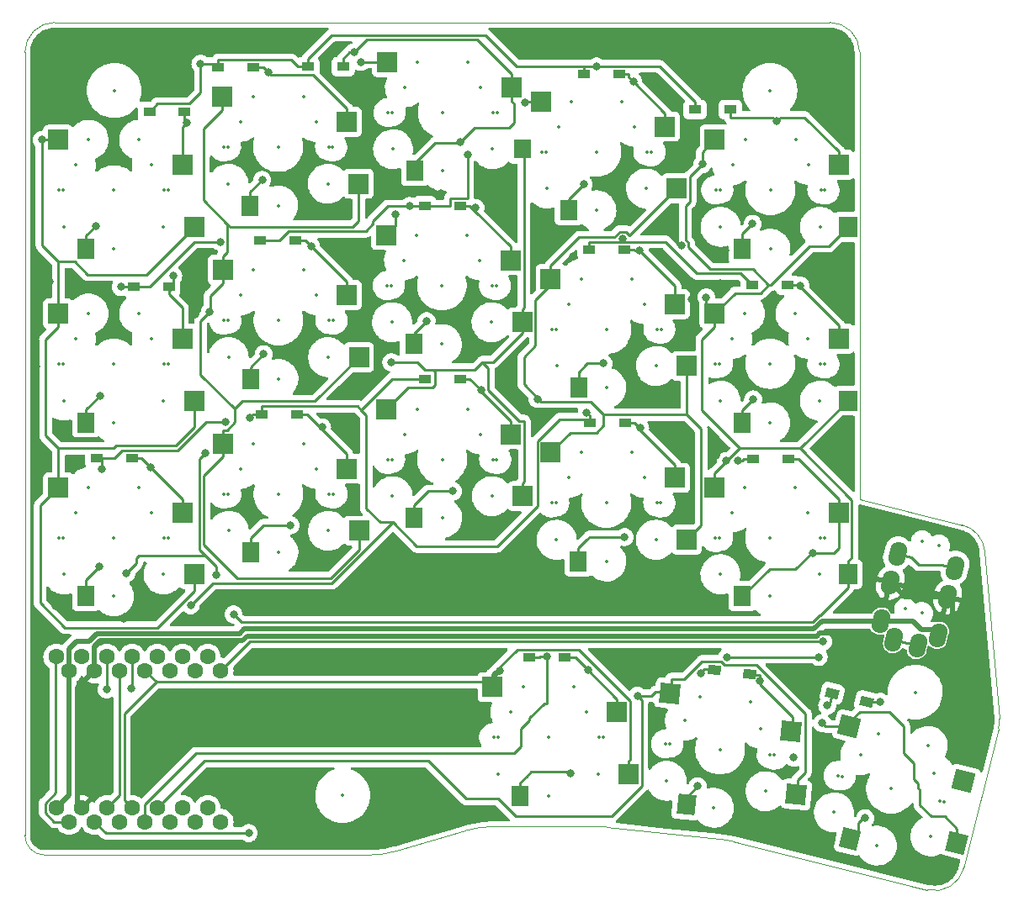
<source format=gbr>
%TF.GenerationSoftware,KiCad,Pcbnew,(6.0.6)*%
%TF.CreationDate,2022-11-03T11:36:57+09:00*%
%TF.ProjectId,split-mini,73706c69-742d-46d6-996e-692e6b696361,rev?*%
%TF.SameCoordinates,Original*%
%TF.FileFunction,Copper,L1,Top*%
%TF.FilePolarity,Positive*%
%FSLAX46Y46*%
G04 Gerber Fmt 4.6, Leading zero omitted, Abs format (unit mm)*
G04 Created by KiCad (PCBNEW (6.0.6)) date 2022-11-03 11:36:57*
%MOMM*%
%LPD*%
G01*
G04 APERTURE LIST*
G04 Aperture macros list*
%AMHorizOval*
0 Thick line with rounded ends*
0 $1 width*
0 $2 $3 position (X,Y) of the first rounded end (center of the circle)*
0 $4 $5 position (X,Y) of the second rounded end (center of the circle)*
0 Add line between two ends*
20,1,$1,$2,$3,$4,$5,0*
0 Add two circle primitives to create the rounded ends*
1,1,$1,$2,$3*
1,1,$1,$4,$5*%
%AMRotRect*
0 Rectangle, with rotation*
0 The origin of the aperture is its center*
0 $1 length*
0 $2 width*
0 $3 Rotation angle, in degrees counterclockwise*
0 Add horizontal line*
21,1,$1,$2,0,0,$3*%
G04 Aperture macros list end*
%TA.AperFunction,Profile*%
%ADD10C,0.100000*%
%TD*%
%TA.AperFunction,SMDPad,CuDef*%
%ADD11R,1.300000X0.950000*%
%TD*%
%TA.AperFunction,SMDPad,CuDef*%
%ADD12R,2.000000X2.000000*%
%TD*%
%TA.AperFunction,SMDPad,CuDef*%
%ADD13R,1.800000X2.000000*%
%TD*%
%TA.AperFunction,SMDPad,CuDef*%
%ADD14R,1.778000X1.905000*%
%TD*%
%TA.AperFunction,SMDPad,CuDef*%
%ADD15RotRect,1.300000X0.950000X354.000000*%
%TD*%
%TA.AperFunction,SMDPad,CuDef*%
%ADD16R,1.900000X2.000000*%
%TD*%
%TA.AperFunction,SMDPad,CuDef*%
%ADD17RotRect,1.300000X0.950000X346.000000*%
%TD*%
%TA.AperFunction,SMDPad,CuDef*%
%ADD18RotRect,2.000000X2.000000X166.000000*%
%TD*%
%TA.AperFunction,SMDPad,CuDef*%
%ADD19RotRect,1.950000X2.000000X166.000000*%
%TD*%
%TA.AperFunction,SMDPad,CuDef*%
%ADD20RotRect,1.800000X2.000000X166.000000*%
%TD*%
%TA.AperFunction,ComponentPad*%
%ADD21HorizOval,1.700000X-0.096769X-0.388118X0.096769X0.388118X0*%
%TD*%
%TA.AperFunction,SMDPad,CuDef*%
%ADD22RotRect,2.000000X2.000000X174.000000*%
%TD*%
%TA.AperFunction,SMDPad,CuDef*%
%ADD23RotRect,1.800000X2.000000X174.000000*%
%TD*%
%TA.AperFunction,ComponentPad*%
%ADD24C,1.600000*%
%TD*%
%TA.AperFunction,ViaPad*%
%ADD25C,0.800000*%
%TD*%
%TA.AperFunction,Conductor*%
%ADD26C,0.250000*%
%TD*%
%TA.AperFunction,Conductor*%
%ADD27C,0.500000*%
%TD*%
%ADD28C,0.350000*%
%ADD29HorizOval,1.000000X-0.060480X-0.242574X0.060480X0.242574X0*%
G04 APERTURE END LIST*
D10*
X116123324Y-72166634D02*
G75*
G03*
X113860370Y-69515158I-2988724J-259366D01*
G01*
X103530843Y-66939718D02*
X113860370Y-69515158D01*
X110364219Y-106260861D02*
G75*
G03*
X114000870Y-104075745I725781J2910861D01*
G01*
X21530843Y-102768057D02*
X45530843Y-102768057D01*
X78079754Y-99947838D02*
X89423885Y-101140154D01*
X66703035Y-99893057D02*
X77034469Y-99893057D01*
X45530843Y-102768057D02*
X54083652Y-102768057D01*
X56918659Y-102357777D02*
X63868027Y-100303337D01*
X19530843Y-21893057D02*
X19530843Y-100768057D01*
X117508504Y-90007398D02*
G75*
G03*
X117586379Y-89022217I-2911304J725798D01*
G01*
X103530843Y-21893057D02*
G75*
G03*
X100530843Y-18893057I-3000043J-43D01*
G01*
X78079754Y-99947841D02*
G75*
G03*
X77034469Y-99893057I-1045254J-9944059D01*
G01*
X54083652Y-102768065D02*
G75*
G03*
X56918659Y-102357777I-52J10000165D01*
G01*
X66703035Y-99893053D02*
G75*
G03*
X63868027Y-100303337I65J-10000347D01*
G01*
X22530843Y-18893063D02*
G75*
G03*
X19530843Y-21893057I-3J-2999997D01*
G01*
X114000870Y-104075745D02*
X117508503Y-90007398D01*
X90797818Y-101382418D02*
G75*
G03*
X89423885Y-101140154I-2419118J-9702282D01*
G01*
X19530843Y-100768057D02*
G75*
G03*
X21530843Y-102768057I1999997J-3D01*
G01*
X90797819Y-101382416D02*
X110364217Y-106260867D01*
X100530843Y-18893057D02*
X22530843Y-18893057D01*
X103530843Y-66939718D02*
X103530843Y-21893057D01*
X116123367Y-72166630D02*
X117586379Y-89022217D01*
D11*
%TO.P,D7,1,K*%
%TO.N,row1*%
X43175000Y-40860000D03*
%TO.P,D7,2,A*%
%TO.N,Net-(D7-Pad2)*%
X46725000Y-40860000D03*
%TD*%
D12*
%TO.P,SW6,1,1*%
%TO.N,col0*%
X22880000Y-48210000D03*
X36580000Y-56990000D03*
%TO.P,SW6,2,2*%
%TO.N,Net-(D6-Pad2)*%
X35380000Y-50750000D03*
D13*
X25680000Y-59190000D03*
%TD*%
D12*
%TO.P,SW11,1,1*%
%TO.N,col0*%
X22890000Y-65710000D03*
X36590000Y-74490000D03*
D13*
%TO.P,SW11,2,2*%
%TO.N,Net-(D11-Pad2)*%
X25690000Y-76690000D03*
D12*
X35390000Y-68250000D03*
%TD*%
D11*
%TO.P,D6,1,K*%
%TO.N,row1*%
X30475000Y-45500000D03*
%TO.P,D6,2,A*%
%TO.N,Net-(D6-Pad2)*%
X34025000Y-45500000D03*
%TD*%
D12*
%TO.P,SW9,1,1*%
%TO.N,col3*%
X86140000Y-53500000D03*
X72440000Y-44720000D03*
%TO.P,SW9,2,2*%
%TO.N,Net-(D9-Pad2)*%
X84940000Y-47260000D03*
D13*
X75240000Y-55700000D03*
%TD*%
D12*
%TO.P,SW3,1,1*%
%TO.N,col2*%
X55980000Y-22880000D03*
D14*
X69596000Y-31660000D03*
D13*
%TO.P,SW3,2,2*%
%TO.N,Net-(D3-Pad2)*%
X58780000Y-33860000D03*
D12*
X68480000Y-25420000D03*
%TD*%
D11*
%TO.P,D9,1,K*%
%TO.N,row1*%
X76285000Y-41790000D03*
%TO.P,D9,2,A*%
%TO.N,Net-(D9-Pad2)*%
X79835000Y-41790000D03*
%TD*%
%TO.P,D16,1,K*%
%TO.N,row3*%
X70295000Y-82880000D03*
%TO.P,D16,2,A*%
%TO.N,Net-(D16-Pad2)*%
X73845000Y-82880000D03*
%TD*%
%TO.P,D11,1,K*%
%TO.N,row2*%
X26755000Y-62780000D03*
%TO.P,D11,2,A*%
%TO.N,Net-(D11-Pad2)*%
X30305000Y-62780000D03*
%TD*%
%TO.P,D14,1,K*%
%TO.N,row2*%
X76345000Y-59250000D03*
%TO.P,D14,2,A*%
%TO.N,Net-(D14-Pad2)*%
X79895000Y-59250000D03*
%TD*%
D15*
%TO.P,D17,1,K*%
%TO.N,row3*%
X88894724Y-84124462D03*
%TO.P,D17,2,A*%
%TO.N,Net-(D17-Pad2)*%
X92425276Y-84495538D03*
%TD*%
D12*
%TO.P,SW5,1,1*%
%TO.N,col4*%
X88940000Y-30700000D03*
D16*
X102350000Y-39480000D03*
D13*
%TO.P,SW5,2,2*%
%TO.N,Net-(D5-Pad2)*%
X91740000Y-41680000D03*
D12*
X101440000Y-33240000D03*
%TD*%
%TO.P,SW15,1,1*%
%TO.N,col4*%
X88920000Y-65700000D03*
D16*
X102350000Y-74480000D03*
D13*
%TO.P,SW15,2,2*%
%TO.N,Net-(D15-Pad2)*%
X91720000Y-76680000D03*
D12*
X101420000Y-68240000D03*
%TD*%
D11*
%TO.P,D13,1,K*%
%TO.N,row2*%
X59765000Y-54820000D03*
%TO.P,D13,2,A*%
%TO.N,Net-(D13-Pad2)*%
X63315000Y-54820000D03*
%TD*%
D12*
%TO.P,SW7,1,1*%
%TO.N,col1*%
X39440000Y-43820000D03*
X53140000Y-52600000D03*
%TO.P,SW7,2,2*%
%TO.N,Net-(D7-Pad2)*%
X51940000Y-46360000D03*
D13*
X42240000Y-54800000D03*
%TD*%
D11*
%TO.P,D1,1,K*%
%TO.N,row0*%
X32055000Y-27880000D03*
%TO.P,D1,2,A*%
%TO.N,Net-(D1-Pad2)*%
X35605000Y-27880000D03*
%TD*%
D12*
%TO.P,SW16,1,1*%
%TO.N,col2*%
X66591200Y-85840900D03*
X80291200Y-94620900D03*
%TO.P,SW16,2,2*%
%TO.N,Net-(D16-Pad2)*%
X79091200Y-88380900D03*
D13*
X69391200Y-96820900D03*
%TD*%
D17*
%TO.P,D18,1,K*%
%TO.N,row3*%
X100767725Y-86450589D03*
%TO.P,D18,2,A*%
%TO.N,Net-(D18-Pad2)*%
X104212275Y-87309411D03*
%TD*%
D11*
%TO.P,D4,1,K*%
%TO.N,row0*%
X75785000Y-24120000D03*
%TO.P,D4,2,A*%
%TO.N,Net-(D4-Pad2)*%
X79335000Y-24120000D03*
%TD*%
%TO.P,D10,1,K*%
%TO.N,row1*%
X92715000Y-45350000D03*
%TO.P,D10,2,A*%
%TO.N,Net-(D10-Pad2)*%
X96265000Y-45350000D03*
%TD*%
D18*
%TO.P,SW18,1,1*%
%TO.N,col4*%
X102485607Y-89796035D03*
D19*
X113321200Y-101540900D03*
D18*
%TO.P,SW18,2,2*%
%TO.N,Net-(D18-Pad2)*%
X113999822Y-95284610D03*
D20*
X102546133Y-101127263D03*
%TD*%
D21*
%TO.P,J1,A*%
%TO.N,unconnected-(J1-PadA)*%
X109355425Y-81660062D03*
X106978201Y-81067354D03*
%TO.P,J1,B*%
%TO.N,data*%
X113109779Y-73835912D03*
X107336519Y-72396477D03*
%TO.P,J1,C*%
%TO.N,GND*%
X112384013Y-76746799D03*
X106610754Y-75307364D03*
%TO.P,J1,D*%
%TO.N,VCC*%
X111416326Y-80627982D03*
X105643066Y-79188547D03*
%TD*%
D11*
%TO.P,D3,1,K*%
%TO.N,row0*%
X48005000Y-23360000D03*
%TO.P,D3,2,A*%
%TO.N,Net-(D3-Pad2)*%
X51555000Y-23360000D03*
%TD*%
D12*
%TO.P,SW8,1,1*%
%TO.N,col2*%
X69590000Y-49090000D03*
X55890000Y-40310000D03*
%TO.P,SW8,2,2*%
%TO.N,Net-(D8-Pad2)*%
X68390000Y-42850000D03*
D13*
X58690000Y-51290000D03*
%TD*%
D22*
%TO.P,SW17,1,1*%
%TO.N,col3*%
X84435782Y-86490069D03*
X97142972Y-96654012D03*
D23*
%TO.P,SW17,2,2*%
%TO.N,Net-(D17-Pad2)*%
X86072721Y-97702599D03*
D22*
X96601803Y-90322761D03*
%TD*%
D24*
%TO.P,U1,1,GP26*%
%TO.N,row0*%
X23987000Y-99417500D03*
X22688000Y-82785000D03*
%TO.P,U1,2,GP27*%
%TO.N,row1*%
X25228000Y-82785000D03*
X26527000Y-99417500D03*
%TO.P,U1,3,GP28*%
%TO.N,row2*%
X29067000Y-99417500D03*
X27768000Y-82785000D03*
%TO.P,U1,4,GP29*%
%TO.N,row3*%
X31607000Y-99417500D03*
X30308000Y-82785000D03*
%TO.P,U1,5,GP6_SDA*%
%TO.N,col0*%
X34147000Y-99417500D03*
X32848000Y-82785000D03*
%TO.P,U1,6,GP7_SCL*%
%TO.N,col1*%
X36687000Y-99417500D03*
X35388000Y-82785000D03*
%TO.P,U1,7,GP0_TX*%
%TO.N,unconnected-(U1-Pad7)*%
X39227000Y-99417500D03*
X37928000Y-82785000D03*
%TO.P,U1,8,GP1_RX*%
%TO.N,data*%
X37928000Y-98020000D03*
X39227000Y-84182500D03*
%TO.P,U1,9,GP2*%
%TO.N,col4*%
X36687000Y-84182500D03*
X35388000Y-98020000D03*
%TO.P,U1,10,GP4*%
%TO.N,col3*%
X34147000Y-84182500D03*
X32848000Y-98020000D03*
%TO.P,U1,11,GP3*%
%TO.N,col2*%
X30308000Y-98020000D03*
X31607000Y-84182500D03*
%TO.P,U1,12,3V3*%
%TO.N,unconnected-(U1-Pad12)*%
X27768000Y-98020000D03*
X29067000Y-84182500D03*
%TO.P,U1,13,GND*%
%TO.N,GND*%
X25228000Y-98020000D03*
X26527000Y-84182500D03*
%TO.P,U1,14,5V*%
%TO.N,VCC*%
X23987000Y-84182500D03*
X22688000Y-98020000D03*
%TD*%
D16*
%TO.P,SW10,1,1*%
%TO.N,col4*%
X102350000Y-56990000D03*
D12*
X88930000Y-48210000D03*
D13*
%TO.P,SW10,2,2*%
%TO.N,Net-(D10-Pad2)*%
X91730000Y-59190000D03*
D12*
X101430000Y-50750000D03*
%TD*%
D11*
%TO.P,D15,1,K*%
%TO.N,row2*%
X92835000Y-62840000D03*
%TO.P,D15,2,A*%
%TO.N,Net-(D15-Pad2)*%
X96385000Y-62840000D03*
%TD*%
D12*
%TO.P,SW2,1,1*%
%TO.N,col1*%
X53110000Y-35140000D03*
X39410000Y-26360000D03*
%TO.P,SW2,2,2*%
%TO.N,Net-(D2-Pad2)*%
X51910000Y-28900000D03*
D13*
X42210000Y-37340000D03*
%TD*%
D12*
%TO.P,SW13,1,1*%
%TO.N,col2*%
X69620000Y-66610000D03*
X55920000Y-57830000D03*
D13*
%TO.P,SW13,2,2*%
%TO.N,Net-(D13-Pad2)*%
X58720000Y-68810000D03*
D12*
X68420000Y-60370000D03*
%TD*%
%TO.P,SW12,1,1*%
%TO.N,col1*%
X53140000Y-70090000D03*
X39440000Y-61310000D03*
%TO.P,SW12,2,2*%
%TO.N,Net-(D12-Pad2)*%
X51940000Y-63850000D03*
D13*
X42240000Y-72290000D03*
%TD*%
D12*
%TO.P,SW14,1,1*%
%TO.N,col3*%
X72430000Y-62220000D03*
X86130000Y-71000000D03*
%TO.P,SW14,2,2*%
%TO.N,Net-(D14-Pad2)*%
X84930000Y-64760000D03*
D13*
X75230000Y-73200000D03*
%TD*%
D12*
%TO.P,SW1,1,1*%
%TO.N,col0*%
X22880000Y-30710000D03*
X36580000Y-39490000D03*
D13*
%TO.P,SW1,2,2*%
%TO.N,Net-(D1-Pad2)*%
X25680000Y-41690000D03*
D12*
X35380000Y-33250000D03*
%TD*%
D11*
%TO.P,D5,1,K*%
%TO.N,row0*%
X86965000Y-27670000D03*
%TO.P,D5,2,A*%
%TO.N,Net-(D5-Pad2)*%
X90515000Y-27670000D03*
%TD*%
%TO.P,D8,1,K*%
%TO.N,row1*%
X59765000Y-37380000D03*
%TO.P,D8,2,A*%
%TO.N,Net-(D8-Pad2)*%
X63315000Y-37380000D03*
%TD*%
D12*
%TO.P,SW4,1,1*%
%TO.N,col3*%
X85140000Y-35620000D03*
X71440000Y-26840000D03*
D13*
%TO.P,SW4,2,2*%
%TO.N,Net-(D4-Pad2)*%
X74240000Y-37820000D03*
D12*
X83940000Y-29380000D03*
%TD*%
D11*
%TO.P,D2,1,K*%
%TO.N,row0*%
X38985000Y-23450000D03*
%TO.P,D2,2,A*%
%TO.N,Net-(D2-Pad2)*%
X42535000Y-23450000D03*
%TD*%
%TO.P,D12,1,K*%
%TO.N,row2*%
X43395000Y-58370000D03*
%TO.P,D12,2,A*%
%TO.N,Net-(D12-Pad2)*%
X46945000Y-58370000D03*
%TD*%
D25*
%TO.N,row0*%
X37197400Y-23049800D03*
X77061700Y-23319700D03*
%TO.N,Net-(D1-Pad2)*%
X26679539Y-39433123D03*
X35863300Y-28959100D03*
%TO.N,Net-(D2-Pad2)*%
X43995000Y-23895000D03*
X43400000Y-34770000D03*
%TO.N,Net-(D3-Pad2)*%
X52647200Y-21919800D03*
X63345000Y-30925000D03*
%TO.N,Net-(D4-Pad2)*%
X80742650Y-24857350D03*
X75750000Y-35200000D03*
%TO.N,Net-(D5-Pad2)*%
X92750000Y-39190000D03*
X95176600Y-28867700D03*
%TO.N,Net-(D6-Pad2)*%
X34457800Y-44415600D03*
X27060000Y-56510000D03*
%TO.N,Net-(D7-Pad2)*%
X43550000Y-52310000D03*
X48322650Y-41417350D03*
%TO.N,Net-(D8-Pad2)*%
X64860200Y-37579400D03*
X59950000Y-48980000D03*
%TO.N,Net-(D9-Pad2)*%
X77740000Y-53250000D03*
X81403500Y-41906600D03*
%TO.N,Net-(D10-Pad2)*%
X97575000Y-45405000D03*
X92820000Y-56860000D03*
%TO.N,row1*%
X79690500Y-40687200D03*
X39199700Y-41016300D03*
X42051700Y-100542800D03*
X37667200Y-62242400D03*
X29730000Y-74390000D03*
X64080000Y-32254400D03*
X38800000Y-74540000D03*
X58227200Y-37380000D03*
X29195700Y-45536700D03*
%TO.N,Net-(D11-Pad2)*%
X27043630Y-73713788D03*
X32200500Y-63744800D03*
%TO.N,Net-(D12-Pad2)*%
X49433900Y-59682500D03*
X46260000Y-69540000D03*
%TO.N,Net-(D13-Pad2)*%
X65425800Y-55955400D03*
X62610000Y-66120000D03*
%TO.N,Net-(D14-Pad2)*%
X79870000Y-70730000D03*
X81433500Y-59745600D03*
%TO.N,Net-(D15-Pad2)*%
X98785700Y-72305000D03*
%TO.N,Net-(D16-Pad2)*%
X74405000Y-94565000D03*
X76170200Y-84134600D03*
%TO.N,Net-(D17-Pad2)*%
X93479000Y-85231000D03*
X87220000Y-95820000D03*
X96902900Y-92943700D03*
%TO.N,Net-(D18-Pad2)*%
X104080000Y-99050000D03*
X113930000Y-95090000D03*
X105610000Y-87330000D03*
%TO.N,row2*%
X27768000Y-86081400D03*
X36215500Y-77600000D03*
X76060800Y-58165500D03*
X27252400Y-63866800D03*
X39685900Y-59122500D03*
X42144300Y-58731700D03*
X91255800Y-63039400D03*
%TO.N,row3*%
X90213600Y-82805600D03*
X87581000Y-84493000D03*
X100262300Y-87691500D03*
X30207500Y-85992300D03*
X72070000Y-82773800D03*
X99398600Y-82805600D03*
%TO.N,data*%
X99830900Y-81276800D03*
%TO.N,GND*%
X74720000Y-42460000D03*
X56320000Y-35800000D03*
X89500000Y-45170000D03*
X20670000Y-53540000D03*
X32980000Y-90040000D03*
X67280000Y-37820000D03*
X83780000Y-82740000D03*
X49980000Y-73580000D03*
X99890000Y-44010000D03*
X51690000Y-38420000D03*
X91610000Y-36150000D03*
X75660000Y-69210000D03*
X90020000Y-41880000D03*
X81695624Y-98557579D03*
X71420000Y-41870000D03*
X73660000Y-40510000D03*
X47970000Y-31760000D03*
X20970000Y-79670000D03*
X29510000Y-78980000D03*
X21690000Y-62840000D03*
X84100000Y-57200000D03*
X94380000Y-47920000D03*
X58660000Y-29790000D03*
X38390000Y-77840000D03*
X41930000Y-33120000D03*
X75960000Y-77170000D03*
X24510000Y-45160000D03*
X85590000Y-41380000D03*
X52720000Y-43340000D03*
X86650000Y-46760000D03*
X23570000Y-60290000D03*
X36660000Y-48300000D03*
X71280000Y-58560000D03*
X65750000Y-82730000D03*
X85980802Y-61397385D03*
X37520000Y-43180000D03*
X91580000Y-55250000D03*
X24090000Y-63300000D03*
X58010000Y-64200000D03*
X45480000Y-88940000D03*
X66680000Y-69660000D03*
X55200000Y-53770000D03*
X52070000Y-59380000D03*
X67740000Y-53960000D03*
X50520000Y-21520000D03*
X45510000Y-83430000D03*
X36630000Y-88780000D03*
X89070000Y-62500000D03*
X86390000Y-93420000D03*
X83715171Y-39032033D03*
X41980000Y-67530000D03*
X53430000Y-56390000D03*
X22011149Y-45000488D03*
X79640000Y-21210000D03*
X22590000Y-77720000D03*
X100110000Y-61670000D03*
X61410000Y-36080000D03*
%TO.N,col0*%
X21251900Y-30710000D03*
%TO.N,col1*%
X38140000Y-48028500D03*
%TO.N,col2*%
X53316000Y-22880000D03*
X56810800Y-38219200D03*
X67353000Y-84222900D03*
X56401100Y-53115400D03*
%TO.N,col3*%
X81166300Y-86717500D03*
X69835700Y-26966800D03*
X71130000Y-56818100D03*
%TO.N,col4*%
X40525300Y-78519500D03*
X99759100Y-89465000D03*
X88101400Y-46595400D03*
X87699800Y-33180200D03*
X90090000Y-63070000D03*
%TD*%
D26*
%TO.N,row0*%
X21563000Y-98493300D02*
X22487200Y-99417500D01*
X46319400Y-22649700D02*
X47029700Y-23360000D01*
X22688000Y-82785000D02*
X22630000Y-82843000D01*
X48005000Y-22559700D02*
X48005000Y-23360000D01*
X22630000Y-82843000D02*
X22630000Y-96487009D01*
X37197400Y-23049800D02*
X37197400Y-25982600D01*
X83415000Y-23319700D02*
X77061700Y-23319700D01*
X86965000Y-26869700D02*
X83415000Y-23319700D01*
X38985000Y-23049800D02*
X37197400Y-23049800D01*
X77061700Y-23319700D02*
X75785000Y-23319700D01*
X50404700Y-20160000D02*
X48005000Y-22559700D01*
X65850000Y-20160000D02*
X50404700Y-20160000D01*
X38985000Y-23450000D02*
X38985000Y-23049800D01*
X69009700Y-23319700D02*
X65850000Y-20160000D01*
X38985000Y-23049800D02*
X38985000Y-22649700D01*
X22487200Y-99417500D02*
X23987000Y-99417500D01*
X75785000Y-23319700D02*
X69009700Y-23319700D01*
X48005000Y-23360000D02*
X47029700Y-23360000D01*
X75785000Y-24120000D02*
X75785000Y-23319700D01*
X38985000Y-22649700D02*
X46319400Y-22649700D01*
X86965000Y-27670000D02*
X86965000Y-26869700D01*
X32855000Y-27080000D02*
X32055000Y-27880000D01*
X21563000Y-97554009D02*
X21563000Y-98493300D01*
X37197400Y-25982600D02*
X36100000Y-27080000D01*
X36100000Y-27080000D02*
X32855000Y-27080000D01*
X22630000Y-96487009D02*
X21563000Y-97554009D01*
%TO.N,Net-(D1-Pad2)*%
X35380000Y-29442400D02*
X35863300Y-28959100D01*
X35605000Y-28700800D02*
X35605000Y-28680300D01*
X35605000Y-27880000D02*
X35605000Y-28680300D01*
X26679539Y-39433123D02*
X26540000Y-39450000D01*
X25680000Y-41690000D02*
X25680000Y-40310000D01*
X35863300Y-28959100D02*
X35605000Y-28700800D01*
X35380000Y-33250000D02*
X35380000Y-29442400D01*
X25680000Y-40310000D02*
X26679539Y-39433123D01*
%TO.N,Net-(D2-Pad2)*%
X44265700Y-24205400D02*
X48540700Y-24205400D01*
X42210000Y-37340000D02*
X42210000Y-35960000D01*
X42210000Y-35960000D02*
X43400000Y-34770000D01*
X48540700Y-24205400D02*
X51910000Y-27574700D01*
X51910000Y-28900000D02*
X51910000Y-27574700D01*
X42535000Y-23450000D02*
X43510300Y-23450000D01*
X43510300Y-23450000D02*
X44265700Y-24205400D01*
%TO.N,Net-(D3-Pad2)*%
X68480000Y-25420000D02*
X68480000Y-26820000D01*
X53957000Y-20610000D02*
X64995300Y-20610000D01*
X64995300Y-20610000D02*
X68480000Y-24094700D01*
X68480000Y-26820000D02*
X68770000Y-27110000D01*
X51555000Y-23360000D02*
X51555000Y-22559700D01*
X63345000Y-30925000D02*
X63250000Y-31020000D01*
X60830000Y-31020000D02*
X58780000Y-33070000D01*
X63250000Y-31020000D02*
X60830000Y-31020000D01*
X51555000Y-22559700D02*
X52194900Y-21919800D01*
X68770000Y-27110000D02*
X68770000Y-29010000D01*
X58998500Y-33860000D02*
X58780000Y-33860000D01*
X68290000Y-29490000D02*
X64780000Y-29490000D01*
X64780000Y-29490000D02*
X63345000Y-30925000D01*
X68770000Y-29010000D02*
X68290000Y-29490000D01*
X58780000Y-33070000D02*
X58780000Y-33860000D01*
X68480000Y-24094700D02*
X68480000Y-25420000D01*
X52194900Y-21919800D02*
X52647200Y-21919800D01*
X52647200Y-21919800D02*
X53957000Y-20610000D01*
%TO.N,Net-(D4-Pad2)*%
X83940000Y-28054700D02*
X80742650Y-24857350D01*
X83940000Y-29380000D02*
X83940000Y-28054700D01*
X74240000Y-36710000D02*
X75750000Y-35200000D01*
X79335000Y-24120000D02*
X80310300Y-24120000D01*
X80310300Y-24425000D02*
X80310300Y-24120000D01*
X80742650Y-24857350D02*
X80310300Y-24425000D01*
X74240000Y-37820000D02*
X74240000Y-36710000D01*
%TO.N,Net-(D5-Pad2)*%
X95574300Y-28470000D02*
X97995300Y-28470000D01*
X97995300Y-28470000D02*
X101440000Y-31914700D01*
X91958500Y-41680000D02*
X91740000Y-41680000D01*
X101440000Y-31914700D02*
X101440000Y-33240000D01*
X91740000Y-40200000D02*
X92750000Y-39190000D01*
X95176600Y-28867700D02*
X94779200Y-28470300D01*
X91740000Y-41680000D02*
X91740000Y-40200000D01*
X90515000Y-27670000D02*
X90515000Y-28470300D01*
X94779200Y-28470300D02*
X90515000Y-28470300D01*
X95176600Y-28867700D02*
X95574300Y-28470000D01*
%TO.N,Net-(D6-Pad2)*%
X34025000Y-45900100D02*
X34025000Y-46300300D01*
X35380000Y-47655300D02*
X35380000Y-50750000D01*
X34025000Y-45900100D02*
X34457800Y-45467300D01*
X25680000Y-57890000D02*
X27060000Y-56510000D01*
X34025000Y-46300300D02*
X35380000Y-47655300D01*
X34457800Y-45467300D02*
X34457800Y-44415600D01*
X25680000Y-59190000D02*
X25680000Y-57890000D01*
X34025000Y-45500000D02*
X34025000Y-45900100D01*
%TO.N,Net-(D7-Pad2)*%
X47765300Y-40860000D02*
X46725000Y-40860000D01*
X48322650Y-41417350D02*
X47765300Y-40860000D01*
X51940000Y-46360000D02*
X51940000Y-45034700D01*
X51940000Y-45034700D02*
X48322650Y-41417350D01*
X42240000Y-54800000D02*
X42240000Y-53620000D01*
X42240000Y-53620000D02*
X43550000Y-52310000D01*
%TO.N,Net-(D8-Pad2)*%
X58690000Y-50240000D02*
X59950000Y-48980000D01*
X58690000Y-51290000D02*
X58690000Y-50240000D01*
X64675000Y-37764600D02*
X64860200Y-37579400D01*
X68390000Y-41479700D02*
X68390000Y-42850000D01*
X64675000Y-37764600D02*
X68390000Y-41479700D01*
X63315000Y-37380000D02*
X64290300Y-37380000D01*
X64290300Y-37380000D02*
X64675000Y-37764600D01*
%TO.N,Net-(D9-Pad2)*%
X80926900Y-41906600D02*
X80810300Y-41790000D01*
X81403500Y-41906600D02*
X84940000Y-45443100D01*
X75240000Y-54110000D02*
X75940000Y-53410000D01*
X76100000Y-53250000D02*
X77740000Y-53250000D01*
X75940000Y-53410000D02*
X76100000Y-53250000D01*
X81403500Y-41906600D02*
X80926900Y-41906600D01*
X79835000Y-41790000D02*
X80810300Y-41790000D01*
X84940000Y-45443100D02*
X84940000Y-47260000D01*
X75240000Y-55700000D02*
X75240000Y-54110000D01*
%TO.N,Net-(D10-Pad2)*%
X96265000Y-45350000D02*
X97355300Y-45350000D01*
X101430000Y-50750000D02*
X101430000Y-49424700D01*
X91730000Y-59190000D02*
X91730000Y-57950000D01*
X91730000Y-57950000D02*
X92820000Y-56860000D01*
X101430000Y-49424700D02*
X97355300Y-45350000D01*
%TO.N,row1*%
X58227200Y-37380000D02*
X59765000Y-37380000D01*
X76285000Y-40989700D02*
X79690500Y-40989700D01*
X91549600Y-44184600D02*
X92715000Y-45350000D01*
X36588800Y-41016300D02*
X32105100Y-45500000D01*
X46031300Y-39930000D02*
X53830000Y-39930000D01*
X56060000Y-37380000D02*
X58227200Y-37380000D01*
X62330000Y-37380000D02*
X62340000Y-37370000D01*
X30760500Y-72870900D02*
X30760500Y-73359500D01*
X37080000Y-72006200D02*
X37667200Y-72593400D01*
X79690500Y-40989700D02*
X83963304Y-40989700D01*
X54565000Y-38875000D02*
X56060000Y-37380000D01*
X53830000Y-39930000D02*
X54565000Y-39195000D01*
X32105100Y-45500000D02*
X30475000Y-45500000D01*
X37667200Y-72593400D02*
X31038000Y-72593400D01*
X39199700Y-41016300D02*
X36588800Y-41016300D01*
X30760500Y-73359500D02*
X29730000Y-74390000D01*
X43175000Y-40860000D02*
X45101300Y-40860000D01*
X79690500Y-40989700D02*
X79690500Y-40687200D01*
X62340000Y-36580000D02*
X64080000Y-36580000D01*
X64080000Y-36580000D02*
X64080000Y-32254400D01*
X83963304Y-40989700D02*
X87158204Y-44184600D01*
X29195700Y-45536700D02*
X29463000Y-45536700D01*
X26527000Y-99417500D02*
X27652300Y-100542800D01*
X59765000Y-37380000D02*
X62330000Y-37380000D01*
X54565000Y-39195000D02*
X54565000Y-38875000D01*
X31038000Y-72593400D02*
X30760500Y-72870900D01*
X45101300Y-40860000D02*
X46031300Y-39930000D01*
X76285000Y-41790000D02*
X76285000Y-40989700D01*
X37080000Y-62829600D02*
X37080000Y-72006200D01*
X29987400Y-45500000D02*
X29499700Y-45500000D01*
X27652300Y-100542800D02*
X42051700Y-100542800D01*
X62340000Y-37370000D02*
X62340000Y-36580000D01*
X87158204Y-44184600D02*
X91549600Y-44184600D01*
X29987400Y-45500000D02*
X30475000Y-45500000D01*
X37667200Y-62242400D02*
X37080000Y-62829600D01*
X38800000Y-73726200D02*
X37667200Y-72593400D01*
X29463000Y-45536700D02*
X29499700Y-45500000D01*
X38800000Y-74540000D02*
X38800000Y-73726200D01*
%TO.N,Net-(D11-Pad2)*%
X25690000Y-76690000D02*
X25690000Y-75067418D01*
X35390000Y-67938200D02*
X35390000Y-66924700D01*
X25908500Y-76690000D02*
X25690000Y-76690000D01*
X35380400Y-66924700D02*
X35390000Y-66924700D01*
X32200500Y-63700200D02*
X32200500Y-63744800D01*
X32200500Y-63744800D02*
X35380400Y-66924700D01*
X31280300Y-62780000D02*
X32200500Y-63700200D01*
X35390000Y-67938200D02*
X35390000Y-68250000D01*
X30305000Y-62780000D02*
X31280300Y-62780000D01*
X25690000Y-75067418D02*
X27043630Y-73713788D01*
%TO.N,Net-(D12-Pad2)*%
X51940000Y-62389700D02*
X51940000Y-63850000D01*
X46945000Y-58370000D02*
X47920300Y-58370000D01*
X43530000Y-69540000D02*
X46260000Y-69540000D01*
X47920300Y-58370000D02*
X49333400Y-59783000D01*
X42240000Y-70830000D02*
X43380000Y-69690000D01*
X43380000Y-69690000D02*
X43530000Y-69540000D01*
X49333400Y-59783000D02*
X51940000Y-62389700D01*
X42240000Y-72290000D02*
X42240000Y-70830000D01*
X49433900Y-59682500D02*
X49333400Y-59783000D01*
%TO.N,Net-(D13-Pad2)*%
X58720000Y-67490000D02*
X59600000Y-66610000D01*
X65425800Y-55955400D02*
X65425700Y-55955500D01*
X63315000Y-54820000D02*
X64290300Y-54820000D01*
X58720000Y-68810000D02*
X58720000Y-67490000D01*
X60090000Y-66120000D02*
X62610000Y-66120000D01*
X59600000Y-66610000D02*
X60090000Y-66120000D01*
X65425800Y-55955400D02*
X64290300Y-54820000D01*
X65425700Y-56050400D02*
X68420000Y-59044700D01*
X68420000Y-60370000D02*
X68420000Y-59044700D01*
X65425700Y-55955500D02*
X65425700Y-56050400D01*
%TO.N,Net-(D14-Pad2)*%
X81365900Y-59870600D02*
X84930000Y-63434700D01*
X76340000Y-70730000D02*
X79870000Y-70730000D01*
X75230000Y-71840000D02*
X76060000Y-71010000D01*
X81366000Y-59745600D02*
X80870300Y-59250000D01*
X75230000Y-73200000D02*
X75230000Y-71840000D01*
X81365900Y-59745700D02*
X81365900Y-59870600D01*
X76060000Y-71010000D02*
X76340000Y-70730000D01*
X81366000Y-59745600D02*
X81365900Y-59745700D01*
X79895000Y-59250000D02*
X80870300Y-59250000D01*
X84930000Y-64760000D02*
X84930000Y-63434700D01*
X81366000Y-59745600D02*
X81433500Y-59745600D01*
%TO.N,Net-(D15-Pad2)*%
X98785700Y-72305000D02*
X98695000Y-72305000D01*
X94471651Y-73928349D02*
X91720000Y-76680000D01*
X101420000Y-68240000D02*
X101420000Y-71810000D01*
X96385000Y-62840000D02*
X97360300Y-62840000D01*
X97071651Y-73928349D02*
X94471651Y-73928349D01*
X101420000Y-66899700D02*
X101420000Y-68240000D01*
X97360300Y-62840000D02*
X101420000Y-66899700D01*
X98695000Y-72305000D02*
X97071651Y-73928349D01*
X101420000Y-71810000D02*
X100925000Y-72305000D01*
X100925000Y-72305000D02*
X98785700Y-72305000D01*
%TO.N,Net-(D16-Pad2)*%
X74915600Y-82880000D02*
X73845000Y-82880000D01*
X69391200Y-95458800D02*
X70000000Y-94850000D01*
X74405000Y-94565000D02*
X74530000Y-94690000D01*
X79091200Y-88380900D02*
X79091200Y-87055600D01*
X70470000Y-94380000D02*
X72980000Y-94380000D01*
X69391200Y-96820900D02*
X69391200Y-95458800D01*
X72980000Y-94380000D02*
X74220000Y-94380000D01*
X79091200Y-87055600D02*
X76170200Y-84134600D01*
X76170200Y-84134600D02*
X74915600Y-82880000D01*
X70000000Y-94850000D02*
X70470000Y-94380000D01*
X74220000Y-94380000D02*
X74405000Y-94565000D01*
%TO.N,Net-(D17-Pad2)*%
X93479000Y-85549200D02*
X93479000Y-84606200D01*
X92425300Y-84495500D02*
X93479000Y-84606200D01*
X86072721Y-97702599D02*
X86072721Y-96967279D01*
X96601800Y-90322800D02*
X96754900Y-88866100D01*
X86072721Y-96967279D02*
X87220000Y-95820000D01*
X96601800Y-88672000D02*
X93479000Y-85549200D01*
X96754800Y-88866100D02*
X96601800Y-88713100D01*
X96754900Y-88866100D02*
X96754800Y-88866100D01*
X96601800Y-88713100D02*
X96601800Y-88672000D01*
%TO.N,Net-(D18-Pad2)*%
X105589411Y-87309411D02*
X105610000Y-87330000D01*
X103910000Y-99050000D02*
X104080000Y-99050000D01*
X103420000Y-99540000D02*
X103910000Y-99050000D01*
X104212275Y-87309411D02*
X105589411Y-87309411D01*
X103420000Y-100253396D02*
X103420000Y-99540000D01*
X102546133Y-101127263D02*
X103420000Y-100253396D01*
%TO.N,row2*%
X43395000Y-58370000D02*
X42419700Y-58370000D01*
X71100000Y-67615400D02*
X67045400Y-71670000D01*
X53005900Y-57569700D02*
X43395000Y-57569700D01*
X56532900Y-69239500D02*
X55289500Y-69239500D01*
X34920000Y-61980000D02*
X29330000Y-61980000D01*
X37777500Y-59122500D02*
X34920000Y-61980000D01*
X27768000Y-86081400D02*
X27768000Y-82785000D01*
X76345000Y-58849800D02*
X76345000Y-58449700D01*
X42419700Y-58456300D02*
X42144300Y-58731700D01*
X67045400Y-71670000D02*
X58963400Y-71670000D01*
X55289500Y-69239500D02*
X53867500Y-67817500D01*
X58963400Y-71670000D02*
X56532900Y-69239500D01*
X92835000Y-62840000D02*
X91859700Y-62840000D01*
X53867500Y-58431300D02*
X53353200Y-57916900D01*
X36215500Y-77600000D02*
X38425500Y-75390000D01*
X76345000Y-58849800D02*
X73338500Y-58849800D01*
X73338500Y-58849800D02*
X71100000Y-61088300D01*
X39685900Y-59122500D02*
X37777500Y-59122500D01*
X50382400Y-75390000D02*
X56532900Y-69239500D01*
X76345000Y-58449700D02*
X76060800Y-58165500D01*
X76345000Y-59250000D02*
X76345000Y-58849800D01*
X38425500Y-75390000D02*
X50382400Y-75390000D01*
X29330000Y-61980000D02*
X28530000Y-62780000D01*
X53353200Y-57916900D02*
X53005900Y-57569700D01*
X56450100Y-54820000D02*
X59765000Y-54820000D01*
X71100000Y-61088300D02*
X71100000Y-67615400D01*
X43395000Y-58370000D02*
X43395000Y-57569700D01*
X27252400Y-62780000D02*
X26755000Y-62780000D01*
X53867500Y-67817500D02*
X53867500Y-58431300D01*
X27252400Y-62780000D02*
X27252400Y-63866800D01*
X91255800Y-63039400D02*
X91660300Y-63039400D01*
X91660300Y-63039400D02*
X91859700Y-62840000D01*
X28530000Y-62780000D02*
X27252400Y-62780000D01*
X53353200Y-57916900D02*
X56450100Y-54820000D01*
X42419700Y-58370000D02*
X42419700Y-58456300D01*
%TO.N,row3*%
X72070000Y-87496400D02*
X71763600Y-87496400D01*
X72070000Y-82773800D02*
X72070000Y-87496400D01*
X87841000Y-84013800D02*
X87841000Y-84233000D01*
X100515300Y-87463100D02*
X100490700Y-87463100D01*
X30308000Y-85891800D02*
X30308000Y-82785000D01*
X69440000Y-91780000D02*
X68717605Y-92502395D01*
X31607000Y-97645600D02*
X31607000Y-99417500D01*
X30207500Y-85992300D02*
X30308000Y-85891800D01*
X87841000Y-84233000D02*
X87581000Y-84493000D01*
X88894700Y-84124500D02*
X87841000Y-84013800D01*
X68717605Y-92502395D02*
X36750205Y-92502395D01*
X90213600Y-82805600D02*
X99398600Y-82805600D01*
X36750205Y-92502395D02*
X31607000Y-97645600D01*
X100490700Y-87463100D02*
X100262300Y-87691500D01*
X69440000Y-90030000D02*
X69440000Y-91780000D01*
X71376500Y-82773800D02*
X71270300Y-82880000D01*
X72070000Y-82773800D02*
X71376500Y-82773800D01*
X100767700Y-86450600D02*
X100515300Y-87463100D01*
X70295000Y-82880000D02*
X71270300Y-82880000D01*
X71763600Y-87496400D02*
X70290000Y-88970000D01*
X70290000Y-88970000D02*
X70290000Y-89180000D01*
X70290000Y-89180000D02*
X69440000Y-90030000D01*
%TO.N,unconnected-(J1-PadA)*%
X109100500Y-81405200D02*
X109355400Y-81660100D01*
X106978200Y-81067400D02*
X108333200Y-81405200D01*
X108333200Y-81405200D02*
X109100500Y-81405200D01*
%TO.N,data*%
X39227000Y-84182500D02*
X42132700Y-81276800D01*
X42132700Y-81276800D02*
X99830900Y-81276800D01*
X109455200Y-73498100D02*
X111754800Y-73498100D01*
X107336500Y-72396500D02*
X108691500Y-72734300D01*
X113109800Y-73835900D02*
X111754800Y-73498100D01*
X108691500Y-72734300D02*
X108691500Y-72734400D01*
X108691500Y-72734400D02*
X109455200Y-73498100D01*
D27*
%TO.N,GND*%
X107330500Y-76027100D02*
X108050000Y-76746800D01*
X111314000Y-83386300D02*
X106920000Y-83386300D01*
X26510000Y-81720000D02*
X26510000Y-84165500D01*
X41894527Y-80701800D02*
X41446328Y-81150000D01*
X112384000Y-76746800D02*
X112851000Y-77214000D01*
X26510000Y-84165500D02*
X26527000Y-84182500D01*
X112851000Y-81848700D02*
X111314000Y-83386300D01*
X24850000Y-85859500D02*
X24850000Y-97642000D01*
X112851000Y-77214000D02*
X112851000Y-81848700D01*
X103960500Y-80426800D02*
X99478818Y-80426800D01*
X107330500Y-76027100D02*
X106610800Y-75307400D01*
X27080000Y-81150000D02*
X26510000Y-81720000D01*
X26527000Y-84182500D02*
X24850000Y-85859500D01*
X106920000Y-83386300D02*
X103960500Y-80426800D01*
X108050000Y-76746800D02*
X112384000Y-76746800D01*
X99203818Y-80701800D02*
X41894527Y-80701800D01*
X107330500Y-76027100D02*
X106611000Y-75307400D01*
X99478818Y-80426800D02*
X99203818Y-80701800D01*
X24850000Y-97642000D02*
X25228000Y-98020000D01*
X41446328Y-81150000D02*
X27080000Y-81150000D01*
%TO.N,VCC*%
X108869000Y-79188600D02*
X105643200Y-79188600D01*
X41604577Y-80001801D02*
X41156379Y-80450000D01*
X110842000Y-80053900D02*
X109734000Y-80053900D01*
X98913869Y-80001800D02*
X41604577Y-80001801D01*
X105643200Y-79188600D02*
X105643100Y-79188500D01*
X41156379Y-80450000D02*
X26790051Y-80450000D01*
X111416000Y-80628000D02*
X110842000Y-80053900D01*
X24740000Y-81240000D02*
X23960000Y-82020000D01*
X99727069Y-79188600D02*
X98913869Y-80001800D01*
X105643200Y-79188600D02*
X99727069Y-79188600D01*
X109734000Y-80053900D02*
X108869000Y-79188600D01*
X23960000Y-82020000D02*
X23960000Y-84155500D01*
X26790051Y-80450000D02*
X26000050Y-81240000D01*
X23960000Y-84155500D02*
X23987000Y-84182500D01*
X111416300Y-80628000D02*
X111416000Y-80628000D01*
X26000050Y-81240000D02*
X24740000Y-81240000D01*
X23987000Y-96721000D02*
X22688000Y-98020000D01*
X23987000Y-84182500D02*
X23987000Y-96721000D01*
D26*
%TO.N,col0*%
X21070000Y-67530000D02*
X22890000Y-65710000D01*
X32875000Y-79875000D02*
X23571697Y-79875000D01*
X22880000Y-48210000D02*
X22880000Y-49535300D01*
X34763604Y-61500000D02*
X28752300Y-61500000D01*
X21601300Y-50814000D02*
X22880000Y-49535300D01*
X22880000Y-30710000D02*
X21251900Y-30710000D01*
X22890000Y-65710000D02*
X22890000Y-61792700D01*
X24540000Y-42990000D02*
X22880000Y-42990000D01*
X23571697Y-79875000D02*
X21070000Y-77373303D01*
X22890000Y-61792700D02*
X21601300Y-60504000D01*
X36590000Y-74490000D02*
X36590000Y-76160000D01*
X22880000Y-42990000D02*
X21251900Y-41361900D01*
X28459600Y-61792700D02*
X22890000Y-61792700D01*
X21070000Y-77373303D02*
X21070000Y-67530000D01*
X21251900Y-41361900D02*
X21251900Y-30710000D01*
X36580000Y-59683604D02*
X34763604Y-61500000D01*
X36580000Y-39490000D02*
X31775900Y-44294100D01*
X36590000Y-76160000D02*
X32875000Y-79875000D01*
X25844100Y-44294100D02*
X24540000Y-42990000D01*
X31775900Y-44294100D02*
X25844100Y-44294100D01*
X22880000Y-48210000D02*
X22880000Y-42990000D01*
X36580000Y-56990000D02*
X36580000Y-59683604D01*
X21601300Y-60504000D02*
X21601300Y-50814000D01*
X28752300Y-61500000D02*
X28459600Y-61792700D01*
%TO.N,col1*%
X39440000Y-42494700D02*
X39925000Y-42009700D01*
X39440000Y-43820000D02*
X39440000Y-45145300D01*
X48708400Y-57031600D02*
X41442600Y-57031600D01*
X39925000Y-39209000D02*
X37510000Y-36794000D01*
X53140000Y-52600000D02*
X48708400Y-57031600D01*
X52500000Y-39480000D02*
X40196000Y-39480000D01*
X37530000Y-64545300D02*
X37530000Y-71490000D01*
X37210000Y-48950000D02*
X37210000Y-54360000D01*
X53110000Y-38870000D02*
X52500000Y-39480000D01*
X41442600Y-57031600D02*
X40662100Y-57812100D01*
X38178100Y-48028500D02*
X38140000Y-48028500D01*
X38178100Y-48028500D02*
X38178100Y-46407200D01*
X37530000Y-71490000D02*
X40900000Y-74860000D01*
X37510000Y-29585300D02*
X39410000Y-27685300D01*
X37510000Y-36794000D02*
X37510000Y-29585300D01*
X53140000Y-71996004D02*
X53140000Y-70090000D01*
X39440000Y-62635300D02*
X37530000Y-64545300D01*
X39440000Y-61310000D02*
X39440000Y-62635300D01*
X40662100Y-57812100D02*
X40662100Y-59172100D01*
X38140000Y-48028500D02*
X38131500Y-48028500D01*
X40196000Y-39480000D02*
X39925000Y-39209000D01*
X39440000Y-61310000D02*
X39440000Y-59984700D01*
X38131500Y-48028500D02*
X37210000Y-48950000D01*
X39410000Y-27685300D02*
X39410000Y-26360000D01*
X39440000Y-43820000D02*
X39440000Y-42494700D01*
X38178100Y-46407200D02*
X39440000Y-45145300D01*
X40900000Y-74860000D02*
X50276004Y-74860000D01*
X50276004Y-74860000D02*
X53140000Y-71996004D01*
X39440000Y-59984700D02*
X39849500Y-59984700D01*
X39925000Y-42009700D02*
X39925000Y-39209000D01*
X39849500Y-59984700D02*
X40662100Y-59172100D01*
X37210000Y-54360000D02*
X40662100Y-57812100D01*
X53110000Y-35140000D02*
X53110000Y-38870000D01*
%TO.N,col2*%
X69590000Y-49090000D02*
X69590000Y-50130000D01*
X66458500Y-85310900D02*
X32735400Y-85310900D01*
X69786500Y-59086500D02*
X69745000Y-59045000D01*
X32735400Y-85310900D02*
X31607000Y-84182500D01*
X67353000Y-84222900D02*
X66591200Y-84984700D01*
X65564600Y-53115400D02*
X64820000Y-53860000D01*
X60761100Y-55415300D02*
X60761100Y-54091100D01*
X32735400Y-85310900D02*
X29530000Y-88516300D01*
X56810800Y-39389200D02*
X56810800Y-38219200D01*
X66150800Y-55900800D02*
X66150800Y-53701600D01*
X80291200Y-94620900D02*
X80291200Y-93295600D01*
X69620000Y-66610000D02*
X69620000Y-65284700D01*
X69745000Y-59045000D02*
X69295000Y-59045000D01*
X59760000Y-53860000D02*
X59015400Y-53115400D01*
X66591200Y-85178200D02*
X66458500Y-85310900D01*
X54654700Y-22880000D02*
X53316000Y-22880000D01*
X60761100Y-54091100D02*
X60530000Y-53860000D01*
X60761100Y-55415300D02*
X60523200Y-55653200D01*
X69058300Y-82048500D02*
X66591200Y-84515600D01*
X60530000Y-53860000D02*
X59760000Y-53860000D01*
X69756500Y-31820500D02*
X69638000Y-31702000D01*
X66591200Y-84984700D02*
X66591200Y-85178200D01*
X58096800Y-55653200D02*
X55920000Y-57830000D01*
X69590000Y-50130000D02*
X66604600Y-53115400D01*
X55980000Y-22880000D02*
X54654700Y-22880000D01*
X66591200Y-84984700D02*
X66591200Y-84515600D01*
X69590000Y-47764700D02*
X69756500Y-47598200D01*
X66150800Y-53701600D02*
X65564600Y-53115400D01*
X69295000Y-59045000D02*
X66150800Y-55900800D01*
X69786500Y-65118200D02*
X69786500Y-59086500D01*
X80440900Y-87234000D02*
X75255400Y-82048500D01*
X75255400Y-82048500D02*
X69058300Y-82048500D01*
X69756500Y-47598200D02*
X69756500Y-31820500D01*
X29530000Y-97242000D02*
X30308000Y-98020000D01*
X66591200Y-85840900D02*
X66591200Y-85178200D01*
X66604600Y-53115400D02*
X65564600Y-53115400D01*
X29530000Y-88516300D02*
X29530000Y-97242000D01*
X69638000Y-31702000D02*
X69680000Y-31660000D01*
X80440900Y-93145900D02*
X80440900Y-87234000D01*
X59015400Y-53115400D02*
X56401100Y-53115400D01*
X60523200Y-55653200D02*
X58096800Y-55653200D01*
X55890000Y-40310000D02*
X56810800Y-39389200D01*
X80291200Y-93295600D02*
X80440900Y-93145900D01*
X64820000Y-53860000D02*
X60530000Y-53860000D01*
X69590000Y-49090000D02*
X69590000Y-47764700D01*
X69620000Y-65284700D02*
X69786500Y-65118200D01*
%TO.N,col3*%
X69750000Y-55353500D02*
X71214600Y-56818100D01*
X97143000Y-96654000D02*
X97296100Y-95197400D01*
X63930000Y-97100000D02*
X60100000Y-93270000D01*
X89589700Y-83258800D02*
X87667100Y-83258800D01*
X86140000Y-58403800D02*
X87560000Y-59823800D01*
X37598000Y-93270000D02*
X32848000Y-98020000D01*
X87560000Y-59823800D02*
X87560000Y-64340000D01*
X84435800Y-86490100D02*
X82979100Y-86337000D01*
X72440000Y-44720000D02*
X72440000Y-44057300D01*
X75295000Y-40539700D02*
X72440000Y-43394700D01*
X87595000Y-69535000D02*
X86130000Y-71000000D01*
X81166300Y-86717500D02*
X81626400Y-87177600D01*
X70915000Y-51465000D02*
X69750000Y-52630000D01*
X77772000Y-58403800D02*
X86140000Y-58403800D01*
X82979100Y-86337100D02*
X82598700Y-86717500D01*
X78550900Y-98880000D02*
X68900300Y-98880000D01*
X77772000Y-59468300D02*
X77772000Y-58403800D01*
X86140000Y-53500000D02*
X86140000Y-54825300D01*
X72440000Y-44057300D02*
X72440000Y-45320000D01*
X69962500Y-26840000D02*
X69835700Y-26966800D01*
X85892500Y-85033400D02*
X84588900Y-85033400D01*
X70114700Y-26840000D02*
X69962500Y-26840000D01*
X98067000Y-94426500D02*
X98067000Y-88549800D01*
X85140000Y-35620000D02*
X80394302Y-40365698D01*
X81626400Y-87177600D02*
X81626400Y-95804500D01*
X72430000Y-62220000D02*
X74423700Y-60226300D01*
X80394302Y-40365698D02*
X79990805Y-39962200D01*
X89916100Y-83585300D02*
X89916100Y-83585200D01*
X79990805Y-39962200D02*
X79390195Y-39962200D01*
X79390195Y-39962200D02*
X78812695Y-40539700D01*
X89916100Y-83585200D02*
X89589700Y-83258800D01*
X82598700Y-86717500D02*
X81166300Y-86717500D01*
X71440000Y-26840000D02*
X70114700Y-26840000D01*
X86140000Y-58403800D02*
X86140000Y-54825300D01*
X76449000Y-57080800D02*
X71477300Y-57080800D01*
X77772000Y-58403800D02*
X76449000Y-57080800D01*
X81626400Y-95804500D02*
X78550900Y-98880000D01*
X69750000Y-52630000D02*
X69750000Y-55353500D01*
X77014000Y-60226300D02*
X77772000Y-59468300D01*
X78812695Y-40539700D02*
X75295000Y-40539700D01*
X74423700Y-60226300D02*
X77014000Y-60226300D01*
X70915000Y-46845000D02*
X70915000Y-51465000D01*
X60100000Y-93270000D02*
X37598000Y-93270000D01*
X87560000Y-64340000D02*
X87595000Y-64375000D01*
X87595000Y-64375000D02*
X87595000Y-69535000D01*
X72440000Y-43394700D02*
X72440000Y-44057300D01*
X97296100Y-95197400D02*
X98067000Y-94426500D01*
X68900300Y-98880000D02*
X67120300Y-97100000D01*
X72440000Y-45320000D02*
X70915000Y-46845000D01*
X82979100Y-86337000D02*
X82979100Y-86337100D01*
X93102500Y-83585300D02*
X89916100Y-83585300D01*
X67120300Y-97100000D02*
X63930000Y-97100000D01*
X87667100Y-83258800D02*
X85892500Y-85033400D01*
X98067000Y-88549800D02*
X93102500Y-83585300D01*
X71214600Y-56818100D02*
X71130000Y-56818100D01*
X84435800Y-86490100D02*
X84588900Y-85033400D01*
X71477300Y-57080800D02*
X71214600Y-56818100D01*
%TO.N,col4*%
X94358200Y-45330800D02*
X94358200Y-45330700D01*
X102350000Y-74480000D02*
X102350000Y-75810000D01*
X86465000Y-34415000D02*
X87699800Y-33180200D01*
X88101400Y-47191400D02*
X88101400Y-46595400D01*
X90090000Y-63070000D02*
X90090000Y-63109700D01*
X85990000Y-37420000D02*
X86465000Y-36945000D01*
X102350000Y-75810000D02*
X99546400Y-78613600D01*
X87699800Y-31940200D02*
X88940000Y-30700000D01*
X89025000Y-48115000D02*
X90989600Y-46150400D01*
X109590000Y-96200000D02*
X109590000Y-97710000D01*
X90989600Y-46150400D02*
X93538500Y-46150400D01*
X99488897Y-78613600D02*
X98802497Y-79300000D01*
X102350000Y-56990000D02*
X97549700Y-61790300D01*
X87648500Y-50816800D02*
X88930000Y-49535300D01*
X41305800Y-79300000D02*
X40525300Y-78519500D01*
X87648500Y-57934400D02*
X87648500Y-50816800D01*
X102350000Y-39480000D02*
X100390700Y-41439300D01*
X91504400Y-61790300D02*
X91456900Y-61742800D01*
X109590000Y-97710000D02*
X110760000Y-98880000D01*
X112090000Y-98880000D02*
X113321200Y-100111200D01*
X91456900Y-61742800D02*
X88920000Y-64279700D01*
X94621800Y-45330800D02*
X94358200Y-45330800D01*
X86315000Y-41079695D02*
X85990000Y-40754695D01*
X88491297Y-43734600D02*
X86315000Y-41558303D01*
X92762000Y-43734600D02*
X88491297Y-43734600D01*
X97549700Y-61790300D02*
X91504400Y-61790300D01*
X99546400Y-78613600D02*
X99488897Y-78613600D01*
X102749900Y-66990500D02*
X97549700Y-61790300D01*
X100390700Y-41439300D02*
X98513300Y-41439300D01*
X107960000Y-92530000D02*
X108970000Y-93540000D01*
X89025000Y-48115000D02*
X88101400Y-47191400D01*
X88920000Y-65700000D02*
X88920000Y-64374700D01*
X107960000Y-89750000D02*
X107960000Y-92530000D01*
X98802497Y-79300000D02*
X41305800Y-79300000D01*
X88930000Y-48210000D02*
X89025000Y-48115000D01*
X108970000Y-93540000D02*
X108970000Y-95140000D01*
X102350000Y-73154700D02*
X102749900Y-72754800D01*
X85990000Y-40754695D02*
X85990000Y-37420000D01*
X102485607Y-89796035D02*
X100090135Y-89796035D01*
X86465000Y-36945000D02*
X86465000Y-34415000D01*
X91456900Y-61742800D02*
X87648500Y-57934400D01*
X109390000Y-96000000D02*
X109590000Y-96200000D01*
X87699800Y-33180200D02*
X87699800Y-31940200D01*
X109390000Y-95560000D02*
X109390000Y-96000000D01*
X110760000Y-98880000D02*
X112090000Y-98880000D01*
X88930000Y-48210000D02*
X88930000Y-49535300D01*
X113321200Y-100111200D02*
X113321200Y-101540900D01*
X106522500Y-88312500D02*
X107960000Y-89750000D01*
X108970000Y-95140000D02*
X109390000Y-95560000D01*
X102749900Y-72754800D02*
X102749900Y-66990500D01*
X93538500Y-46150400D02*
X94358200Y-45330700D01*
X102350000Y-74480000D02*
X102350000Y-73154700D01*
X86315000Y-41558303D02*
X86315000Y-41079695D01*
X103574000Y-88312500D02*
X106522500Y-88312500D01*
X102485600Y-89400900D02*
X103574000Y-88312500D01*
X88920000Y-64279700D02*
X88920000Y-64374700D01*
X94358200Y-45330700D02*
X92762000Y-43734600D01*
X90090000Y-63109700D02*
X88920000Y-64279700D01*
X98513300Y-41439300D02*
X94621800Y-45330800D01*
X102485600Y-89796000D02*
X102485600Y-89400900D01*
X100090135Y-89796035D02*
X99759100Y-89465000D01*
%TO.N,unconnected-(U1-Pad12)*%
X29067000Y-84182500D02*
X29067000Y-96721000D01*
X29067000Y-96721000D02*
X27768000Y-98020000D01*
%TD*%
%TA.AperFunction,Conductor*%
%TO.N,GND*%
G36*
X82698675Y-87350874D02*
G01*
X82756147Y-87358296D01*
X82810465Y-87404013D01*
X82827416Y-87441996D01*
X82860541Y-87569624D01*
X82860542Y-87569627D01*
X82862797Y-87578314D01*
X82867401Y-87586021D01*
X82930389Y-87691473D01*
X82937490Y-87703362D01*
X83044276Y-87802421D01*
X83174573Y-87867528D01*
X83182293Y-87869197D01*
X83182296Y-87869198D01*
X83232383Y-87880026D01*
X83235709Y-87880745D01*
X83239084Y-87881100D01*
X83239092Y-87881101D01*
X83787824Y-87938775D01*
X84135541Y-87975321D01*
X84201196Y-88002334D01*
X84241826Y-88060556D01*
X84244529Y-88131501D01*
X84231488Y-88163631D01*
X84175262Y-88261018D01*
X84140838Y-88320642D01*
X84035612Y-88581085D01*
X84034547Y-88585358D01*
X84034546Y-88585360D01*
X83973289Y-88831050D01*
X83967657Y-88853637D01*
X83967198Y-88858005D01*
X83967197Y-88858010D01*
X83938792Y-89128276D01*
X83938296Y-89132994D01*
X83938449Y-89137382D01*
X83938449Y-89137388D01*
X83947851Y-89406613D01*
X83948099Y-89413719D01*
X83948861Y-89418042D01*
X83948862Y-89418049D01*
X83972144Y-89550088D01*
X83996876Y-89690348D01*
X83998231Y-89694519D01*
X83998233Y-89694526D01*
X84037997Y-89816907D01*
X84073162Y-89925132D01*
X84074502Y-89929257D01*
X84076529Y-90000225D01*
X84039867Y-90061022D01*
X83976155Y-90092348D01*
X83954669Y-90094193D01*
X83943427Y-90094193D01*
X83940854Y-90094405D01*
X83940843Y-90094405D01*
X83770354Y-90108422D01*
X83770348Y-90108423D01*
X83765203Y-90108846D01*
X83655505Y-90136400D01*
X83537605Y-90166014D01*
X83537601Y-90166015D01*
X83532594Y-90167273D01*
X83527864Y-90169329D01*
X83527857Y-90169332D01*
X83317389Y-90260846D01*
X83317386Y-90260848D01*
X83312652Y-90262906D01*
X83308318Y-90265710D01*
X83308314Y-90265712D01*
X83115626Y-90390368D01*
X83115623Y-90390370D01*
X83111283Y-90393178D01*
X83107460Y-90396657D01*
X83107457Y-90396659D01*
X82937793Y-90551042D01*
X82933895Y-90554589D01*
X82930696Y-90558640D01*
X82930692Y-90558644D01*
X82854775Y-90654772D01*
X82785251Y-90742805D01*
X82669343Y-90952771D01*
X82630055Y-91063716D01*
X82621790Y-91087058D01*
X82589285Y-91178848D01*
X82588378Y-91183941D01*
X82588377Y-91183944D01*
X82550805Y-91394876D01*
X82547226Y-91414966D01*
X82547163Y-91420130D01*
X82544543Y-91634603D01*
X82544296Y-91654782D01*
X82580573Y-91891856D01*
X82619900Y-92012177D01*
X82651725Y-92109544D01*
X82655084Y-92119822D01*
X82657474Y-92124413D01*
X82741290Y-92285421D01*
X82765827Y-92332557D01*
X82768930Y-92336690D01*
X82768932Y-92336693D01*
X82906440Y-92519836D01*
X82909828Y-92524348D01*
X82913566Y-92527920D01*
X83078455Y-92685491D01*
X83083220Y-92690045D01*
X83087492Y-92692959D01*
X83087493Y-92692960D01*
X83175704Y-92753133D01*
X83281347Y-92825198D01*
X83406531Y-92883307D01*
X83473806Y-92914535D01*
X83498886Y-92926177D01*
X83729998Y-92990269D01*
X83833460Y-93001326D01*
X83922452Y-93010837D01*
X83922460Y-93010837D01*
X83925787Y-93011193D01*
X84065033Y-93011193D01*
X84067606Y-93010981D01*
X84067617Y-93010981D01*
X84238106Y-92996964D01*
X84238112Y-92996963D01*
X84243257Y-92996540D01*
X84393145Y-92958891D01*
X84423839Y-92955095D01*
X84479819Y-92955095D01*
X84546738Y-92949417D01*
X84646338Y-92940966D01*
X84646342Y-92940965D01*
X84651649Y-92940515D01*
X84656804Y-92939177D01*
X84656810Y-92939176D01*
X84869632Y-92883938D01*
X84869636Y-92883937D01*
X84874801Y-92882596D01*
X84879667Y-92880404D01*
X84879670Y-92880403D01*
X85080131Y-92790102D01*
X85085004Y-92787907D01*
X85276248Y-92659154D01*
X85283009Y-92652705D01*
X85410539Y-92531046D01*
X85443064Y-92500019D01*
X85580683Y-92315053D01*
X85592297Y-92292211D01*
X85663464Y-92152235D01*
X85685169Y-92109544D01*
X85693342Y-92083225D01*
X85751953Y-91894466D01*
X85753536Y-91889368D01*
X85754258Y-91883921D01*
X85783127Y-91666106D01*
X85783127Y-91666101D01*
X85783827Y-91660821D01*
X85775178Y-91430437D01*
X85774012Y-91424878D01*
X85761162Y-91363634D01*
X85766750Y-91292858D01*
X85809715Y-91236338D01*
X85876417Y-91212019D01*
X85884477Y-91211761D01*
X86020620Y-91211761D01*
X86022806Y-91211608D01*
X86022810Y-91211608D01*
X86226301Y-91197379D01*
X86226306Y-91197378D01*
X86230686Y-91197072D01*
X86505444Y-91138670D01*
X86509573Y-91137167D01*
X86509577Y-91137166D01*
X86765255Y-91044107D01*
X86765259Y-91044105D01*
X86769400Y-91042598D01*
X87017416Y-90910725D01*
X87018080Y-90911973D01*
X87080587Y-90894492D01*
X87148444Y-90915372D01*
X87194241Y-90969623D01*
X87203438Y-91040021D01*
X87196115Y-91066862D01*
X87083657Y-91350898D01*
X87005160Y-91656625D01*
X86965600Y-91969779D01*
X86965600Y-92285421D01*
X87005160Y-92598575D01*
X87083657Y-92904302D01*
X87085110Y-92907971D01*
X87085110Y-92907972D01*
X87191167Y-93175840D01*
X87199853Y-93197779D01*
X87201759Y-93201247D01*
X87201760Y-93201248D01*
X87345068Y-93461922D01*
X87351916Y-93474379D01*
X87470580Y-93637707D01*
X87518810Y-93704089D01*
X87537446Y-93729740D01*
X87674465Y-93875650D01*
X87738623Y-93943971D01*
X87753518Y-93959833D01*
X87756569Y-93962357D01*
X87756570Y-93962358D01*
X87816710Y-94012110D01*
X87996725Y-94161032D01*
X88263231Y-94330162D01*
X88266810Y-94331846D01*
X88266817Y-94331850D01*
X88545244Y-94462867D01*
X88545248Y-94462869D01*
X88548834Y-94464556D01*
X88552606Y-94465782D01*
X88552607Y-94465782D01*
X88615681Y-94486276D01*
X88849028Y-94562095D01*
X89159080Y-94621241D01*
X89395262Y-94636100D01*
X89552938Y-94636100D01*
X89789120Y-94621241D01*
X90099172Y-94562095D01*
X90332519Y-94486276D01*
X90395593Y-94465782D01*
X90395594Y-94465782D01*
X90399366Y-94464556D01*
X90402952Y-94462869D01*
X90402956Y-94462867D01*
X90681383Y-94331850D01*
X90681390Y-94331846D01*
X90684969Y-94330162D01*
X90951475Y-94161032D01*
X91131490Y-94012110D01*
X91191630Y-93962358D01*
X91191631Y-93962357D01*
X91194682Y-93959833D01*
X91209578Y-93943971D01*
X91273735Y-93875650D01*
X91410754Y-93729740D01*
X91429391Y-93704089D01*
X91477620Y-93637707D01*
X91596284Y-93474379D01*
X91603133Y-93461922D01*
X91746440Y-93201248D01*
X91746441Y-93201247D01*
X91748347Y-93197779D01*
X91757034Y-93175840D01*
X91863090Y-92907972D01*
X91863090Y-92907971D01*
X91864543Y-92904302D01*
X91943040Y-92598575D01*
X91982600Y-92285421D01*
X91982600Y-91969779D01*
X91943040Y-91656625D01*
X91942057Y-91652796D01*
X91942055Y-91652786D01*
X91920762Y-91569855D01*
X91923195Y-91498900D01*
X91963603Y-91440525D01*
X92029157Y-91413262D01*
X92099043Y-91425768D01*
X92129193Y-91447080D01*
X92130102Y-91448090D01*
X92345281Y-91628647D01*
X92583495Y-91777499D01*
X92723683Y-91839915D01*
X92829076Y-91886839D01*
X92840106Y-91891750D01*
X93110121Y-91969175D01*
X93114474Y-91969787D01*
X93114475Y-91969787D01*
X93163038Y-91976612D01*
X93227713Y-92005900D01*
X93266286Y-92065504D01*
X93266511Y-92136500D01*
X93263984Y-92143781D01*
X93263031Y-92145656D01*
X93194664Y-92365832D01*
X93193963Y-92371121D01*
X93166311Y-92579760D01*
X93164373Y-92594379D01*
X93164573Y-92599708D01*
X93164573Y-92599710D01*
X93165297Y-92618990D01*
X93173022Y-92824763D01*
X93220364Y-93050396D01*
X93222322Y-93055355D01*
X93222323Y-93055357D01*
X93302779Y-93259082D01*
X93305047Y-93264826D01*
X93307814Y-93269385D01*
X93307815Y-93269388D01*
X93346290Y-93332793D01*
X93424648Y-93461922D01*
X93428145Y-93465952D01*
X93567417Y-93626449D01*
X93575748Y-93636050D01*
X93579879Y-93639437D01*
X93749898Y-93778845D01*
X93749904Y-93778849D01*
X93754026Y-93782229D01*
X93758662Y-93784868D01*
X93758665Y-93784870D01*
X93909718Y-93870854D01*
X93954385Y-93896280D01*
X94171096Y-93974942D01*
X94176345Y-93975891D01*
X94176348Y-93975892D01*
X94236804Y-93986824D01*
X94267434Y-93996526D01*
X94392826Y-94054731D01*
X94438626Y-94075991D01*
X94554287Y-94108066D01*
X94647129Y-94133813D01*
X94669738Y-94140083D01*
X94773449Y-94151167D01*
X94862192Y-94160651D01*
X94862200Y-94160651D01*
X94865527Y-94161007D01*
X95004773Y-94161007D01*
X95007346Y-94160795D01*
X95007357Y-94160795D01*
X95177846Y-94146778D01*
X95177852Y-94146777D01*
X95182997Y-94146354D01*
X95365296Y-94100564D01*
X95410595Y-94089186D01*
X95410599Y-94089185D01*
X95415606Y-94087927D01*
X95420336Y-94085871D01*
X95420343Y-94085868D01*
X95630811Y-93994354D01*
X95630814Y-93994352D01*
X95635548Y-93992294D01*
X95639882Y-93989490D01*
X95639886Y-93989488D01*
X95832574Y-93864832D01*
X95832577Y-93864830D01*
X95836917Y-93862022D01*
X95845081Y-93854594D01*
X96010483Y-93704089D01*
X96010484Y-93704087D01*
X96014305Y-93700611D01*
X96017504Y-93696560D01*
X96017508Y-93696556D01*
X96084160Y-93612159D01*
X96142077Y-93571096D01*
X96213000Y-93567864D01*
X96276677Y-93605940D01*
X96291647Y-93622566D01*
X96341296Y-93658638D01*
X96439159Y-93729740D01*
X96446148Y-93734818D01*
X96452176Y-93737502D01*
X96452178Y-93737503D01*
X96597949Y-93802404D01*
X96620612Y-93812494D01*
X96714013Y-93832347D01*
X96800956Y-93850828D01*
X96800961Y-93850828D01*
X96807413Y-93852200D01*
X96998387Y-93852200D01*
X97004839Y-93850828D01*
X97004844Y-93850828D01*
X97091788Y-93832347D01*
X97185188Y-93812494D01*
X97191215Y-93809811D01*
X97191223Y-93809808D01*
X97256252Y-93780855D01*
X97326619Y-93771421D01*
X97390916Y-93801528D01*
X97428729Y-93861617D01*
X97433500Y-93895962D01*
X97433500Y-94111905D01*
X97413498Y-94180026D01*
X97396595Y-94201000D01*
X96867850Y-94729745D01*
X96861086Y-94736032D01*
X96821577Y-94770135D01*
X96817052Y-94776646D01*
X96817050Y-94776648D01*
X96787256Y-94819516D01*
X96783350Y-94824833D01*
X96751344Y-94866095D01*
X96751341Y-94866100D01*
X96746486Y-94872359D01*
X96743340Y-94879628D01*
X96739302Y-94886456D01*
X96739165Y-94886375D01*
X96738281Y-94887962D01*
X96738424Y-94888037D01*
X96734755Y-94895056D01*
X96730229Y-94901568D01*
X96712279Y-94949834D01*
X96709262Y-94957945D01*
X96706818Y-94964026D01*
X96690870Y-95000880D01*
X96645462Y-95055451D01*
X96577755Y-95076812D01*
X96562068Y-95076147D01*
X96417072Y-95060908D01*
X96261651Y-95044572D01*
X96261645Y-95044572D01*
X96258261Y-95044216D01*
X96245755Y-95044260D01*
X96203618Y-95044406D01*
X96203614Y-95044406D01*
X96195714Y-95044434D01*
X96188067Y-95046419D01*
X96188065Y-95046419D01*
X96063417Y-95078771D01*
X96063414Y-95078772D01*
X96054727Y-95081027D01*
X95929679Y-95155720D01*
X95923576Y-95162300D01*
X95923575Y-95162300D01*
X95899270Y-95188501D01*
X95838278Y-95224839D01*
X95767322Y-95222434D01*
X95708930Y-95182050D01*
X95702436Y-95173268D01*
X95695038Y-95162300D01*
X95646539Y-95090397D01*
X95615074Y-95055451D01*
X95530060Y-94961034D01*
X95458583Y-94881651D01*
X95243404Y-94701094D01*
X95005190Y-94552242D01*
X94804451Y-94462867D01*
X94752593Y-94439778D01*
X94752591Y-94439777D01*
X94748579Y-94437991D01*
X94478564Y-94360566D01*
X94474214Y-94359955D01*
X94474211Y-94359954D01*
X94371264Y-94345486D01*
X94200402Y-94321473D01*
X93989808Y-94321473D01*
X93987622Y-94321626D01*
X93987618Y-94321626D01*
X93784127Y-94335855D01*
X93784122Y-94335856D01*
X93779742Y-94336162D01*
X93504984Y-94394564D01*
X93500855Y-94396067D01*
X93500851Y-94396068D01*
X93245173Y-94489127D01*
X93245169Y-94489129D01*
X93241028Y-94490636D01*
X92993012Y-94622509D01*
X92989453Y-94625095D01*
X92989451Y-94625096D01*
X92780857Y-94776648D01*
X92765762Y-94787615D01*
X92762598Y-94790671D01*
X92762595Y-94790673D01*
X92725018Y-94826961D01*
X92563702Y-94982742D01*
X92462586Y-95112165D01*
X92395526Y-95197999D01*
X92390766Y-95204091D01*
X92388570Y-95207895D01*
X92388565Y-95207902D01*
X92284632Y-95387920D01*
X92250318Y-95447354D01*
X92145092Y-95707797D01*
X92144027Y-95712070D01*
X92144026Y-95712072D01*
X92084547Y-95950630D01*
X92077137Y-95980349D01*
X92076678Y-95984717D01*
X92076677Y-95984722D01*
X92048819Y-96249779D01*
X92047776Y-96259706D01*
X92047929Y-96264094D01*
X92047929Y-96264100D01*
X92057129Y-96527537D01*
X92057579Y-96540431D01*
X92058341Y-96544754D01*
X92058342Y-96544761D01*
X92087628Y-96710848D01*
X92106356Y-96817060D01*
X92193157Y-97084208D01*
X92195085Y-97088161D01*
X92195087Y-97088166D01*
X92239238Y-97178688D01*
X92316294Y-97336675D01*
X92318749Y-97340314D01*
X92318752Y-97340320D01*
X92362471Y-97405136D01*
X92473369Y-97569549D01*
X92476314Y-97572820D01*
X92476315Y-97572821D01*
X92491628Y-97589828D01*
X92661325Y-97778295D01*
X92876504Y-97958852D01*
X93114718Y-98107704D01*
X93371329Y-98221955D01*
X93641344Y-98299380D01*
X93645694Y-98299991D01*
X93645697Y-98299992D01*
X93740682Y-98313341D01*
X93919506Y-98338473D01*
X94130100Y-98338473D01*
X94132286Y-98338320D01*
X94132290Y-98338320D01*
X94335781Y-98324091D01*
X94335786Y-98324090D01*
X94340166Y-98323784D01*
X94614924Y-98265382D01*
X94619053Y-98263879D01*
X94619057Y-98263878D01*
X94874735Y-98170819D01*
X94874739Y-98170817D01*
X94878880Y-98169310D01*
X95126896Y-98037437D01*
X95135108Y-98031471D01*
X95350583Y-97874920D01*
X95350586Y-97874917D01*
X95354146Y-97872331D01*
X95367332Y-97859598D01*
X95410928Y-97817497D01*
X95426051Y-97802893D01*
X95488947Y-97769961D01*
X95559664Y-97776261D01*
X95615749Y-97819793D01*
X95621750Y-97828917D01*
X95627690Y-97838861D01*
X95644680Y-97867305D01*
X95651260Y-97873408D01*
X95651260Y-97873409D01*
X95693005Y-97912133D01*
X95751466Y-97966364D01*
X95881763Y-98031471D01*
X95889483Y-98033140D01*
X95889486Y-98033141D01*
X95918915Y-98039503D01*
X95942899Y-98044688D01*
X95946274Y-98045043D01*
X95946282Y-98045044D01*
X98024292Y-98263452D01*
X98024299Y-98263452D01*
X98027683Y-98263808D01*
X98040454Y-98263763D01*
X98082326Y-98263618D01*
X98082330Y-98263618D01*
X98090230Y-98263590D01*
X98097877Y-98261605D01*
X98097879Y-98261605D01*
X98222527Y-98229253D01*
X98222530Y-98229252D01*
X98231217Y-98226997D01*
X98356265Y-98152304D01*
X98455324Y-98045518D01*
X98520431Y-97915221D01*
X98528874Y-97876170D01*
X98532929Y-97857411D01*
X98532929Y-97857410D01*
X98533648Y-97854085D01*
X98534868Y-97842484D01*
X98752412Y-95772692D01*
X98752412Y-95772685D01*
X98752768Y-95769301D01*
X98752600Y-95720985D01*
X98752578Y-95714658D01*
X98752578Y-95714654D01*
X98752550Y-95706754D01*
X98733748Y-95634313D01*
X98718213Y-95574457D01*
X98718212Y-95574454D01*
X98715957Y-95565767D01*
X98641264Y-95440719D01*
X98630905Y-95431109D01*
X98541058Y-95347764D01*
X98541059Y-95347764D01*
X98534478Y-95341660D01*
X98513267Y-95331061D01*
X98484044Y-95316459D01*
X98404181Y-95276553D01*
X98396460Y-95274884D01*
X98396455Y-95274882D01*
X98390520Y-95273599D01*
X98328165Y-95239652D01*
X98294062Y-95177382D01*
X98299038Y-95106560D01*
X98328054Y-95061350D01*
X98459247Y-94930157D01*
X98467537Y-94922613D01*
X98474018Y-94918500D01*
X98520659Y-94868832D01*
X98523413Y-94865991D01*
X98543134Y-94846270D01*
X98545612Y-94843075D01*
X98553318Y-94834053D01*
X98578158Y-94807601D01*
X98583586Y-94801821D01*
X98593346Y-94784068D01*
X98604199Y-94767545D01*
X98611753Y-94757806D01*
X98616613Y-94751541D01*
X98634176Y-94710957D01*
X98639383Y-94700327D01*
X98660695Y-94661560D01*
X98662666Y-94653883D01*
X98662668Y-94653878D01*
X98665732Y-94641942D01*
X98672138Y-94623230D01*
X98677033Y-94611919D01*
X98680181Y-94604645D01*
X98681421Y-94596817D01*
X98681423Y-94596810D01*
X98687099Y-94560976D01*
X98689505Y-94549356D01*
X98698528Y-94514211D01*
X98698528Y-94514210D01*
X98700500Y-94506530D01*
X98700500Y-94486276D01*
X98702051Y-94466565D01*
X98703980Y-94454386D01*
X98705220Y-94446557D01*
X98701059Y-94402538D01*
X98700500Y-94390681D01*
X98700500Y-89918688D01*
X98720502Y-89850567D01*
X98774158Y-89804074D01*
X98844432Y-89793970D01*
X98909012Y-89823464D01*
X98935619Y-89855688D01*
X99020060Y-90001944D01*
X99024478Y-90006851D01*
X99024479Y-90006852D01*
X99141582Y-90136908D01*
X99147847Y-90143866D01*
X99302348Y-90256118D01*
X99308376Y-90258802D01*
X99308378Y-90258803D01*
X99470781Y-90331109D01*
X99476812Y-90333794D01*
X99570213Y-90353647D01*
X99657156Y-90372128D01*
X99657161Y-90372128D01*
X99663613Y-90373500D01*
X99793203Y-90373500D01*
X99839782Y-90385463D01*
X99840760Y-90382993D01*
X99848124Y-90385909D01*
X99855075Y-90389730D01*
X99862757Y-90391702D01*
X99862756Y-90391702D01*
X99874693Y-90394767D01*
X99893401Y-90401172D01*
X99911990Y-90409216D01*
X99919818Y-90410456D01*
X99919825Y-90410458D01*
X99955659Y-90416134D01*
X99967279Y-90418540D01*
X100002424Y-90427563D01*
X100010105Y-90429535D01*
X100030359Y-90429535D01*
X100050069Y-90431086D01*
X100070078Y-90434255D01*
X100077970Y-90433509D01*
X100114096Y-90430094D01*
X100125954Y-90429535D01*
X100638254Y-90429535D01*
X100706375Y-90449537D01*
X100752868Y-90503193D01*
X100763430Y-90541154D01*
X100776476Y-90654772D01*
X100779960Y-90663041D01*
X100779961Y-90663043D01*
X100829553Y-90780730D01*
X100829555Y-90780733D01*
X100833038Y-90788999D01*
X100838703Y-90795957D01*
X100838704Y-90795959D01*
X100919332Y-90894995D01*
X100919335Y-90894997D01*
X100924999Y-90901955D01*
X101044967Y-90984562D01*
X101052377Y-90987288D01*
X101052380Y-90987290D01*
X101100465Y-91004982D01*
X101100473Y-91004984D01*
X101103668Y-91006160D01*
X101378816Y-91074762D01*
X101981578Y-91225048D01*
X102042837Y-91260936D01*
X102074968Y-91324245D01*
X102067771Y-91394876D01*
X102050385Y-91424878D01*
X101941481Y-91564269D01*
X101941475Y-91564278D01*
X101938767Y-91567744D01*
X101936571Y-91571548D01*
X101936566Y-91571555D01*
X101822749Y-91768693D01*
X101798319Y-91811007D01*
X101693093Y-92071450D01*
X101692028Y-92075723D01*
X101692027Y-92075725D01*
X101627992Y-92332557D01*
X101625138Y-92344002D01*
X101624679Y-92348370D01*
X101624678Y-92348375D01*
X101597979Y-92602410D01*
X101595777Y-92623359D01*
X101595930Y-92627747D01*
X101595930Y-92627753D01*
X101604830Y-92882596D01*
X101605580Y-92904084D01*
X101606343Y-92908409D01*
X101606343Y-92908413D01*
X101621584Y-92994849D01*
X101646455Y-93135895D01*
X101649327Y-93152184D01*
X101641458Y-93222743D01*
X101596691Y-93277847D01*
X101529239Y-93300001D01*
X101511852Y-93299351D01*
X101435452Y-93291186D01*
X101435444Y-93291186D01*
X101432117Y-93290830D01*
X101292871Y-93290830D01*
X101290298Y-93291042D01*
X101290287Y-93291042D01*
X101119798Y-93305059D01*
X101119792Y-93305060D01*
X101114647Y-93305483D01*
X101005921Y-93332793D01*
X100887049Y-93362651D01*
X100887045Y-93362652D01*
X100882038Y-93363910D01*
X100877308Y-93365966D01*
X100877301Y-93365969D01*
X100666833Y-93457483D01*
X100666830Y-93457485D01*
X100662096Y-93459543D01*
X100657762Y-93462347D01*
X100657758Y-93462349D01*
X100465070Y-93587005D01*
X100465067Y-93587007D01*
X100460727Y-93589815D01*
X100456904Y-93593294D01*
X100456901Y-93593296D01*
X100287161Y-93747748D01*
X100283339Y-93751226D01*
X100280140Y-93755277D01*
X100280136Y-93755281D01*
X100185075Y-93875650D01*
X100134695Y-93939442D01*
X100018787Y-94149408D01*
X99988129Y-94235984D01*
X99944207Y-94360017D01*
X99938729Y-94375485D01*
X99937822Y-94380578D01*
X99937821Y-94380581D01*
X99905489Y-94562095D01*
X99896670Y-94611603D01*
X99896060Y-94661560D01*
X99894398Y-94797602D01*
X99893740Y-94851419D01*
X99930017Y-95088493D01*
X100004528Y-95316459D01*
X100006918Y-95321050D01*
X100096050Y-95492270D01*
X100115271Y-95529194D01*
X100118374Y-95533327D01*
X100118376Y-95533330D01*
X100256167Y-95716850D01*
X100259272Y-95720985D01*
X100432664Y-95886682D01*
X100630791Y-96021835D01*
X100726214Y-96066129D01*
X100839239Y-96118594D01*
X100848330Y-96122814D01*
X101079442Y-96186906D01*
X101183153Y-96197990D01*
X101271896Y-96207474D01*
X101271904Y-96207474D01*
X101275231Y-96207830D01*
X101414477Y-96207830D01*
X101417050Y-96207618D01*
X101417061Y-96207618D01*
X101546368Y-96196987D01*
X101579111Y-96198574D01*
X101628800Y-96207559D01*
X101628808Y-96207560D01*
X101632890Y-96208298D01*
X101637031Y-96208493D01*
X101637037Y-96208494D01*
X101655554Y-96209367D01*
X101655561Y-96209367D01*
X101657042Y-96209437D01*
X101819088Y-96209437D01*
X101894267Y-96203058D01*
X101985607Y-96195308D01*
X101985611Y-96195307D01*
X101990918Y-96194857D01*
X101996073Y-96193519D01*
X101996079Y-96193518D01*
X102208901Y-96138280D01*
X102208905Y-96138279D01*
X102214070Y-96136938D01*
X102218936Y-96134746D01*
X102218939Y-96134745D01*
X102419400Y-96044444D01*
X102424273Y-96042249D01*
X102615517Y-95913496D01*
X102782333Y-95754361D01*
X102919952Y-95569395D01*
X102927070Y-95555396D01*
X102979926Y-95451434D01*
X103024438Y-95363886D01*
X103028576Y-95350562D01*
X103091222Y-95148808D01*
X103092805Y-95143710D01*
X103101431Y-95078628D01*
X103122396Y-94920448D01*
X103122396Y-94920443D01*
X103123096Y-94915163D01*
X103118877Y-94802790D01*
X103136309Y-94733968D01*
X103188182Y-94685495D01*
X103262323Y-94673290D01*
X103463152Y-94701514D01*
X103467507Y-94702126D01*
X103678101Y-94702126D01*
X103680287Y-94701973D01*
X103680291Y-94701973D01*
X103883782Y-94687744D01*
X103883787Y-94687743D01*
X103888167Y-94687437D01*
X104162925Y-94629035D01*
X104167054Y-94627532D01*
X104167058Y-94627531D01*
X104426881Y-94532963D01*
X104427358Y-94534273D01*
X104491751Y-94525641D01*
X104556048Y-94555750D01*
X104593859Y-94615839D01*
X104593182Y-94686833D01*
X104574567Y-94724241D01*
X104570446Y-94729913D01*
X104570441Y-94729921D01*
X104568116Y-94733121D01*
X104566209Y-94736590D01*
X104566207Y-94736593D01*
X104464494Y-94921608D01*
X104416053Y-95009721D01*
X104414600Y-95013390D01*
X104414598Y-95013395D01*
X104310385Y-95276607D01*
X104299857Y-95303198D01*
X104221360Y-95608925D01*
X104181800Y-95922079D01*
X104181800Y-96237721D01*
X104221360Y-96550875D01*
X104299857Y-96856602D01*
X104301310Y-96860271D01*
X104301310Y-96860272D01*
X104400842Y-97111660D01*
X104416053Y-97150079D01*
X104417959Y-97153547D01*
X104417960Y-97153548D01*
X104556273Y-97405136D01*
X104568116Y-97426679D01*
X104676702Y-97576135D01*
X104730302Y-97649909D01*
X104753646Y-97682040D01*
X104969718Y-97912133D01*
X104972769Y-97914657D01*
X104972770Y-97914658D01*
X105046881Y-97975968D01*
X105212925Y-98113332D01*
X105479431Y-98282462D01*
X105483010Y-98284146D01*
X105483017Y-98284150D01*
X105761444Y-98415167D01*
X105761448Y-98415169D01*
X105765034Y-98416856D01*
X106065228Y-98514395D01*
X106375280Y-98573541D01*
X106611462Y-98588400D01*
X106769138Y-98588400D01*
X107005320Y-98573541D01*
X107315372Y-98514395D01*
X107615566Y-98416856D01*
X107619152Y-98415169D01*
X107619156Y-98415167D01*
X107897583Y-98284150D01*
X107897590Y-98284146D01*
X107901169Y-98282462D01*
X108167675Y-98113332D01*
X108333719Y-97975968D01*
X108407830Y-97914658D01*
X108407831Y-97914657D01*
X108410882Y-97912133D01*
X108626954Y-97682040D01*
X108650299Y-97649909D01*
X108703898Y-97576135D01*
X108728565Y-97542185D01*
X108784786Y-97498831D01*
X108855522Y-97492756D01*
X108918314Y-97525887D01*
X108953225Y-97587707D01*
X108956500Y-97616246D01*
X108956500Y-97631233D01*
X108955973Y-97642416D01*
X108954298Y-97649909D01*
X108954547Y-97657835D01*
X108954547Y-97657836D01*
X108956438Y-97717986D01*
X108956500Y-97721945D01*
X108956500Y-97749856D01*
X108956997Y-97753790D01*
X108956997Y-97753791D01*
X108957005Y-97753856D01*
X108957938Y-97765693D01*
X108959327Y-97809889D01*
X108964855Y-97828917D01*
X108964978Y-97829339D01*
X108968987Y-97848700D01*
X108970088Y-97857411D01*
X108971526Y-97868797D01*
X108974445Y-97876168D01*
X108974445Y-97876170D01*
X108987804Y-97909912D01*
X108991649Y-97921142D01*
X109003982Y-97963593D01*
X109008015Y-97970412D01*
X109008017Y-97970417D01*
X109014293Y-97981028D01*
X109022988Y-97998776D01*
X109030448Y-98017617D01*
X109035108Y-98024031D01*
X109035110Y-98024034D01*
X109056436Y-98053387D01*
X109062952Y-98063307D01*
X109078313Y-98089280D01*
X109085458Y-98101362D01*
X109099779Y-98115683D01*
X109112619Y-98130716D01*
X109124528Y-98147107D01*
X109130632Y-98152157D01*
X109130637Y-98152162D01*
X109158598Y-98175293D01*
X109167379Y-98183283D01*
X109835703Y-98851608D01*
X109869728Y-98913920D01*
X109864663Y-98984736D01*
X109822116Y-99041571D01*
X109805761Y-99051954D01*
X109677354Y-99120230D01*
X109579726Y-99172140D01*
X109576167Y-99174726D01*
X109576165Y-99174727D01*
X109396942Y-99304940D01*
X109352476Y-99337246D01*
X109349312Y-99340302D01*
X109349309Y-99340304D01*
X109265170Y-99421556D01*
X109150416Y-99532373D01*
X109022335Y-99696310D01*
X108981172Y-99748997D01*
X108977480Y-99753722D01*
X108975284Y-99757526D01*
X108975279Y-99757533D01*
X108876481Y-99928658D01*
X108837032Y-99996985D01*
X108731806Y-100257428D01*
X108730741Y-100261701D01*
X108730740Y-100261703D01*
X108679084Y-100468885D01*
X108663851Y-100529980D01*
X108663392Y-100534348D01*
X108663391Y-100534353D01*
X108634949Y-100804968D01*
X108634490Y-100809337D01*
X108634643Y-100813725D01*
X108634643Y-100813731D01*
X108643942Y-101080002D01*
X108644293Y-101090062D01*
X108645055Y-101094385D01*
X108645056Y-101094392D01*
X108660200Y-101180274D01*
X108693070Y-101366691D01*
X108779871Y-101633839D01*
X108781799Y-101637792D01*
X108781801Y-101637797D01*
X108813237Y-101702249D01*
X108903008Y-101886306D01*
X108905463Y-101889945D01*
X108905466Y-101889951D01*
X108909046Y-101895258D01*
X109060083Y-102119180D01*
X109248039Y-102327926D01*
X109463218Y-102508483D01*
X109701432Y-102657335D01*
X109958043Y-102771586D01*
X109962271Y-102772798D01*
X109962270Y-102772798D01*
X110156552Y-102828507D01*
X110228058Y-102849011D01*
X110232408Y-102849622D01*
X110232411Y-102849623D01*
X110335358Y-102864091D01*
X110506220Y-102888104D01*
X110716814Y-102888104D01*
X110719000Y-102887951D01*
X110719004Y-102887951D01*
X110922495Y-102873722D01*
X110922500Y-102873721D01*
X110926880Y-102873415D01*
X111201638Y-102815013D01*
X111205767Y-102813510D01*
X111205771Y-102813509D01*
X111461449Y-102720450D01*
X111461453Y-102720448D01*
X111465594Y-102718941D01*
X111469493Y-102716868D01*
X111635842Y-102628419D01*
X111705379Y-102614099D01*
X111771620Y-102639647D01*
X111779447Y-102646233D01*
X111784849Y-102652868D01*
X111792240Y-102657957D01*
X111792242Y-102657959D01*
X111898311Y-102730995D01*
X111898314Y-102730997D01*
X111904818Y-102735475D01*
X111912228Y-102738201D01*
X111912229Y-102738202D01*
X111960313Y-102755894D01*
X111960317Y-102755895D01*
X111963518Y-102757073D01*
X111966834Y-102757900D01*
X111966838Y-102757901D01*
X113575518Y-103158990D01*
X113636777Y-103194878D01*
X113668908Y-103258187D01*
X113667293Y-103311729D01*
X113542277Y-103813145D01*
X113519418Y-103904827D01*
X113513273Y-103923273D01*
X113503955Y-103945385D01*
X113502932Y-103954298D01*
X113502930Y-103954304D01*
X113501975Y-103962620D01*
X113496992Y-103986051D01*
X113419483Y-104232462D01*
X113414049Y-104246675D01*
X113296129Y-104506816D01*
X113289022Y-104520270D01*
X113140600Y-104764308D01*
X113131923Y-104776806D01*
X112955176Y-105001165D01*
X112945056Y-105012527D01*
X112742546Y-105213953D01*
X112731131Y-105224011D01*
X112505819Y-105399557D01*
X112493278Y-105408164D01*
X112248449Y-105555271D01*
X112234958Y-105562306D01*
X111974183Y-105678829D01*
X111959942Y-105684186D01*
X111687030Y-105768425D01*
X111672247Y-105772027D01*
X111391159Y-105822758D01*
X111376050Y-105824551D01*
X111340999Y-105826576D01*
X111090905Y-105841029D01*
X111075690Y-105840988D01*
X110790643Y-105822976D01*
X110775543Y-105821102D01*
X110696469Y-105806391D01*
X110528663Y-105775172D01*
X110503092Y-105767502D01*
X110502855Y-105767440D01*
X110494583Y-105763954D01*
X110485665Y-105762930D01*
X110462951Y-105760322D01*
X110446842Y-105757401D01*
X90972506Y-100901903D01*
X90952644Y-100895151D01*
X90938711Y-100889078D01*
X90938703Y-100889075D01*
X90934247Y-100887133D01*
X90927821Y-100885447D01*
X90926814Y-100885183D01*
X90926811Y-100885182D01*
X90922105Y-100883948D01*
X90917263Y-100883452D01*
X90917253Y-100883450D01*
X90909574Y-100882663D01*
X90894794Y-100880253D01*
X90528566Y-100797943D01*
X90444256Y-100778994D01*
X90442811Y-100778739D01*
X90442805Y-100778738D01*
X89963935Y-100694299D01*
X89963924Y-100694297D01*
X89962510Y-100694048D01*
X89756755Y-100667569D01*
X89516026Y-100636588D01*
X89498335Y-100633008D01*
X89494745Y-100632009D01*
X89494739Y-100632008D01*
X89490050Y-100630703D01*
X89483817Y-100629971D01*
X89482421Y-100629807D01*
X89482419Y-100629807D01*
X89477583Y-100629239D01*
X89449701Y-100630286D01*
X89431803Y-100629685D01*
X83339868Y-99989397D01*
X79079745Y-99541640D01*
X79014089Y-99514627D01*
X78973459Y-99456405D01*
X78970756Y-99385460D01*
X78995832Y-99336014D01*
X79016199Y-99311395D01*
X79024188Y-99302616D01*
X82018653Y-96308152D01*
X82026939Y-96300612D01*
X82033418Y-96296500D01*
X82080044Y-96246848D01*
X82082798Y-96244007D01*
X82102535Y-96224270D01*
X82105015Y-96221073D01*
X82112720Y-96212051D01*
X82115241Y-96209367D01*
X82132260Y-96191243D01*
X82193473Y-96155278D01*
X82264413Y-96158115D01*
X82322557Y-96198856D01*
X82337357Y-96222260D01*
X82371075Y-96291391D01*
X82373530Y-96295030D01*
X82373533Y-96295036D01*
X82437056Y-96389212D01*
X82528150Y-96524265D01*
X82531095Y-96527536D01*
X82531096Y-96527537D01*
X82557825Y-96557222D01*
X82716106Y-96733011D01*
X82719468Y-96735832D01*
X82719469Y-96735833D01*
X82737372Y-96750855D01*
X82931285Y-96913568D01*
X83169499Y-97062420D01*
X83283301Y-97113088D01*
X83412304Y-97170524D01*
X83426110Y-97176671D01*
X83696125Y-97254096D01*
X83700475Y-97254707D01*
X83700478Y-97254708D01*
X83803425Y-97269176D01*
X83974287Y-97293189D01*
X84184881Y-97293189D01*
X84187067Y-97293036D01*
X84187071Y-97293036D01*
X84390562Y-97278807D01*
X84390567Y-97278806D01*
X84394947Y-97278500D01*
X84399241Y-97277587D01*
X84399243Y-97277587D01*
X84538397Y-97248009D01*
X84609188Y-97253411D01*
X84665821Y-97296228D01*
X84690314Y-97362866D01*
X84689904Y-97384425D01*
X84662032Y-97649614D01*
X84562858Y-98593189D01*
X84562377Y-98597763D01*
X84562595Y-98660310D01*
X84599189Y-98801297D01*
X84603793Y-98809006D01*
X84603794Y-98809007D01*
X84647220Y-98881710D01*
X84673881Y-98926345D01*
X84780667Y-99025404D01*
X84788694Y-99029415D01*
X84788697Y-99029417D01*
X84833801Y-99051954D01*
X84910965Y-99090511D01*
X84918686Y-99092180D01*
X84918688Y-99092181D01*
X84968774Y-99103009D01*
X84972100Y-99103728D01*
X84975475Y-99104083D01*
X84975483Y-99104084D01*
X86854589Y-99301586D01*
X86854596Y-99301586D01*
X86857980Y-99301942D01*
X86870751Y-99301897D01*
X86912623Y-99301752D01*
X86912627Y-99301752D01*
X86920527Y-99301724D01*
X86928174Y-99299739D01*
X86928176Y-99299739D01*
X87052827Y-99267386D01*
X87052829Y-99267385D01*
X87061514Y-99265131D01*
X87126400Y-99226374D01*
X87195137Y-99208615D01*
X87262566Y-99230837D01*
X87284646Y-99250236D01*
X87458753Y-99443601D01*
X87673932Y-99624158D01*
X87912146Y-99773010D01*
X88036996Y-99828597D01*
X88107652Y-99860055D01*
X88168757Y-99887261D01*
X88199429Y-99896056D01*
X88430441Y-99962297D01*
X88438772Y-99964686D01*
X88443122Y-99965297D01*
X88443125Y-99965298D01*
X88546072Y-99979766D01*
X88716934Y-100003779D01*
X88927528Y-100003779D01*
X88929714Y-100003626D01*
X88929718Y-100003626D01*
X89133209Y-99989397D01*
X89133214Y-99989396D01*
X89137594Y-99989090D01*
X89412352Y-99930688D01*
X89416481Y-99929185D01*
X89416485Y-99929184D01*
X89672163Y-99836125D01*
X89672167Y-99836123D01*
X89676308Y-99834616D01*
X89924324Y-99702743D01*
X89930160Y-99698503D01*
X90148011Y-99540226D01*
X90148014Y-99540223D01*
X90151574Y-99537637D01*
X90190375Y-99500168D01*
X90271779Y-99421556D01*
X90353634Y-99342510D01*
X90526570Y-99121161D01*
X90528766Y-99117357D01*
X90528771Y-99117350D01*
X90650795Y-98905997D01*
X90667018Y-98877898D01*
X90772244Y-98617455D01*
X90779520Y-98588274D01*
X90828926Y-98390118D01*
X98931532Y-98390118D01*
X98931685Y-98394506D01*
X98931685Y-98394512D01*
X98941160Y-98665824D01*
X98941335Y-98670843D01*
X98942097Y-98675166D01*
X98942098Y-98675173D01*
X98966669Y-98814520D01*
X98990112Y-98947472D01*
X99076913Y-99214620D01*
X99078841Y-99218573D01*
X99078843Y-99218578D01*
X99134023Y-99331713D01*
X99200050Y-99467087D01*
X99202505Y-99470726D01*
X99202508Y-99470732D01*
X99244086Y-99532373D01*
X99357125Y-99699961D01*
X99545081Y-99908707D01*
X99548443Y-99911528D01*
X99548444Y-99911529D01*
X99608947Y-99962297D01*
X99760260Y-100089264D01*
X99998474Y-100238116D01*
X100060422Y-100265697D01*
X100242119Y-100346594D01*
X100255085Y-100352367D01*
X100390092Y-100391079D01*
X100503848Y-100423698D01*
X100525100Y-100429792D01*
X100529450Y-100430403D01*
X100529453Y-100430404D01*
X100632400Y-100444872D01*
X100803262Y-100468885D01*
X101013856Y-100468885D01*
X101016042Y-100468732D01*
X101016046Y-100468732D01*
X101090008Y-100463560D01*
X101159358Y-100478761D01*
X101209480Y-100529043D01*
X101224462Y-100598441D01*
X101221054Y-100619735D01*
X100977000Y-101598584D01*
X100925905Y-101803516D01*
X100917416Y-101865485D01*
X100934032Y-102010192D01*
X100937516Y-102018461D01*
X100937517Y-102018463D01*
X100987109Y-102136150D01*
X100987111Y-102136153D01*
X100990594Y-102144419D01*
X100996259Y-102151377D01*
X100996260Y-102151379D01*
X101076888Y-102250415D01*
X101076891Y-102250417D01*
X101082555Y-102257375D01*
X101202523Y-102339982D01*
X101209933Y-102342708D01*
X101209934Y-102342709D01*
X101258018Y-102360401D01*
X101258022Y-102360402D01*
X101261223Y-102361580D01*
X101264539Y-102362407D01*
X101264543Y-102362408D01*
X103097859Y-102819504D01*
X103101164Y-102820328D01*
X103163133Y-102828817D01*
X103170972Y-102827917D01*
X103170975Y-102827917D01*
X103237388Y-102820291D01*
X103307840Y-102812202D01*
X103316109Y-102808718D01*
X103316111Y-102808717D01*
X103377489Y-102782853D01*
X103448031Y-102774833D01*
X103511711Y-102806223D01*
X103530874Y-102828504D01*
X103676376Y-103044221D01*
X103864332Y-103252967D01*
X103867694Y-103255788D01*
X103867695Y-103255789D01*
X103892445Y-103276557D01*
X104079511Y-103433524D01*
X104317725Y-103582376D01*
X104574336Y-103696627D01*
X104844351Y-103774052D01*
X104848701Y-103774663D01*
X104848704Y-103774664D01*
X104951651Y-103789132D01*
X105122513Y-103813145D01*
X105333107Y-103813145D01*
X105335293Y-103812992D01*
X105335297Y-103812992D01*
X105538788Y-103798763D01*
X105538793Y-103798762D01*
X105543173Y-103798456D01*
X105817931Y-103740054D01*
X105822060Y-103738551D01*
X105822064Y-103738550D01*
X106077742Y-103645491D01*
X106077746Y-103645489D01*
X106081887Y-103643982D01*
X106329903Y-103512109D01*
X106434857Y-103435856D01*
X106553590Y-103349592D01*
X106553593Y-103349589D01*
X106557153Y-103347003D01*
X106593681Y-103311729D01*
X106756048Y-103154932D01*
X106759213Y-103151876D01*
X106932149Y-102930527D01*
X106934345Y-102926723D01*
X106934350Y-102926716D01*
X107070396Y-102691076D01*
X107072597Y-102687264D01*
X107177823Y-102426821D01*
X107193883Y-102362408D01*
X107244714Y-102158538D01*
X107244715Y-102158533D01*
X107245778Y-102154269D01*
X107246814Y-102144419D01*
X107274680Y-101879281D01*
X107274680Y-101879278D01*
X107275139Y-101874912D01*
X107274810Y-101865485D01*
X107265490Y-101598584D01*
X107265489Y-101598578D01*
X107265336Y-101594187D01*
X107261852Y-101574424D01*
X107219917Y-101336603D01*
X107216559Y-101317558D01*
X107129758Y-101050410D01*
X107115591Y-101021362D01*
X107049171Y-100885183D01*
X107006621Y-100797943D01*
X107004166Y-100794304D01*
X107004163Y-100794298D01*
X106923838Y-100675212D01*
X106849546Y-100565069D01*
X106661590Y-100356323D01*
X106656876Y-100352367D01*
X106553586Y-100265697D01*
X106446411Y-100175766D01*
X106208197Y-100026914D01*
X106021624Y-99943846D01*
X105955600Y-99914450D01*
X105955598Y-99914449D01*
X105951586Y-99912663D01*
X105681571Y-99835238D01*
X105677221Y-99834627D01*
X105677218Y-99834626D01*
X105574271Y-99820158D01*
X105403409Y-99796145D01*
X105192815Y-99796145D01*
X105190629Y-99796298D01*
X105190625Y-99796298D01*
X104987134Y-99810527D01*
X104987129Y-99810528D01*
X104982749Y-99810834D01*
X104978461Y-99811745D01*
X104978450Y-99811747D01*
X104910300Y-99826233D01*
X104839510Y-99820831D01*
X104782877Y-99778014D01*
X104758384Y-99711376D01*
X104773805Y-99642074D01*
X104790463Y-99618682D01*
X104819040Y-99586944D01*
X104877314Y-99486010D01*
X104911223Y-99427279D01*
X104911224Y-99427278D01*
X104914527Y-99421556D01*
X104973542Y-99239928D01*
X104974498Y-99230837D01*
X104992814Y-99056565D01*
X104993504Y-99050000D01*
X104990277Y-99019300D01*
X104974232Y-98866635D01*
X104974232Y-98866633D01*
X104973542Y-98860072D01*
X104914527Y-98678444D01*
X104894774Y-98644230D01*
X104853764Y-98573200D01*
X104819040Y-98513056D01*
X104741009Y-98426393D01*
X104695675Y-98376045D01*
X104695674Y-98376044D01*
X104691253Y-98371134D01*
X104546955Y-98266295D01*
X104542094Y-98262763D01*
X104542093Y-98262762D01*
X104536752Y-98258882D01*
X104530724Y-98256198D01*
X104530722Y-98256197D01*
X104368319Y-98183891D01*
X104368318Y-98183891D01*
X104362288Y-98181206D01*
X104247971Y-98156907D01*
X104181944Y-98142872D01*
X104181939Y-98142872D01*
X104175487Y-98141500D01*
X103984513Y-98141500D01*
X103978061Y-98142872D01*
X103978056Y-98142872D01*
X103912029Y-98156907D01*
X103797712Y-98181206D01*
X103791682Y-98183891D01*
X103791681Y-98183891D01*
X103629278Y-98256197D01*
X103629276Y-98256198D01*
X103623248Y-98258882D01*
X103617907Y-98262762D01*
X103617906Y-98262763D01*
X103613045Y-98266295D01*
X103468747Y-98371134D01*
X103464326Y-98376044D01*
X103464325Y-98376045D01*
X103418992Y-98426393D01*
X103340960Y-98513056D01*
X103306236Y-98573200D01*
X103265227Y-98644230D01*
X103245473Y-98678444D01*
X103201259Y-98814520D01*
X103187351Y-98857324D01*
X103156613Y-98907482D01*
X103138601Y-98925494D01*
X103076289Y-98959520D01*
X103005474Y-98954455D01*
X102948638Y-98911908D01*
X102923827Y-98845388D01*
X102925420Y-98814520D01*
X102925463Y-98814277D01*
X102926527Y-98810009D01*
X102932178Y-98756243D01*
X102955429Y-98535021D01*
X102955429Y-98535018D01*
X102955888Y-98530652D01*
X102955735Y-98526258D01*
X102946239Y-98254324D01*
X102946238Y-98254318D01*
X102946085Y-98249927D01*
X102944974Y-98243621D01*
X102911387Y-98053144D01*
X102897308Y-97973298D01*
X102810507Y-97706150D01*
X102808093Y-97701199D01*
X102746030Y-97573954D01*
X102687370Y-97453683D01*
X102684915Y-97450044D01*
X102684912Y-97450038D01*
X102604645Y-97331038D01*
X102530295Y-97220809D01*
X102513376Y-97202018D01*
X102350589Y-97021226D01*
X102342339Y-97012063D01*
X102316351Y-96990256D01*
X102246343Y-96931513D01*
X102127160Y-96831506D01*
X101888946Y-96682654D01*
X101678810Y-96589095D01*
X101636349Y-96570190D01*
X101636347Y-96570189D01*
X101632335Y-96568403D01*
X101362320Y-96490978D01*
X101357970Y-96490367D01*
X101357967Y-96490366D01*
X101255020Y-96475898D01*
X101084158Y-96451885D01*
X100873564Y-96451885D01*
X100871378Y-96452038D01*
X100871374Y-96452038D01*
X100667883Y-96466267D01*
X100667878Y-96466268D01*
X100663498Y-96466574D01*
X100388740Y-96524976D01*
X100384611Y-96526479D01*
X100384607Y-96526480D01*
X100128929Y-96619539D01*
X100128925Y-96619541D01*
X100124784Y-96621048D01*
X99876768Y-96752921D01*
X99873209Y-96755507D01*
X99873207Y-96755508D01*
X99659548Y-96910740D01*
X99649518Y-96918027D01*
X99646354Y-96921083D01*
X99646351Y-96921085D01*
X99576461Y-96988577D01*
X99447458Y-97113154D01*
X99274522Y-97334503D01*
X99272326Y-97338307D01*
X99272321Y-97338314D01*
X99171788Y-97512443D01*
X99134074Y-97577766D01*
X99028848Y-97838209D01*
X99027783Y-97842482D01*
X99027782Y-97842484D01*
X98962936Y-98102568D01*
X98960893Y-98110761D01*
X98960434Y-98115129D01*
X98960433Y-98115134D01*
X98933935Y-98367251D01*
X98931532Y-98390118D01*
X90828926Y-98390118D01*
X90839135Y-98349172D01*
X90839136Y-98349167D01*
X90840199Y-98344903D01*
X90840697Y-98340172D01*
X90869101Y-98069915D01*
X90869101Y-98069912D01*
X90869560Y-98065546D01*
X90869407Y-98061152D01*
X90859911Y-97789218D01*
X90859910Y-97789212D01*
X90859757Y-97784821D01*
X90858770Y-97779219D01*
X90823396Y-97578608D01*
X90810980Y-97508192D01*
X90724179Y-97241044D01*
X90721837Y-97236241D01*
X90649615Y-97088166D01*
X90601042Y-96988577D01*
X90598587Y-96984938D01*
X90598584Y-96984932D01*
X90497004Y-96834334D01*
X90443967Y-96755703D01*
X90417203Y-96725978D01*
X90295132Y-96590405D01*
X90256011Y-96546957D01*
X90216847Y-96514094D01*
X90164558Y-96470219D01*
X90040832Y-96366400D01*
X89802618Y-96217548D01*
X89583233Y-96119871D01*
X89550021Y-96105084D01*
X89550019Y-96105083D01*
X89546007Y-96103297D01*
X89275992Y-96025872D01*
X89271642Y-96025261D01*
X89271639Y-96025260D01*
X89162544Y-96009928D01*
X88997830Y-95986779D01*
X88787236Y-95986779D01*
X88785050Y-95986932D01*
X88785046Y-95986932D01*
X88581555Y-96001161D01*
X88581550Y-96001162D01*
X88577170Y-96001468D01*
X88302412Y-96059870D01*
X88290069Y-96064363D01*
X88290051Y-96064369D01*
X88219197Y-96068871D01*
X88157158Y-96034351D01*
X88123629Y-95971770D01*
X88121649Y-95932797D01*
X88132814Y-95826565D01*
X88133504Y-95820000D01*
X88128532Y-95772692D01*
X88114232Y-95636635D01*
X88114232Y-95636633D01*
X88113542Y-95630072D01*
X88054527Y-95448444D01*
X87959040Y-95283056D01*
X87952645Y-95275953D01*
X87835675Y-95146045D01*
X87835674Y-95146044D01*
X87831253Y-95141134D01*
X87700890Y-95046419D01*
X87682094Y-95032763D01*
X87682093Y-95032762D01*
X87676752Y-95028882D01*
X87670724Y-95026198D01*
X87670722Y-95026197D01*
X87508319Y-94953891D01*
X87508318Y-94953891D01*
X87502288Y-94951206D01*
X87403261Y-94930157D01*
X87321944Y-94912872D01*
X87321939Y-94912872D01*
X87315487Y-94911500D01*
X87124513Y-94911500D01*
X87118061Y-94912872D01*
X87118056Y-94912872D01*
X87036739Y-94930157D01*
X86937712Y-94951206D01*
X86931682Y-94953891D01*
X86931681Y-94953891D01*
X86769278Y-95026197D01*
X86769276Y-95026198D01*
X86763248Y-95028882D01*
X86757907Y-95032762D01*
X86757906Y-95032763D01*
X86739110Y-95046419D01*
X86608747Y-95141134D01*
X86604326Y-95146044D01*
X86604325Y-95146045D01*
X86487356Y-95275953D01*
X86480960Y-95283056D01*
X86385473Y-95448444D01*
X86372217Y-95489243D01*
X86359212Y-95529267D01*
X86319138Y-95587872D01*
X86253741Y-95615509D01*
X86183785Y-95603402D01*
X86131479Y-95555396D01*
X86113430Y-95486731D01*
X86114069Y-95477160D01*
X86126454Y-95359325D01*
X86126454Y-95359322D01*
X86126913Y-95354956D01*
X86126079Y-95331061D01*
X86117264Y-95078628D01*
X86117263Y-95078622D01*
X86117110Y-95074231D01*
X86113118Y-95051587D01*
X86077822Y-94851419D01*
X86068333Y-94797602D01*
X85981532Y-94530454D01*
X85969864Y-94506530D01*
X85899263Y-94361778D01*
X85858395Y-94277987D01*
X85855940Y-94274348D01*
X85855937Y-94274342D01*
X85768609Y-94144874D01*
X85701320Y-94045113D01*
X85688433Y-94030800D01*
X85573022Y-93902624D01*
X85513364Y-93836367D01*
X85499949Y-93825110D01*
X85391927Y-93734469D01*
X85298185Y-93655810D01*
X85059971Y-93506958D01*
X84803360Y-93392707D01*
X84668353Y-93353995D01*
X84537572Y-93316494D01*
X84537571Y-93316494D01*
X84533345Y-93315282D01*
X84528995Y-93314671D01*
X84528992Y-93314670D01*
X84419990Y-93299351D01*
X84255183Y-93276189D01*
X84044589Y-93276189D01*
X84042403Y-93276342D01*
X84042399Y-93276342D01*
X83838908Y-93290571D01*
X83838903Y-93290572D01*
X83834523Y-93290878D01*
X83559765Y-93349280D01*
X83555636Y-93350783D01*
X83555632Y-93350784D01*
X83299954Y-93443843D01*
X83299950Y-93443845D01*
X83295809Y-93445352D01*
X83047793Y-93577225D01*
X83044234Y-93579811D01*
X83044232Y-93579812D01*
X82829798Y-93735607D01*
X82820543Y-93742331D01*
X82817379Y-93745387D01*
X82817376Y-93745389D01*
X82756379Y-93804293D01*
X82618483Y-93937458D01*
X82494552Y-94096083D01*
X82485190Y-94108066D01*
X82427488Y-94149432D01*
X82356583Y-94153035D01*
X82294986Y-94117732D01*
X82262253Y-94054731D01*
X82259900Y-94030493D01*
X82259900Y-87477000D01*
X82279902Y-87408879D01*
X82333558Y-87362386D01*
X82385900Y-87351000D01*
X82519933Y-87351000D01*
X82531116Y-87351527D01*
X82538609Y-87353202D01*
X82546535Y-87352953D01*
X82546536Y-87352953D01*
X82606686Y-87351062D01*
X82610645Y-87351000D01*
X82638556Y-87351000D01*
X82642491Y-87350503D01*
X82642556Y-87350495D01*
X82654393Y-87349562D01*
X82694192Y-87348311D01*
X82698590Y-87348173D01*
X82698675Y-87350874D01*
G37*
%TD.AperFunction*%
%TA.AperFunction,Conductor*%
G36*
X50050202Y-19421559D02*
G01*
X50096695Y-19475215D01*
X50106799Y-19545489D01*
X50077305Y-19610069D01*
X50046220Y-19636010D01*
X50020163Y-19651420D01*
X50020157Y-19651425D01*
X50013337Y-19655458D01*
X49999013Y-19669782D01*
X49983981Y-19682621D01*
X49967593Y-19694528D01*
X49939412Y-19728593D01*
X49931422Y-19737373D01*
X47612747Y-22056048D01*
X47604461Y-22063588D01*
X47597982Y-22067700D01*
X47592557Y-22073477D01*
X47551357Y-22117351D01*
X47548602Y-22120193D01*
X47528865Y-22139930D01*
X47526385Y-22143127D01*
X47518682Y-22152147D01*
X47488414Y-22184379D01*
X47484595Y-22191325D01*
X47484593Y-22191328D01*
X47478652Y-22202134D01*
X47467801Y-22218653D01*
X47455386Y-22234659D01*
X47452241Y-22241928D01*
X47452238Y-22241932D01*
X47437826Y-22275237D01*
X47432604Y-22285896D01*
X47418694Y-22311199D01*
X47368350Y-22361259D01*
X47313617Y-22375146D01*
X47313680Y-22376316D01*
X47310282Y-22376500D01*
X47306866Y-22376500D01*
X47244684Y-22383255D01*
X47108295Y-22434385D01*
X47107228Y-22431539D01*
X47052711Y-22443459D01*
X46986164Y-22418719D01*
X46972471Y-22406866D01*
X46823052Y-22257447D01*
X46815512Y-22249161D01*
X46811400Y-22242682D01*
X46761748Y-22196056D01*
X46758907Y-22193302D01*
X46739170Y-22173565D01*
X46735973Y-22171085D01*
X46726951Y-22163380D01*
X46694721Y-22133114D01*
X46687775Y-22129295D01*
X46687772Y-22129293D01*
X46676966Y-22123352D01*
X46660447Y-22112501D01*
X46659983Y-22112141D01*
X46644441Y-22100086D01*
X46637172Y-22096941D01*
X46637168Y-22096938D01*
X46603863Y-22082526D01*
X46593213Y-22077309D01*
X46554460Y-22056005D01*
X46534837Y-22050967D01*
X46516134Y-22044563D01*
X46504820Y-22039667D01*
X46504819Y-22039667D01*
X46497545Y-22036519D01*
X46489722Y-22035280D01*
X46489712Y-22035277D01*
X46453876Y-22029601D01*
X46442256Y-22027195D01*
X46407111Y-22018172D01*
X46407110Y-22018172D01*
X46399430Y-22016200D01*
X46379176Y-22016200D01*
X46359465Y-22014649D01*
X46355166Y-22013968D01*
X46339457Y-22011480D01*
X46313751Y-22013910D01*
X46295439Y-22015641D01*
X46283581Y-22016200D01*
X39056793Y-22016200D01*
X39033184Y-22013968D01*
X39032881Y-22013910D01*
X39032877Y-22013910D01*
X39025094Y-22012425D01*
X38969049Y-22015951D01*
X38961138Y-22016200D01*
X38945144Y-22016200D01*
X38929270Y-22018206D01*
X38921410Y-22018948D01*
X38893951Y-22020676D01*
X38873263Y-22021977D01*
X38873262Y-22021977D01*
X38865350Y-22022475D01*
X38857809Y-22024925D01*
X38857513Y-22025021D01*
X38834369Y-22030194D01*
X38834065Y-22030232D01*
X38834060Y-22030233D01*
X38826203Y-22031226D01*
X38818838Y-22034142D01*
X38818834Y-22034143D01*
X38773989Y-22051899D01*
X38766570Y-22054571D01*
X38713125Y-22071936D01*
X38706429Y-22076186D01*
X38706428Y-22076186D01*
X38706169Y-22076350D01*
X38685042Y-22087115D01*
X38684754Y-22087229D01*
X38684749Y-22087232D01*
X38677383Y-22090148D01*
X38670975Y-22094804D01*
X38670969Y-22094807D01*
X38631948Y-22123158D01*
X38625411Y-22127601D01*
X38577982Y-22157700D01*
X38572556Y-22163478D01*
X38572555Y-22163479D01*
X38572341Y-22163707D01*
X38554554Y-22179388D01*
X38554309Y-22179566D01*
X38554307Y-22179568D01*
X38547893Y-22184228D01*
X38542839Y-22190337D01*
X38542838Y-22190338D01*
X38512097Y-22227496D01*
X38506866Y-22233430D01*
X38473842Y-22268598D01*
X38473840Y-22268601D01*
X38468414Y-22274379D01*
X38464445Y-22281599D01*
X38451119Y-22301206D01*
X38450920Y-22301446D01*
X38450916Y-22301453D01*
X38445867Y-22307556D01*
X38442494Y-22314724D01*
X38428742Y-22343949D01*
X38381639Y-22397070D01*
X38314734Y-22416300D01*
X37905600Y-22416300D01*
X37837479Y-22396298D01*
X37818253Y-22379957D01*
X37817980Y-22380260D01*
X37813068Y-22375837D01*
X37808653Y-22370934D01*
X37785161Y-22353866D01*
X37659494Y-22262563D01*
X37659493Y-22262562D01*
X37654152Y-22258682D01*
X37648124Y-22255998D01*
X37648122Y-22255997D01*
X37485719Y-22183691D01*
X37485718Y-22183691D01*
X37479688Y-22181006D01*
X37370043Y-22157700D01*
X37299344Y-22142672D01*
X37299339Y-22142672D01*
X37292887Y-22141300D01*
X37101913Y-22141300D01*
X37095461Y-22142672D01*
X37095456Y-22142672D01*
X37024757Y-22157700D01*
X36915112Y-22181006D01*
X36909082Y-22183691D01*
X36909081Y-22183691D01*
X36746678Y-22255997D01*
X36746676Y-22255998D01*
X36740648Y-22258682D01*
X36735307Y-22262562D01*
X36735306Y-22262563D01*
X36703191Y-22285896D01*
X36586147Y-22370934D01*
X36581726Y-22375844D01*
X36581725Y-22375845D01*
X36487240Y-22480782D01*
X36458360Y-22512856D01*
X36362873Y-22678244D01*
X36303858Y-22859872D01*
X36303168Y-22866433D01*
X36303168Y-22866435D01*
X36291063Y-22981613D01*
X36283896Y-23049800D01*
X36303858Y-23239728D01*
X36362873Y-23421356D01*
X36366176Y-23427078D01*
X36366177Y-23427079D01*
X36397524Y-23481374D01*
X36458360Y-23586744D01*
X36531537Y-23668015D01*
X36562253Y-23732021D01*
X36563900Y-23752324D01*
X36563900Y-25668005D01*
X36543898Y-25736126D01*
X36526995Y-25757101D01*
X35874499Y-26409596D01*
X35812187Y-26443621D01*
X35785404Y-26446500D01*
X32933767Y-26446500D01*
X32922584Y-26445973D01*
X32915091Y-26444298D01*
X32907165Y-26444547D01*
X32907164Y-26444547D01*
X32847001Y-26446438D01*
X32843043Y-26446500D01*
X32815144Y-26446500D01*
X32811154Y-26447004D01*
X32799320Y-26447936D01*
X32755111Y-26449326D01*
X32747497Y-26451538D01*
X32747492Y-26451539D01*
X32735659Y-26454977D01*
X32716296Y-26458988D01*
X32696203Y-26461526D01*
X32688836Y-26464443D01*
X32688831Y-26464444D01*
X32655092Y-26477802D01*
X32643865Y-26481646D01*
X32601407Y-26493982D01*
X32594581Y-26498019D01*
X32583972Y-26504293D01*
X32566224Y-26512988D01*
X32547383Y-26520448D01*
X32540967Y-26525110D01*
X32540966Y-26525110D01*
X32511613Y-26546436D01*
X32501693Y-26552952D01*
X32470465Y-26571420D01*
X32470462Y-26571422D01*
X32463638Y-26575458D01*
X32449317Y-26589779D01*
X32434284Y-26602619D01*
X32417893Y-26614528D01*
X32412842Y-26620633D01*
X32412837Y-26620638D01*
X32389706Y-26648598D01*
X32381719Y-26657376D01*
X32264969Y-26774127D01*
X32179501Y-26859595D01*
X32117189Y-26893620D01*
X32090405Y-26896500D01*
X31356866Y-26896500D01*
X31294684Y-26903255D01*
X31287283Y-26906030D01*
X31287281Y-26906030D01*
X31260641Y-26916017D01*
X31189834Y-26921201D01*
X31127464Y-26887281D01*
X31093335Y-26825026D01*
X31098763Y-26753061D01*
X31099989Y-26750365D01*
X31200282Y-26433240D01*
X31261751Y-26106364D01*
X31283504Y-25774470D01*
X31281723Y-25742099D01*
X31274002Y-25601807D01*
X31265227Y-25442366D01*
X31261683Y-25422366D01*
X31207846Y-25118594D01*
X31207185Y-25114864D01*
X31202227Y-25098594D01*
X31118993Y-24825499D01*
X31110218Y-24796707D01*
X31108687Y-24793243D01*
X31108684Y-24793236D01*
X31016569Y-24584877D01*
X30975731Y-24492503D01*
X30965895Y-24475969D01*
X30807611Y-24209918D01*
X30807610Y-24209917D01*
X30805672Y-24206659D01*
X30803345Y-24203642D01*
X30713008Y-24086550D01*
X30602504Y-23943316D01*
X30461668Y-23800250D01*
X30371834Y-23708993D01*
X30371833Y-23708992D01*
X30369171Y-23706288D01*
X30109051Y-23499009D01*
X29825914Y-23324481D01*
X29523860Y-23185232D01*
X29520260Y-23184073D01*
X29520253Y-23184070D01*
X29210874Y-23084442D01*
X29210871Y-23084441D01*
X29207265Y-23083280D01*
X29203549Y-23082561D01*
X29203541Y-23082559D01*
X28884433Y-23020819D01*
X28884427Y-23020818D01*
X28880715Y-23020100D01*
X28876939Y-23019833D01*
X28876934Y-23019832D01*
X28776233Y-23012703D01*
X28618006Y-23001500D01*
X28436365Y-23001500D01*
X28434499Y-23001612D01*
X28434482Y-23001613D01*
X28191772Y-23016245D01*
X28191765Y-23016246D01*
X28187997Y-23016473D01*
X28005518Y-23049800D01*
X27864530Y-23075549D01*
X27864525Y-23075550D01*
X27860803Y-23076230D01*
X27857191Y-23077351D01*
X27857185Y-23077353D01*
X27637173Y-23145668D01*
X27543157Y-23174861D01*
X27239662Y-23310939D01*
X27098555Y-23395892D01*
X26957966Y-23480534D01*
X26957960Y-23480538D01*
X26954713Y-23482493D01*
X26951729Y-23484820D01*
X26951722Y-23484825D01*
X26695425Y-23684706D01*
X26695418Y-23684712D01*
X26692437Y-23687037D01*
X26456634Y-23921608D01*
X26250720Y-24182809D01*
X26077677Y-24466856D01*
X26047861Y-24532432D01*
X25941580Y-24766183D01*
X25941577Y-24766191D01*
X25940011Y-24769635D01*
X25839718Y-25086760D01*
X25817443Y-25205212D01*
X25781797Y-25394771D01*
X25778249Y-25413636D01*
X25756496Y-25745530D01*
X25774773Y-26077634D01*
X25775434Y-26081361D01*
X25775434Y-26081365D01*
X25813141Y-26294127D01*
X25832815Y-26405136D01*
X25833920Y-26408761D01*
X25833921Y-26408766D01*
X25884074Y-26573321D01*
X25929782Y-26723293D01*
X25931313Y-26726757D01*
X25931316Y-26726764D01*
X26001410Y-26885312D01*
X26064269Y-27027497D01*
X26066205Y-27030751D01*
X26066208Y-27030757D01*
X26232389Y-27310082D01*
X26234328Y-27313341D01*
X26236643Y-27316342D01*
X26236646Y-27316346D01*
X26293013Y-27389407D01*
X26437496Y-27576684D01*
X26482506Y-27622407D01*
X26656517Y-27799173D01*
X26670829Y-27813712D01*
X26930949Y-28020991D01*
X27214086Y-28195519D01*
X27516140Y-28334768D01*
X27519740Y-28335927D01*
X27519747Y-28335930D01*
X27829126Y-28435558D01*
X27829129Y-28435559D01*
X27832735Y-28436720D01*
X27836451Y-28437439D01*
X27836459Y-28437441D01*
X28155567Y-28499181D01*
X28155573Y-28499182D01*
X28159285Y-28499900D01*
X28163061Y-28500167D01*
X28163066Y-28500168D01*
X28263767Y-28507297D01*
X28421994Y-28518500D01*
X28603635Y-28518500D01*
X28605501Y-28518388D01*
X28605518Y-28518387D01*
X28848228Y-28503755D01*
X28848235Y-28503754D01*
X28852003Y-28503527D01*
X29047338Y-28467852D01*
X29175470Y-28444451D01*
X29175475Y-28444450D01*
X29179197Y-28443770D01*
X29182809Y-28442649D01*
X29182815Y-28442647D01*
X29421601Y-28368502D01*
X29496843Y-28345139D01*
X29800338Y-28209061D01*
X29946894Y-28120827D01*
X30082034Y-28039466D01*
X30082040Y-28039462D01*
X30085287Y-28037507D01*
X30088271Y-28035180D01*
X30088278Y-28035175D01*
X30344575Y-27835294D01*
X30344582Y-27835288D01*
X30347563Y-27832963D01*
X30583366Y-27598392D01*
X30671550Y-27486531D01*
X30729431Y-27445418D01*
X30800351Y-27442124D01*
X30861794Y-27477696D01*
X30894251Y-27540839D01*
X30896500Y-27564537D01*
X30896500Y-28403134D01*
X30903255Y-28465316D01*
X30906027Y-28472712D01*
X30906029Y-28472718D01*
X30931440Y-28540501D01*
X30936623Y-28611308D01*
X30902702Y-28673677D01*
X30840446Y-28707806D01*
X30822247Y-28710423D01*
X30744173Y-28715882D01*
X30744168Y-28715883D01*
X30739788Y-28716189D01*
X30465030Y-28774591D01*
X30460901Y-28776094D01*
X30460897Y-28776095D01*
X30205219Y-28869154D01*
X30205215Y-28869156D01*
X30201074Y-28870663D01*
X29953058Y-29002536D01*
X29949499Y-29005122D01*
X29949497Y-29005123D01*
X29731662Y-29163389D01*
X29725808Y-29167642D01*
X29722644Y-29170698D01*
X29722641Y-29170700D01*
X29651333Y-29239562D01*
X29523748Y-29362769D01*
X29350812Y-29584118D01*
X29348616Y-29587922D01*
X29348611Y-29587929D01*
X29242998Y-29770857D01*
X29210364Y-29827381D01*
X29105138Y-30087824D01*
X29104073Y-30092097D01*
X29104072Y-30092099D01*
X29038831Y-30353767D01*
X29037183Y-30360376D01*
X29036724Y-30364744D01*
X29036723Y-30364749D01*
X29009001Y-30628512D01*
X29007822Y-30639733D01*
X29007975Y-30644121D01*
X29007975Y-30644127D01*
X29017276Y-30910458D01*
X29017625Y-30920458D01*
X29018387Y-30924781D01*
X29018388Y-30924788D01*
X29042164Y-31059624D01*
X29066402Y-31197087D01*
X29153203Y-31464235D01*
X29155131Y-31468188D01*
X29155133Y-31468193D01*
X29184405Y-31528209D01*
X29276340Y-31716702D01*
X29278795Y-31720341D01*
X29278798Y-31720347D01*
X29344224Y-31817344D01*
X29433415Y-31949576D01*
X29436360Y-31952847D01*
X29436361Y-31952848D01*
X29488203Y-32010424D01*
X29621371Y-32158322D01*
X29836550Y-32338879D01*
X30074764Y-32487731D01*
X30160812Y-32526042D01*
X30279979Y-32579099D01*
X30334075Y-32625079D01*
X30354724Y-32693007D01*
X30350987Y-32724688D01*
X30308293Y-32895925D01*
X30307183Y-32900376D01*
X30306724Y-32904744D01*
X30306723Y-32904749D01*
X30278655Y-33171805D01*
X30277822Y-33179733D01*
X30277975Y-33184121D01*
X30277975Y-33184127D01*
X30287276Y-33450458D01*
X30287625Y-33460458D01*
X30288387Y-33464781D01*
X30288388Y-33464788D01*
X30311814Y-33597642D01*
X30336402Y-33737087D01*
X30342041Y-33754442D01*
X30350373Y-33780086D01*
X30352400Y-33851054D01*
X30315738Y-33911852D01*
X30252025Y-33943177D01*
X30181491Y-33935083D01*
X30150224Y-33916107D01*
X29997440Y-33789713D01*
X29957375Y-33756568D01*
X29701055Y-33593902D01*
X29694216Y-33589562D01*
X29694215Y-33589562D01*
X29690869Y-33587438D01*
X29687290Y-33585754D01*
X29687283Y-33585750D01*
X29408856Y-33454733D01*
X29408852Y-33454731D01*
X29405266Y-33453044D01*
X29379688Y-33444733D01*
X29175191Y-33378288D01*
X29105072Y-33355505D01*
X28795020Y-33296359D01*
X28558838Y-33281500D01*
X28401162Y-33281500D01*
X28164980Y-33296359D01*
X27854928Y-33355505D01*
X27784809Y-33378288D01*
X27580313Y-33444733D01*
X27554734Y-33453044D01*
X27551148Y-33454731D01*
X27551144Y-33454733D01*
X27272717Y-33585750D01*
X27272710Y-33585754D01*
X27269131Y-33587438D01*
X27265785Y-33589562D01*
X27265784Y-33589562D01*
X27258945Y-33593902D01*
X27002625Y-33756568D01*
X26962560Y-33789713D01*
X26807901Y-33917658D01*
X26742663Y-33945668D01*
X26672638Y-33933961D01*
X26620058Y-33886254D01*
X26601618Y-33817695D01*
X26605328Y-33790091D01*
X26651753Y-33603893D01*
X26651754Y-33603888D01*
X26652817Y-33599624D01*
X26653298Y-33595053D01*
X26681719Y-33324636D01*
X26681719Y-33324633D01*
X26682178Y-33320267D01*
X26682025Y-33315873D01*
X26672529Y-33043939D01*
X26672528Y-33043933D01*
X26672375Y-33039542D01*
X26671388Y-33033939D01*
X26634268Y-32823424D01*
X26623598Y-32762913D01*
X26613453Y-32731689D01*
X26611427Y-32660721D01*
X26648091Y-32599924D01*
X26690193Y-32574354D01*
X26754782Y-32550846D01*
X26754791Y-32550842D01*
X26758926Y-32549337D01*
X27006942Y-32417464D01*
X27010503Y-32414877D01*
X27230629Y-32254947D01*
X27230632Y-32254944D01*
X27234192Y-32252358D01*
X27241867Y-32244947D01*
X27374703Y-32116668D01*
X27436252Y-32057231D01*
X27609188Y-31835882D01*
X27611384Y-31832078D01*
X27611389Y-31832071D01*
X27736426Y-31615500D01*
X27749636Y-31592619D01*
X27854862Y-31332176D01*
X27858815Y-31316322D01*
X27921753Y-31063893D01*
X27921754Y-31063888D01*
X27922817Y-31059624D01*
X27923420Y-31053893D01*
X27951719Y-30784636D01*
X27951719Y-30784633D01*
X27952178Y-30780267D01*
X27952025Y-30775873D01*
X27942529Y-30503939D01*
X27942528Y-30503933D01*
X27942375Y-30499542D01*
X27941508Y-30494621D01*
X27894360Y-30227236D01*
X27893598Y-30222913D01*
X27806797Y-29955765D01*
X27804215Y-29950470D01*
X27736847Y-29812347D01*
X27683660Y-29703298D01*
X27681205Y-29699659D01*
X27681202Y-29699653D01*
X27572786Y-29538920D01*
X27526585Y-29470424D01*
X27512370Y-29454636D01*
X27406214Y-29336739D01*
X27338629Y-29261678D01*
X27326712Y-29251678D01*
X27240871Y-29179649D01*
X27123450Y-29081121D01*
X26885236Y-28932269D01*
X26647784Y-28826548D01*
X26632639Y-28819805D01*
X26632637Y-28819804D01*
X26628625Y-28818018D01*
X26409129Y-28755079D01*
X26362837Y-28741805D01*
X26362836Y-28741805D01*
X26358610Y-28740593D01*
X26354260Y-28739982D01*
X26354257Y-28739981D01*
X26237997Y-28723642D01*
X26080448Y-28701500D01*
X25869854Y-28701500D01*
X25867668Y-28701653D01*
X25867664Y-28701653D01*
X25664173Y-28715882D01*
X25664168Y-28715883D01*
X25659788Y-28716189D01*
X25385030Y-28774591D01*
X25380901Y-28776094D01*
X25380897Y-28776095D01*
X25125219Y-28869154D01*
X25125215Y-28869156D01*
X25121074Y-28870663D01*
X24873058Y-29002536D01*
X24869499Y-29005122D01*
X24869497Y-29005123D01*
X24651662Y-29163389D01*
X24645808Y-29167642D01*
X24642644Y-29170698D01*
X24642641Y-29170700D01*
X24560913Y-29249624D01*
X24443748Y-29362769D01*
X24442969Y-29363766D01*
X24383189Y-29400600D01*
X24312205Y-29399253D01*
X24255886Y-29359375D01*
X24254992Y-29360269D01*
X24249762Y-29355039D01*
X24249165Y-29354616D01*
X24243261Y-29346739D01*
X24126705Y-29259385D01*
X23990316Y-29208255D01*
X23928134Y-29201500D01*
X21831866Y-29201500D01*
X21769684Y-29208255D01*
X21633295Y-29259385D01*
X21516739Y-29346739D01*
X21429385Y-29463295D01*
X21378255Y-29599684D01*
X21371500Y-29661866D01*
X21371500Y-29675500D01*
X21351498Y-29743621D01*
X21297842Y-29790114D01*
X21245500Y-29801500D01*
X21156413Y-29801500D01*
X21149961Y-29802872D01*
X21149956Y-29802872D01*
X21081699Y-29817381D01*
X20969612Y-29841206D01*
X20963582Y-29843891D01*
X20963581Y-29843891D01*
X20801178Y-29916197D01*
X20801176Y-29916198D01*
X20795148Y-29918882D01*
X20789807Y-29922762D01*
X20789806Y-29922763D01*
X20753144Y-29949400D01*
X20640647Y-30031134D01*
X20636226Y-30036044D01*
X20636225Y-30036045D01*
X20536587Y-30146705D01*
X20512860Y-30173056D01*
X20417373Y-30338444D01*
X20358358Y-30520072D01*
X20357668Y-30526633D01*
X20357668Y-30526635D01*
X20342903Y-30667119D01*
X20338396Y-30710000D01*
X20339086Y-30716565D01*
X20356537Y-30882598D01*
X20358358Y-30899928D01*
X20417373Y-31081556D01*
X20512860Y-31246944D01*
X20586037Y-31328215D01*
X20616753Y-31392221D01*
X20618400Y-31412524D01*
X20618400Y-41283133D01*
X20617873Y-41294316D01*
X20616198Y-41301809D01*
X20616447Y-41309735D01*
X20616447Y-41309736D01*
X20618338Y-41369886D01*
X20618400Y-41373845D01*
X20618400Y-41401756D01*
X20618897Y-41405690D01*
X20618897Y-41405691D01*
X20618905Y-41405756D01*
X20619838Y-41417593D01*
X20621227Y-41461789D01*
X20626383Y-41479536D01*
X20626878Y-41481239D01*
X20630887Y-41500600D01*
X20633426Y-41520697D01*
X20636345Y-41528068D01*
X20636345Y-41528070D01*
X20649704Y-41561812D01*
X20653549Y-41573042D01*
X20663671Y-41607883D01*
X20665882Y-41615493D01*
X20669915Y-41622312D01*
X20669917Y-41622317D01*
X20676193Y-41632928D01*
X20684888Y-41650676D01*
X20692348Y-41669517D01*
X20697010Y-41675933D01*
X20697010Y-41675934D01*
X20718336Y-41705287D01*
X20724852Y-41715207D01*
X20747358Y-41753262D01*
X20761679Y-41767583D01*
X20774519Y-41782616D01*
X20786428Y-41799007D01*
X20799843Y-41810105D01*
X20820505Y-41827198D01*
X20829284Y-41835188D01*
X22209595Y-43215500D01*
X22243621Y-43277812D01*
X22246500Y-43304595D01*
X22246500Y-46575500D01*
X22226498Y-46643621D01*
X22172842Y-46690114D01*
X22120500Y-46701500D01*
X21831866Y-46701500D01*
X21769684Y-46708255D01*
X21633295Y-46759385D01*
X21516739Y-46846739D01*
X21429385Y-46963295D01*
X21378255Y-47099684D01*
X21371500Y-47161866D01*
X21371500Y-49258134D01*
X21378255Y-49320316D01*
X21429385Y-49456705D01*
X21516739Y-49573261D01*
X21633295Y-49660615D01*
X21635016Y-49661260D01*
X21682626Y-49708980D01*
X21697636Y-49778372D01*
X21672748Y-49844863D01*
X21661063Y-49858332D01*
X21209047Y-50310348D01*
X21200761Y-50317888D01*
X21194282Y-50322000D01*
X21188857Y-50327777D01*
X21147657Y-50371651D01*
X21144902Y-50374493D01*
X21125165Y-50394230D01*
X21122685Y-50397427D01*
X21114982Y-50406447D01*
X21084714Y-50438679D01*
X21080895Y-50445625D01*
X21080893Y-50445628D01*
X21074952Y-50456434D01*
X21064101Y-50472953D01*
X21051686Y-50488959D01*
X21048541Y-50496228D01*
X21048538Y-50496232D01*
X21034126Y-50529537D01*
X21028909Y-50540187D01*
X21007605Y-50578940D01*
X21005634Y-50586615D01*
X21005634Y-50586616D01*
X21002567Y-50598562D01*
X20996163Y-50617266D01*
X20994115Y-50622000D01*
X20988119Y-50635855D01*
X20986880Y-50643678D01*
X20986877Y-50643688D01*
X20981201Y-50679524D01*
X20978795Y-50691144D01*
X20971076Y-50721211D01*
X20967800Y-50733970D01*
X20967800Y-50754224D01*
X20966249Y-50773934D01*
X20963080Y-50793943D01*
X20963826Y-50801835D01*
X20967241Y-50837961D01*
X20967800Y-50849819D01*
X20967800Y-60425233D01*
X20967273Y-60436416D01*
X20965598Y-60443909D01*
X20965847Y-60451835D01*
X20965847Y-60451836D01*
X20967738Y-60511986D01*
X20967800Y-60515945D01*
X20967800Y-60543856D01*
X20968297Y-60547790D01*
X20968297Y-60547791D01*
X20968305Y-60547856D01*
X20969238Y-60559693D01*
X20970627Y-60603889D01*
X20976278Y-60623339D01*
X20980287Y-60642700D01*
X20982826Y-60662797D01*
X20985745Y-60670168D01*
X20985745Y-60670170D01*
X20999104Y-60703912D01*
X21002949Y-60715142D01*
X21013071Y-60749983D01*
X21015282Y-60757593D01*
X21019315Y-60764412D01*
X21019317Y-60764417D01*
X21025593Y-60775028D01*
X21034288Y-60792776D01*
X21041748Y-60811617D01*
X21046410Y-60818033D01*
X21046410Y-60818034D01*
X21067736Y-60847387D01*
X21074252Y-60857307D01*
X21085447Y-60876236D01*
X21096758Y-60895362D01*
X21111079Y-60909683D01*
X21123919Y-60924716D01*
X21135828Y-60941107D01*
X21153960Y-60956107D01*
X21169905Y-60969298D01*
X21178684Y-60977288D01*
X22219595Y-62018200D01*
X22253621Y-62080512D01*
X22256500Y-62107295D01*
X22256500Y-64075500D01*
X22236498Y-64143621D01*
X22182842Y-64190114D01*
X22130500Y-64201500D01*
X21841866Y-64201500D01*
X21779684Y-64208255D01*
X21643295Y-64259385D01*
X21526739Y-64346739D01*
X21439385Y-64463295D01*
X21388255Y-64599684D01*
X21381500Y-64661866D01*
X21381500Y-66270405D01*
X21361498Y-66338526D01*
X21344595Y-66359500D01*
X20677747Y-67026348D01*
X20669461Y-67033888D01*
X20662982Y-67038000D01*
X20657557Y-67043777D01*
X20616357Y-67087651D01*
X20613602Y-67090493D01*
X20593865Y-67110230D01*
X20591385Y-67113427D01*
X20583682Y-67122447D01*
X20553414Y-67154679D01*
X20549595Y-67161625D01*
X20549593Y-67161628D01*
X20543652Y-67172434D01*
X20532801Y-67188953D01*
X20520386Y-67204959D01*
X20517241Y-67212228D01*
X20517238Y-67212232D01*
X20502826Y-67245537D01*
X20497609Y-67256187D01*
X20476305Y-67294940D01*
X20474334Y-67302615D01*
X20474334Y-67302616D01*
X20471267Y-67314562D01*
X20464863Y-67333266D01*
X20456819Y-67351855D01*
X20455580Y-67359678D01*
X20455577Y-67359688D01*
X20449901Y-67395524D01*
X20447495Y-67407144D01*
X20440969Y-67432563D01*
X20436500Y-67449970D01*
X20436500Y-67470224D01*
X20434949Y-67489934D01*
X20431780Y-67509943D01*
X20432526Y-67517835D01*
X20435941Y-67553961D01*
X20436500Y-67565819D01*
X20436500Y-77294536D01*
X20435973Y-77305719D01*
X20434298Y-77313212D01*
X20434547Y-77321138D01*
X20434547Y-77321139D01*
X20436438Y-77381289D01*
X20436500Y-77385248D01*
X20436500Y-77413159D01*
X20436997Y-77417093D01*
X20436997Y-77417094D01*
X20437005Y-77417159D01*
X20437938Y-77428996D01*
X20439327Y-77473192D01*
X20444841Y-77492172D01*
X20444978Y-77492642D01*
X20448987Y-77512003D01*
X20451526Y-77532100D01*
X20454445Y-77539471D01*
X20454445Y-77539473D01*
X20467804Y-77573215D01*
X20471649Y-77584445D01*
X20483982Y-77626896D01*
X20488015Y-77633715D01*
X20488017Y-77633720D01*
X20494293Y-77644331D01*
X20502988Y-77662079D01*
X20510448Y-77680920D01*
X20515110Y-77687336D01*
X20515110Y-77687337D01*
X20536436Y-77716690D01*
X20542952Y-77726610D01*
X20547747Y-77734717D01*
X20565458Y-77764665D01*
X20579779Y-77778986D01*
X20592619Y-77794019D01*
X20604528Y-77810410D01*
X20615331Y-77819347D01*
X20638605Y-77838601D01*
X20647384Y-77846591D01*
X23068045Y-80267253D01*
X23075585Y-80275539D01*
X23079697Y-80282018D01*
X23085474Y-80287443D01*
X23129348Y-80328643D01*
X23132190Y-80331398D01*
X23151927Y-80351135D01*
X23155124Y-80353615D01*
X23164144Y-80361318D01*
X23196376Y-80391586D01*
X23203322Y-80395405D01*
X23203325Y-80395407D01*
X23214131Y-80401348D01*
X23230650Y-80412199D01*
X23246656Y-80424614D01*
X23253925Y-80427759D01*
X23253929Y-80427762D01*
X23287234Y-80442174D01*
X23297884Y-80447391D01*
X23336637Y-80468695D01*
X23344312Y-80470666D01*
X23344313Y-80470666D01*
X23356259Y-80473733D01*
X23374964Y-80480137D01*
X23393552Y-80488181D01*
X23401375Y-80489420D01*
X23401385Y-80489423D01*
X23437221Y-80495099D01*
X23448841Y-80497505D01*
X23483986Y-80506528D01*
X23491667Y-80508500D01*
X23511921Y-80508500D01*
X23531631Y-80510051D01*
X23551640Y-80513220D01*
X23559532Y-80512474D01*
X23595658Y-80509059D01*
X23607516Y-80508500D01*
X24094629Y-80508500D01*
X24162750Y-80528502D01*
X24209243Y-80582158D01*
X24219347Y-80652432D01*
X24189853Y-80717012D01*
X24183724Y-80723595D01*
X23471089Y-81436230D01*
X23456677Y-81448616D01*
X23445082Y-81457149D01*
X23445077Y-81457154D01*
X23439182Y-81461492D01*
X23434443Y-81467070D01*
X23434440Y-81467073D01*
X23404965Y-81501768D01*
X23398035Y-81509284D01*
X23392340Y-81514979D01*
X23390060Y-81517861D01*
X23374719Y-81537251D01*
X23371928Y-81540655D01*
X23361417Y-81553027D01*
X23302068Y-81591991D01*
X23231075Y-81592683D01*
X23212144Y-81585642D01*
X23142232Y-81553042D01*
X23142228Y-81553041D01*
X23137243Y-81550716D01*
X23003872Y-81514979D01*
X22921402Y-81492881D01*
X22921400Y-81492881D01*
X22916087Y-81491457D01*
X22688000Y-81471502D01*
X22459913Y-81491457D01*
X22454600Y-81492881D01*
X22454598Y-81492881D01*
X22244067Y-81549293D01*
X22244065Y-81549294D01*
X22238757Y-81550716D01*
X22233776Y-81553039D01*
X22233775Y-81553039D01*
X22036238Y-81645151D01*
X22036233Y-81645154D01*
X22031251Y-81647477D01*
X22009579Y-81662652D01*
X21848211Y-81775643D01*
X21848208Y-81775645D01*
X21843700Y-81778802D01*
X21681802Y-81940700D01*
X21678645Y-81945208D01*
X21678643Y-81945211D01*
X21644249Y-81994331D01*
X21550477Y-82128251D01*
X21548154Y-82133233D01*
X21548151Y-82133238D01*
X21477265Y-82285255D01*
X21453716Y-82335757D01*
X21452294Y-82341065D01*
X21452293Y-82341067D01*
X21395881Y-82551598D01*
X21394457Y-82556913D01*
X21374502Y-82785000D01*
X21394457Y-83013087D01*
X21395881Y-83018400D01*
X21395881Y-83018402D01*
X21436608Y-83170394D01*
X21453716Y-83234243D01*
X21456039Y-83239224D01*
X21456039Y-83239225D01*
X21548151Y-83436762D01*
X21548154Y-83436767D01*
X21550477Y-83441749D01*
X21553634Y-83446257D01*
X21675864Y-83620819D01*
X21681802Y-83629300D01*
X21843700Y-83791198D01*
X21848210Y-83794356D01*
X21848216Y-83794361D01*
X21942770Y-83860568D01*
X21987099Y-83916025D01*
X21996500Y-83963781D01*
X21996500Y-96172414D01*
X21976498Y-96240535D01*
X21959595Y-96261510D01*
X21561131Y-96659973D01*
X21170742Y-97050362D01*
X21162463Y-97057896D01*
X21155982Y-97062009D01*
X21114330Y-97106364D01*
X21109357Y-97111660D01*
X21106602Y-97114502D01*
X21086865Y-97134239D01*
X21084385Y-97137436D01*
X21076682Y-97146456D01*
X21046414Y-97178688D01*
X21042595Y-97185634D01*
X21042593Y-97185637D01*
X21036652Y-97196443D01*
X21025801Y-97212962D01*
X21013386Y-97228968D01*
X21010241Y-97236237D01*
X21010238Y-97236241D01*
X20995826Y-97269546D01*
X20990609Y-97280196D01*
X20969305Y-97318949D01*
X20967334Y-97326624D01*
X20967334Y-97326625D01*
X20964267Y-97338571D01*
X20957863Y-97357275D01*
X20949819Y-97375864D01*
X20948580Y-97383687D01*
X20948577Y-97383697D01*
X20942901Y-97419533D01*
X20940495Y-97431153D01*
X20937434Y-97443076D01*
X20929500Y-97473979D01*
X20929500Y-97494233D01*
X20927949Y-97513943D01*
X20924780Y-97533952D01*
X20928768Y-97576135D01*
X20928941Y-97577970D01*
X20929500Y-97589828D01*
X20929500Y-98414533D01*
X20928973Y-98425716D01*
X20927298Y-98433209D01*
X20927547Y-98441135D01*
X20927547Y-98441136D01*
X20929438Y-98501286D01*
X20929500Y-98505245D01*
X20929500Y-98533156D01*
X20929997Y-98537090D01*
X20929997Y-98537091D01*
X20930005Y-98537156D01*
X20930938Y-98548993D01*
X20932327Y-98593189D01*
X20934648Y-98601177D01*
X20937978Y-98612639D01*
X20941987Y-98632000D01*
X20944526Y-98652097D01*
X20947445Y-98659468D01*
X20947445Y-98659470D01*
X20960804Y-98693212D01*
X20964649Y-98704442D01*
X20976982Y-98746893D01*
X20981015Y-98753712D01*
X20981017Y-98753717D01*
X20987293Y-98764328D01*
X20995988Y-98782076D01*
X21003448Y-98800917D01*
X21008110Y-98807333D01*
X21008110Y-98807334D01*
X21029436Y-98836687D01*
X21035952Y-98846607D01*
X21052045Y-98873818D01*
X21058458Y-98884662D01*
X21072779Y-98898983D01*
X21085619Y-98914016D01*
X21097528Y-98930407D01*
X21118156Y-98947472D01*
X21131605Y-98958598D01*
X21140384Y-98966588D01*
X21983543Y-99809747D01*
X21991087Y-99818037D01*
X21995200Y-99824518D01*
X22000977Y-99829943D01*
X22044867Y-99871158D01*
X22047709Y-99873913D01*
X22067430Y-99893634D01*
X22070625Y-99896112D01*
X22079647Y-99903818D01*
X22111879Y-99934086D01*
X22118828Y-99937906D01*
X22129632Y-99943846D01*
X22146156Y-99954699D01*
X22162159Y-99967113D01*
X22202743Y-99984676D01*
X22213373Y-99989883D01*
X22252140Y-100011195D01*
X22259817Y-100013166D01*
X22259822Y-100013168D01*
X22271758Y-100016232D01*
X22290466Y-100022637D01*
X22309055Y-100030681D01*
X22316883Y-100031921D01*
X22316890Y-100031923D01*
X22352724Y-100037599D01*
X22364344Y-100040005D01*
X22399489Y-100049028D01*
X22407170Y-100051000D01*
X22427424Y-100051000D01*
X22447134Y-100052551D01*
X22467143Y-100055720D01*
X22475035Y-100054974D01*
X22511161Y-100051559D01*
X22523019Y-100051000D01*
X22767606Y-100051000D01*
X22835727Y-100071002D01*
X22870819Y-100104729D01*
X22977643Y-100257289D01*
X22980802Y-100261800D01*
X23142700Y-100423698D01*
X23147208Y-100426855D01*
X23147211Y-100426857D01*
X23221338Y-100478761D01*
X23330251Y-100555023D01*
X23335233Y-100557346D01*
X23335238Y-100557349D01*
X23532775Y-100649461D01*
X23537757Y-100651784D01*
X23543065Y-100653206D01*
X23543067Y-100653207D01*
X23753598Y-100709619D01*
X23753600Y-100709619D01*
X23758913Y-100711043D01*
X23987000Y-100730998D01*
X24215087Y-100711043D01*
X24220400Y-100709619D01*
X24220402Y-100709619D01*
X24430933Y-100653207D01*
X24430935Y-100653206D01*
X24436243Y-100651784D01*
X24441225Y-100649461D01*
X24638762Y-100557349D01*
X24638767Y-100557346D01*
X24643749Y-100555023D01*
X24752662Y-100478761D01*
X24826789Y-100426857D01*
X24826792Y-100426855D01*
X24831300Y-100423698D01*
X24993198Y-100261800D01*
X24999119Y-100253345D01*
X25099415Y-100110107D01*
X25124523Y-100074249D01*
X25126846Y-100069267D01*
X25126849Y-100069262D01*
X25142805Y-100035043D01*
X25189722Y-99981758D01*
X25257999Y-99962297D01*
X25325959Y-99982839D01*
X25371195Y-100035043D01*
X25387151Y-100069262D01*
X25387154Y-100069267D01*
X25389477Y-100074249D01*
X25414585Y-100110107D01*
X25514882Y-100253345D01*
X25520802Y-100261800D01*
X25682700Y-100423698D01*
X25687208Y-100426855D01*
X25687211Y-100426857D01*
X25761338Y-100478761D01*
X25870251Y-100555023D01*
X25875233Y-100557346D01*
X25875238Y-100557349D01*
X26072775Y-100649461D01*
X26077757Y-100651784D01*
X26083065Y-100653206D01*
X26083067Y-100653207D01*
X26293598Y-100709619D01*
X26293600Y-100709619D01*
X26298913Y-100711043D01*
X26527000Y-100730998D01*
X26755087Y-100711043D01*
X26760398Y-100709620D01*
X26760409Y-100709618D01*
X26818541Y-100694041D01*
X26889517Y-100695730D01*
X26940248Y-100726652D01*
X27148643Y-100935047D01*
X27156187Y-100943337D01*
X27160300Y-100949818D01*
X27166077Y-100955243D01*
X27209967Y-100996458D01*
X27212809Y-100999213D01*
X27232531Y-101018935D01*
X27235655Y-101021358D01*
X27235659Y-101021362D01*
X27235724Y-101021412D01*
X27244745Y-101029117D01*
X27276979Y-101059386D01*
X27283927Y-101063205D01*
X27283929Y-101063207D01*
X27294732Y-101069146D01*
X27311259Y-101080002D01*
X27320998Y-101087557D01*
X27321000Y-101087558D01*
X27327260Y-101092414D01*
X27367840Y-101109974D01*
X27378488Y-101115191D01*
X27417240Y-101136495D01*
X27424916Y-101138466D01*
X27424919Y-101138467D01*
X27436862Y-101141533D01*
X27455567Y-101147937D01*
X27474155Y-101155981D01*
X27481978Y-101157220D01*
X27481988Y-101157223D01*
X27517824Y-101162899D01*
X27529444Y-101165305D01*
X27564589Y-101174328D01*
X27572270Y-101176300D01*
X27592524Y-101176300D01*
X27612234Y-101177851D01*
X27632243Y-101181020D01*
X27640135Y-101180274D01*
X27676261Y-101176859D01*
X27688119Y-101176300D01*
X41343500Y-101176300D01*
X41411621Y-101196302D01*
X41430847Y-101212643D01*
X41431120Y-101212340D01*
X41436032Y-101216763D01*
X41440447Y-101221666D01*
X41462029Y-101237346D01*
X41578381Y-101321881D01*
X41594948Y-101333918D01*
X41600976Y-101336602D01*
X41600978Y-101336603D01*
X41763381Y-101408909D01*
X41769412Y-101411594D01*
X41862813Y-101431447D01*
X41949756Y-101449928D01*
X41949761Y-101449928D01*
X41956213Y-101451300D01*
X42147187Y-101451300D01*
X42153639Y-101449928D01*
X42153644Y-101449928D01*
X42240587Y-101431447D01*
X42333988Y-101411594D01*
X42340019Y-101408909D01*
X42502422Y-101336603D01*
X42502424Y-101336602D01*
X42508452Y-101333918D01*
X42525020Y-101321881D01*
X42563857Y-101293664D01*
X42662953Y-101221666D01*
X42699551Y-101181020D01*
X42786321Y-101084652D01*
X42786322Y-101084651D01*
X42790740Y-101079744D01*
X42865753Y-100949818D01*
X42882923Y-100920079D01*
X42882924Y-100920078D01*
X42886227Y-100914356D01*
X42945242Y-100732728D01*
X42949308Y-100694048D01*
X42964514Y-100549365D01*
X42965204Y-100542800D01*
X42956191Y-100457045D01*
X42945932Y-100359435D01*
X42945932Y-100359433D01*
X42945242Y-100352872D01*
X42886227Y-100171244D01*
X42875516Y-100152691D01*
X42830227Y-100074249D01*
X42790740Y-100005856D01*
X42770016Y-99982839D01*
X42667375Y-99868845D01*
X42667374Y-99868844D01*
X42662953Y-99863934D01*
X42540264Y-99774795D01*
X42513794Y-99755563D01*
X42513793Y-99755562D01*
X42508452Y-99751682D01*
X42502424Y-99748998D01*
X42502422Y-99748997D01*
X42340019Y-99676691D01*
X42340018Y-99676691D01*
X42333988Y-99674006D01*
X42225293Y-99650902D01*
X42153644Y-99635672D01*
X42153639Y-99635672D01*
X42147187Y-99634300D01*
X41956213Y-99634300D01*
X41949761Y-99635672D01*
X41949756Y-99635672D01*
X41878107Y-99650902D01*
X41769412Y-99674006D01*
X41763382Y-99676691D01*
X41763381Y-99676691D01*
X41600978Y-99748997D01*
X41600976Y-99748998D01*
X41594948Y-99751682D01*
X41589607Y-99755562D01*
X41589606Y-99755563D01*
X41494698Y-99824518D01*
X41440447Y-99863934D01*
X41436032Y-99868837D01*
X41431120Y-99873260D01*
X41429995Y-99872011D01*
X41376686Y-99904851D01*
X41343500Y-99909300D01*
X40614088Y-99909300D01*
X40545967Y-99889298D01*
X40499474Y-99835642D01*
X40489370Y-99765368D01*
X40492381Y-99750689D01*
X40519119Y-99650902D01*
X40519119Y-99650900D01*
X40520543Y-99645587D01*
X40540498Y-99417500D01*
X40520543Y-99189413D01*
X40515197Y-99169462D01*
X40462707Y-98973567D01*
X40462706Y-98973565D01*
X40461284Y-98968257D01*
X40444586Y-98932448D01*
X40366849Y-98765738D01*
X40366846Y-98765733D01*
X40364523Y-98760751D01*
X40264186Y-98617455D01*
X40236357Y-98577711D01*
X40236355Y-98577708D01*
X40233198Y-98573200D01*
X40071300Y-98411302D01*
X40066792Y-98408145D01*
X40066789Y-98408143D01*
X39960829Y-98333949D01*
X39883749Y-98279977D01*
X39878767Y-98277654D01*
X39878762Y-98277651D01*
X39681225Y-98185539D01*
X39681224Y-98185539D01*
X39676243Y-98183216D01*
X39670935Y-98181794D01*
X39670933Y-98181793D01*
X39578057Y-98156907D01*
X39455087Y-98123957D01*
X39354341Y-98115143D01*
X39288222Y-98089280D01*
X39246583Y-98031776D01*
X39239801Y-98000604D01*
X39237160Y-97970417D01*
X39221543Y-97791913D01*
X39218650Y-97781117D01*
X39163707Y-97576067D01*
X39163706Y-97576065D01*
X39162284Y-97570757D01*
X39135792Y-97513944D01*
X39067849Y-97368238D01*
X39067846Y-97368233D01*
X39065523Y-97363251D01*
X38982468Y-97244637D01*
X38937357Y-97180211D01*
X38937355Y-97180208D01*
X38934198Y-97175700D01*
X38772300Y-97013802D01*
X38767792Y-97010645D01*
X38767789Y-97010643D01*
X38654779Y-96931513D01*
X38584749Y-96882477D01*
X38579767Y-96880154D01*
X38579762Y-96880151D01*
X38382225Y-96788039D01*
X38382224Y-96788039D01*
X38377243Y-96785716D01*
X38371935Y-96784294D01*
X38371933Y-96784293D01*
X38161402Y-96727881D01*
X38161400Y-96727881D01*
X38156087Y-96726457D01*
X37928000Y-96706502D01*
X37699913Y-96726457D01*
X37694600Y-96727881D01*
X37694598Y-96727881D01*
X37484067Y-96784293D01*
X37484065Y-96784294D01*
X37478757Y-96785716D01*
X37473776Y-96788039D01*
X37473775Y-96788039D01*
X37276238Y-96880151D01*
X37276233Y-96880154D01*
X37271251Y-96882477D01*
X37201221Y-96931513D01*
X37088211Y-97010643D01*
X37088208Y-97010645D01*
X37083700Y-97013802D01*
X36921802Y-97175700D01*
X36918645Y-97180208D01*
X36918643Y-97180211D01*
X36873532Y-97244637D01*
X36790477Y-97363251D01*
X36788154Y-97368233D01*
X36788151Y-97368238D01*
X36772195Y-97402457D01*
X36725278Y-97455742D01*
X36657001Y-97475203D01*
X36589041Y-97454661D01*
X36543805Y-97402457D01*
X36527849Y-97368238D01*
X36527846Y-97368233D01*
X36525523Y-97363251D01*
X36442468Y-97244637D01*
X36397357Y-97180211D01*
X36397355Y-97180208D01*
X36394198Y-97175700D01*
X36232300Y-97013802D01*
X36227792Y-97010645D01*
X36227789Y-97010643D01*
X36114779Y-96931513D01*
X36044749Y-96882477D01*
X36039767Y-96880154D01*
X36039762Y-96880151D01*
X35842225Y-96788039D01*
X35842224Y-96788039D01*
X35837243Y-96785716D01*
X35831935Y-96784294D01*
X35831933Y-96784293D01*
X35621402Y-96727881D01*
X35621400Y-96727881D01*
X35616087Y-96726457D01*
X35388000Y-96706502D01*
X35382525Y-96706981D01*
X35382514Y-96706981D01*
X35370570Y-96708026D01*
X35300965Y-96694038D01*
X35249973Y-96644639D01*
X35233782Y-96575513D01*
X35257534Y-96508607D01*
X35270493Y-96493411D01*
X37823499Y-93940405D01*
X37885811Y-93906379D01*
X37912594Y-93903500D01*
X50566397Y-93903500D01*
X50634518Y-93923502D01*
X50681011Y-93977158D01*
X50691115Y-94047432D01*
X50661621Y-94112012D01*
X50603761Y-94149833D01*
X50523157Y-94174861D01*
X50219662Y-94310939D01*
X50135219Y-94361778D01*
X49937966Y-94480534D01*
X49937960Y-94480538D01*
X49934713Y-94482493D01*
X49931729Y-94484820D01*
X49931722Y-94484825D01*
X49675425Y-94684706D01*
X49675418Y-94684712D01*
X49672437Y-94687037D01*
X49436634Y-94921608D01*
X49294469Y-95101944D01*
X49238242Y-95173268D01*
X49230720Y-95182809D01*
X49057677Y-95466856D01*
X49029300Y-95529267D01*
X48921580Y-95766183D01*
X48921577Y-95766191D01*
X48920011Y-95769635D01*
X48819718Y-96086760D01*
X48758249Y-96413636D01*
X48736496Y-96745530D01*
X48736704Y-96749310D01*
X48736704Y-96749311D01*
X48741099Y-96829174D01*
X48754773Y-97077634D01*
X48755434Y-97081361D01*
X48755434Y-97081365D01*
X48800297Y-97334503D01*
X48812815Y-97405136D01*
X48813920Y-97408761D01*
X48813921Y-97408766D01*
X48864077Y-97573331D01*
X48909782Y-97723293D01*
X48911313Y-97726757D01*
X48911316Y-97726764D01*
X48977368Y-97876170D01*
X49044269Y-98027497D01*
X49046205Y-98030751D01*
X49046208Y-98030757D01*
X49194693Y-98280338D01*
X49214328Y-98313341D01*
X49216643Y-98316342D01*
X49216646Y-98316346D01*
X49222660Y-98324141D01*
X49417496Y-98576684D01*
X49420152Y-98579382D01*
X49638608Y-98801297D01*
X49650829Y-98813712D01*
X49910949Y-99020991D01*
X50194086Y-99195519D01*
X50496140Y-99334768D01*
X50499740Y-99335927D01*
X50499747Y-99335930D01*
X50809126Y-99435558D01*
X50809129Y-99435559D01*
X50812735Y-99436720D01*
X50816451Y-99437439D01*
X50816459Y-99437441D01*
X51135567Y-99499181D01*
X51135573Y-99499182D01*
X51139285Y-99499900D01*
X51143061Y-99500167D01*
X51143066Y-99500168D01*
X51243767Y-99507297D01*
X51401994Y-99518500D01*
X51583635Y-99518500D01*
X51585501Y-99518388D01*
X51585518Y-99518387D01*
X51828228Y-99503755D01*
X51828235Y-99503754D01*
X51832003Y-99503527D01*
X52053166Y-99463135D01*
X52155470Y-99444451D01*
X52155475Y-99444450D01*
X52159197Y-99443770D01*
X52162809Y-99442649D01*
X52162815Y-99442647D01*
X52441433Y-99356134D01*
X52476843Y-99345139D01*
X52780338Y-99209061D01*
X52932669Y-99117350D01*
X53062034Y-99039466D01*
X53062040Y-99039462D01*
X53065287Y-99037507D01*
X53068271Y-99035180D01*
X53068278Y-99035175D01*
X53324575Y-98835294D01*
X53324582Y-98835288D01*
X53327563Y-98832963D01*
X53518607Y-98642917D01*
X53560682Y-98601062D01*
X53563366Y-98598392D01*
X53769280Y-98337191D01*
X53942323Y-98053144D01*
X54026141Y-97868797D01*
X54078420Y-97753817D01*
X54078423Y-97753809D01*
X54079989Y-97750365D01*
X54180282Y-97433240D01*
X54227864Y-97180211D01*
X54241051Y-97110087D01*
X54241051Y-97110085D01*
X54241751Y-97106364D01*
X54263504Y-96774470D01*
X54262461Y-96755508D01*
X54255061Y-96621048D01*
X54245227Y-96442366D01*
X54239476Y-96409913D01*
X54187846Y-96118594D01*
X54187185Y-96114864D01*
X54184205Y-96105084D01*
X54091326Y-95800343D01*
X54090218Y-95796707D01*
X54088687Y-95793243D01*
X54088684Y-95793236D01*
X53991618Y-95573677D01*
X53955731Y-95492503D01*
X53952298Y-95486731D01*
X53787611Y-95209918D01*
X53787610Y-95209917D01*
X53785672Y-95206659D01*
X53766687Y-95182050D01*
X53692299Y-95085631D01*
X53582504Y-94943316D01*
X53426682Y-94785026D01*
X53351834Y-94708993D01*
X53351833Y-94708992D01*
X53349171Y-94706288D01*
X53089051Y-94499009D01*
X52805914Y-94324481D01*
X52503860Y-94185232D01*
X52392698Y-94149435D01*
X52333987Y-94109515D01*
X52306179Y-94044191D01*
X52318103Y-93974203D01*
X52365971Y-93921771D01*
X52431320Y-93903500D01*
X59785406Y-93903500D01*
X59853527Y-93923502D01*
X59874501Y-93940405D01*
X61650945Y-95716850D01*
X63426348Y-97492253D01*
X63433888Y-97500539D01*
X63438000Y-97507018D01*
X63443777Y-97512443D01*
X63487651Y-97553643D01*
X63490493Y-97556398D01*
X63510230Y-97576135D01*
X63513427Y-97578615D01*
X63522447Y-97586318D01*
X63554679Y-97616586D01*
X63561625Y-97620405D01*
X63561628Y-97620407D01*
X63572434Y-97626348D01*
X63588953Y-97637199D01*
X63604959Y-97649614D01*
X63612228Y-97652759D01*
X63612232Y-97652762D01*
X63645537Y-97667174D01*
X63656187Y-97672391D01*
X63694940Y-97693695D01*
X63702615Y-97695666D01*
X63702616Y-97695666D01*
X63714562Y-97698733D01*
X63733267Y-97705137D01*
X63751855Y-97713181D01*
X63759678Y-97714420D01*
X63759688Y-97714423D01*
X63795524Y-97720099D01*
X63807144Y-97722505D01*
X63842289Y-97731528D01*
X63849970Y-97733500D01*
X63870224Y-97733500D01*
X63889934Y-97735051D01*
X63909943Y-97738220D01*
X63917835Y-97737474D01*
X63953961Y-97734059D01*
X63965819Y-97733500D01*
X66805706Y-97733500D01*
X66873827Y-97753502D01*
X66894801Y-97770405D01*
X68293858Y-99169462D01*
X68327884Y-99231774D01*
X68322819Y-99302589D01*
X68280272Y-99359425D01*
X68213752Y-99384236D01*
X68204763Y-99384557D01*
X66756282Y-99384557D01*
X66735378Y-99382811D01*
X66733212Y-99382447D01*
X66715584Y-99379481D01*
X66709470Y-99379406D01*
X66707897Y-99379387D01*
X66707893Y-99379387D01*
X66703032Y-99379328D01*
X66698217Y-99380017D01*
X66698209Y-99380018D01*
X66691954Y-99380914D01*
X66677115Y-99382151D01*
X66497162Y-99386463D01*
X66201130Y-99393557D01*
X66201110Y-99393558D01*
X66199648Y-99393593D01*
X66198187Y-99393698D01*
X66198170Y-99393699D01*
X65929657Y-99413029D01*
X65697420Y-99429748D01*
X65523662Y-99450659D01*
X65199001Y-99489730D01*
X65198986Y-99489732D01*
X65197500Y-99489911D01*
X64701034Y-99573945D01*
X64619289Y-99591846D01*
X64210649Y-99681332D01*
X64210635Y-99681336D01*
X64209162Y-99681658D01*
X64207681Y-99682057D01*
X64207679Y-99682058D01*
X63759595Y-99802932D01*
X63741963Y-99806363D01*
X63739299Y-99806686D01*
X63739289Y-99806688D01*
X63734467Y-99807273D01*
X63728928Y-99808837D01*
X63727065Y-99809363D01*
X63727059Y-99809365D01*
X63722386Y-99810685D01*
X63697010Y-99822313D01*
X63680247Y-99828595D01*
X58999579Y-101212340D01*
X56821841Y-101856144D01*
X56802826Y-101860202D01*
X56779045Y-101863383D01*
X56770840Y-101867022D01*
X56770837Y-101867023D01*
X56757164Y-101873088D01*
X56738312Y-101879716D01*
X56250564Y-102008788D01*
X56243546Y-102010431D01*
X55716046Y-102118027D01*
X55708932Y-102119266D01*
X55218579Y-102190231D01*
X55176138Y-102196373D01*
X55168943Y-102197204D01*
X54632609Y-102243570D01*
X54625379Y-102243986D01*
X54128701Y-102258269D01*
X54105697Y-102256821D01*
X54098801Y-102255748D01*
X54089925Y-102254366D01*
X54081024Y-102255530D01*
X54081020Y-102255530D01*
X54058366Y-102258493D01*
X54042028Y-102259557D01*
X21580209Y-102259557D01*
X21560824Y-102258057D01*
X21545991Y-102255747D01*
X21545987Y-102255747D01*
X21537118Y-102254366D01*
X21521861Y-102256361D01*
X21496540Y-102257104D01*
X21349036Y-102246554D01*
X21327571Y-102245019D01*
X21309777Y-102242460D01*
X21119442Y-102201055D01*
X21102193Y-102195991D01*
X21001776Y-102158538D01*
X20919688Y-102127921D01*
X20903341Y-102120455D01*
X20901168Y-102119268D01*
X20859284Y-102096398D01*
X20732383Y-102027104D01*
X20717260Y-102017385D01*
X20561328Y-101900656D01*
X20547742Y-101888883D01*
X20410017Y-101751158D01*
X20398244Y-101737572D01*
X20281515Y-101581640D01*
X20271796Y-101566517D01*
X20178445Y-101395559D01*
X20170979Y-101379212D01*
X20102909Y-101196707D01*
X20097845Y-101179458D01*
X20056440Y-100989123D01*
X20053881Y-100971329D01*
X20049806Y-100914356D01*
X20042303Y-100809453D01*
X20043050Y-100791493D01*
X20043151Y-100783213D01*
X20044534Y-100774334D01*
X20040407Y-100742772D01*
X20039343Y-100726437D01*
X20039343Y-21942425D01*
X20040843Y-21923040D01*
X20043153Y-21908207D01*
X20043153Y-21908203D01*
X20044534Y-21899334D01*
X20042285Y-21882135D01*
X20041452Y-21858195D01*
X20057049Y-21600348D01*
X20058883Y-21585244D01*
X20076632Y-21488393D01*
X20110368Y-21304298D01*
X20114008Y-21289530D01*
X20129152Y-21240934D01*
X20198986Y-21016828D01*
X20204381Y-21002606D01*
X20204649Y-21002012D01*
X20321602Y-20742151D01*
X20328672Y-20728680D01*
X20476436Y-20484250D01*
X20485079Y-20471728D01*
X20661229Y-20246889D01*
X20671319Y-20235501D01*
X20873284Y-20033536D01*
X20884673Y-20023446D01*
X21109511Y-19847298D01*
X21122032Y-19838655D01*
X21366467Y-19690889D01*
X21379937Y-19683820D01*
X21640396Y-19566596D01*
X21654614Y-19561204D01*
X21927313Y-19476228D01*
X21942086Y-19472587D01*
X22223029Y-19421103D01*
X22238133Y-19419269D01*
X22488772Y-19404108D01*
X22515457Y-19405364D01*
X22515697Y-19405367D01*
X22524566Y-19406748D01*
X22533468Y-19405584D01*
X22533471Y-19405584D01*
X22556127Y-19402621D01*
X22572464Y-19401557D01*
X49982081Y-19401557D01*
X50050202Y-19421559D01*
G37*
%TD.AperFunction*%
%TA.AperFunction,Conductor*%
G36*
X26571032Y-83883424D02*
G01*
X26616095Y-83912385D01*
X26797115Y-84093405D01*
X26831141Y-84155717D01*
X26826076Y-84226532D01*
X26797115Y-84271595D01*
X25811923Y-85256787D01*
X25805493Y-85268562D01*
X25814789Y-85280577D01*
X25865994Y-85316431D01*
X25875489Y-85321914D01*
X26072947Y-85413990D01*
X26083239Y-85417736D01*
X26293688Y-85474125D01*
X26304481Y-85476028D01*
X26521525Y-85495017D01*
X26532475Y-85495017D01*
X26749519Y-85476028D01*
X26760309Y-85474126D01*
X26832336Y-85454826D01*
X26903313Y-85456516D01*
X26962109Y-85496310D01*
X26990057Y-85561574D01*
X26978284Y-85631588D01*
X26974067Y-85639533D01*
X26936852Y-85703992D01*
X26933473Y-85709844D01*
X26874458Y-85891472D01*
X26873768Y-85898033D01*
X26873768Y-85898035D01*
X26857614Y-86051733D01*
X26854496Y-86081400D01*
X26855186Y-86087965D01*
X26872909Y-86256587D01*
X26874458Y-86271328D01*
X26933473Y-86452956D01*
X26936776Y-86458678D01*
X26936777Y-86458679D01*
X26943465Y-86470263D01*
X27028960Y-86618344D01*
X27033378Y-86623251D01*
X27033379Y-86623252D01*
X27152325Y-86755355D01*
X27156747Y-86760266D01*
X27204389Y-86794880D01*
X27301454Y-86865402D01*
X27311248Y-86872518D01*
X27317276Y-86875202D01*
X27317278Y-86875203D01*
X27479681Y-86947509D01*
X27485712Y-86950194D01*
X27563752Y-86966782D01*
X27666056Y-86988528D01*
X27666061Y-86988528D01*
X27672513Y-86989900D01*
X27863487Y-86989900D01*
X27869939Y-86988528D01*
X27869944Y-86988528D01*
X27972248Y-86966782D01*
X28050288Y-86950194D01*
X28056319Y-86947509D01*
X28218722Y-86875203D01*
X28218724Y-86875202D01*
X28224752Y-86872518D01*
X28233436Y-86866209D01*
X28235697Y-86865402D01*
X28235811Y-86865336D01*
X28235823Y-86865357D01*
X28300302Y-86842348D01*
X28369454Y-86858426D01*
X28418936Y-86909338D01*
X28433500Y-86968142D01*
X28433500Y-96406405D01*
X28413498Y-96474526D01*
X28396595Y-96495500D01*
X28181247Y-96710848D01*
X28118935Y-96744874D01*
X28059542Y-96743460D01*
X27996087Y-96726457D01*
X27768000Y-96706502D01*
X27539913Y-96726457D01*
X27534600Y-96727881D01*
X27534598Y-96727881D01*
X27324067Y-96784293D01*
X27324065Y-96784294D01*
X27318757Y-96785716D01*
X27313776Y-96788039D01*
X27313775Y-96788039D01*
X27116238Y-96880151D01*
X27116233Y-96880154D01*
X27111251Y-96882477D01*
X27041221Y-96931513D01*
X26928211Y-97010643D01*
X26928208Y-97010645D01*
X26923700Y-97013802D01*
X26761802Y-97175700D01*
X26758645Y-97180208D01*
X26758643Y-97180211D01*
X26713532Y-97244637D01*
X26630477Y-97363251D01*
X26628154Y-97368233D01*
X26628151Y-97368238D01*
X26611919Y-97403049D01*
X26565002Y-97456334D01*
X26496725Y-97475795D01*
X26428765Y-97455253D01*
X26383529Y-97403049D01*
X26367414Y-97368489D01*
X26361931Y-97358994D01*
X26325491Y-97306952D01*
X26315012Y-97298576D01*
X26301566Y-97305644D01*
X25317095Y-98290115D01*
X25254783Y-98324141D01*
X25183968Y-98319076D01*
X25138905Y-98290115D01*
X24957885Y-98109095D01*
X24923859Y-98046783D01*
X24928924Y-97975968D01*
X24957885Y-97930905D01*
X25943077Y-96945713D01*
X25949507Y-96933938D01*
X25940211Y-96921923D01*
X25889006Y-96886069D01*
X25879511Y-96880586D01*
X25682053Y-96788510D01*
X25671761Y-96784764D01*
X25461312Y-96728375D01*
X25450519Y-96726472D01*
X25233475Y-96707483D01*
X25222525Y-96707483D01*
X25005481Y-96726472D01*
X24994691Y-96728374D01*
X24904112Y-96752645D01*
X24833135Y-96750955D01*
X24774339Y-96711161D01*
X24746391Y-96645897D01*
X24745500Y-96630938D01*
X24745500Y-85314367D01*
X24765502Y-85246246D01*
X24799228Y-85211155D01*
X24831300Y-85188698D01*
X24993198Y-85026800D01*
X25017722Y-84991777D01*
X25085102Y-84895548D01*
X25124523Y-84839249D01*
X25126846Y-84834267D01*
X25126849Y-84834262D01*
X25143081Y-84799451D01*
X25189998Y-84746166D01*
X25258275Y-84726705D01*
X25326235Y-84747247D01*
X25371471Y-84799451D01*
X25387586Y-84834011D01*
X25393069Y-84843506D01*
X25429509Y-84895548D01*
X25439988Y-84903924D01*
X25453434Y-84896856D01*
X26437905Y-83912385D01*
X26500217Y-83878359D01*
X26571032Y-83883424D01*
G37*
%TD.AperFunction*%
%TA.AperFunction,Conductor*%
G36*
X65024821Y-85964402D02*
G01*
X65071314Y-86018058D01*
X65082700Y-86070400D01*
X65082700Y-86889034D01*
X65089455Y-86951216D01*
X65140585Y-87087605D01*
X65227939Y-87204161D01*
X65344495Y-87291515D01*
X65480884Y-87342645D01*
X65543066Y-87349400D01*
X66444913Y-87349400D01*
X66513034Y-87369402D01*
X66559527Y-87423058D01*
X66569631Y-87493332D01*
X66561738Y-87522600D01*
X66467989Y-87754636D01*
X66467986Y-87754644D01*
X66466338Y-87758724D01*
X66465273Y-87762997D01*
X66465272Y-87762999D01*
X66403940Y-88008989D01*
X66398383Y-88031276D01*
X66397924Y-88035644D01*
X66397923Y-88035649D01*
X66370538Y-88296207D01*
X66369022Y-88310633D01*
X66369175Y-88315021D01*
X66369175Y-88315027D01*
X66378616Y-88585360D01*
X66378825Y-88591358D01*
X66379587Y-88595681D01*
X66379588Y-88595688D01*
X66406758Y-88749776D01*
X66427602Y-88867987D01*
X66514403Y-89135135D01*
X66516331Y-89139088D01*
X66516333Y-89139093D01*
X66562197Y-89233127D01*
X66581176Y-89272038D01*
X66591520Y-89293247D01*
X66603405Y-89363242D01*
X66575561Y-89428550D01*
X66516828Y-89468438D01*
X66488598Y-89474058D01*
X66476733Y-89475034D01*
X66452173Y-89477053D01*
X66344824Y-89504017D01*
X66224575Y-89534221D01*
X66224571Y-89534222D01*
X66219564Y-89535480D01*
X66214834Y-89537536D01*
X66214827Y-89537539D01*
X66004359Y-89629053D01*
X66004356Y-89629055D01*
X65999622Y-89631113D01*
X65995288Y-89633917D01*
X65995284Y-89633919D01*
X65802596Y-89758575D01*
X65802593Y-89758577D01*
X65798253Y-89761385D01*
X65794430Y-89764864D01*
X65794427Y-89764866D01*
X65624687Y-89919318D01*
X65620865Y-89922796D01*
X65617666Y-89926847D01*
X65617662Y-89926851D01*
X65554404Y-90006950D01*
X65472221Y-90111012D01*
X65356313Y-90320978D01*
X65317871Y-90429535D01*
X65278342Y-90541162D01*
X65276255Y-90547055D01*
X65275348Y-90552148D01*
X65275347Y-90552151D01*
X65238311Y-90760073D01*
X65234196Y-90783173D01*
X65234133Y-90788337D01*
X65231462Y-91006986D01*
X65231266Y-91022989D01*
X65267543Y-91260063D01*
X65342054Y-91488029D01*
X65344442Y-91492617D01*
X65344444Y-91492621D01*
X65444442Y-91684715D01*
X65458155Y-91754375D01*
X65432030Y-91820390D01*
X65374361Y-91861801D01*
X65332679Y-91868895D01*
X36828972Y-91868895D01*
X36817789Y-91868368D01*
X36810296Y-91866693D01*
X36802370Y-91866942D01*
X36802369Y-91866942D01*
X36742219Y-91868833D01*
X36738260Y-91868895D01*
X36710349Y-91868895D01*
X36706415Y-91869392D01*
X36706414Y-91869392D01*
X36706349Y-91869400D01*
X36694512Y-91870333D01*
X36662695Y-91871333D01*
X36658234Y-91871473D01*
X36650315Y-91871722D01*
X36632659Y-91876851D01*
X36630863Y-91877373D01*
X36611511Y-91881381D01*
X36604440Y-91882275D01*
X36591408Y-91883921D01*
X36584039Y-91886838D01*
X36584037Y-91886839D01*
X36550302Y-91900195D01*
X36539074Y-91904040D01*
X36496612Y-91916377D01*
X36489790Y-91920411D01*
X36489784Y-91920414D01*
X36479173Y-91926689D01*
X36461423Y-91935385D01*
X36449961Y-91939923D01*
X36449956Y-91939926D01*
X36442588Y-91942843D01*
X36436173Y-91947504D01*
X36406830Y-91968822D01*
X36396912Y-91975338D01*
X36378224Y-91986390D01*
X36358842Y-91997853D01*
X36344518Y-92012177D01*
X36329486Y-92025016D01*
X36313098Y-92036923D01*
X36298735Y-92054285D01*
X36284917Y-92070988D01*
X36276927Y-92079768D01*
X33778867Y-94577829D01*
X31336692Y-97020004D01*
X31274380Y-97054030D01*
X31203565Y-97048965D01*
X31160401Y-97021225D01*
X31160400Y-97021226D01*
X31160389Y-97021217D01*
X31158502Y-97020004D01*
X31152300Y-97013802D01*
X31147792Y-97010645D01*
X31147789Y-97010643D01*
X31034779Y-96931513D01*
X30964749Y-96882477D01*
X30959767Y-96880154D01*
X30959762Y-96880151D01*
X30762225Y-96788039D01*
X30762224Y-96788039D01*
X30757243Y-96785716D01*
X30751935Y-96784294D01*
X30751933Y-96784293D01*
X30541402Y-96727881D01*
X30541400Y-96727881D01*
X30536087Y-96726457D01*
X30308000Y-96706502D01*
X30302525Y-96706981D01*
X30302520Y-96706981D01*
X30300486Y-96707159D01*
X30299600Y-96706981D01*
X30297018Y-96706981D01*
X30297018Y-96706462D01*
X30230881Y-96693173D01*
X30179887Y-96643775D01*
X30163500Y-96581639D01*
X30163500Y-88830894D01*
X30183502Y-88762773D01*
X30200405Y-88741799D01*
X32960899Y-85981305D01*
X33023211Y-85947279D01*
X33049994Y-85944400D01*
X64956700Y-85944400D01*
X65024821Y-85964402D01*
G37*
%TD.AperFunction*%
%TA.AperFunction,Conductor*%
G36*
X103539882Y-67466039D02*
G01*
X109652340Y-68990046D01*
X113616861Y-69978512D01*
X113689456Y-69996612D01*
X113707897Y-70002755D01*
X113730005Y-70012071D01*
X113747992Y-70014136D01*
X113770926Y-70018966D01*
X113862136Y-70047251D01*
X113998643Y-70089584D01*
X114011942Y-70094545D01*
X114097277Y-70131982D01*
X114255965Y-70201599D01*
X114268616Y-70208023D01*
X114499040Y-70341842D01*
X114510893Y-70349650D01*
X114724801Y-70508534D01*
X114735702Y-70517627D01*
X114930385Y-70699567D01*
X114940187Y-70709821D01*
X115113179Y-70912514D01*
X115121762Y-70923802D01*
X115270851Y-71144657D01*
X115278118Y-71156850D01*
X115401419Y-71393070D01*
X115407268Y-71406003D01*
X115408373Y-71408866D01*
X115503220Y-71654601D01*
X115507571Y-71668093D01*
X115574674Y-71924840D01*
X115574952Y-71925902D01*
X115577761Y-71939810D01*
X115610585Y-72167903D01*
X115610710Y-72168773D01*
X115611704Y-72195277D01*
X115611057Y-72204790D01*
X115613991Y-72218124D01*
X115617898Y-72235882D01*
X115620370Y-72252063D01*
X117075514Y-89017000D01*
X117075696Y-89036443D01*
X117075258Y-89042890D01*
X117074069Y-89060373D01*
X117075998Y-89069138D01*
X117075998Y-89069142D01*
X117078604Y-89080984D01*
X117081419Y-89102368D01*
X117088857Y-89266829D01*
X117088897Y-89277249D01*
X117085283Y-89373511D01*
X117081947Y-89462400D01*
X117081558Y-89472754D01*
X117080738Y-89483132D01*
X117074565Y-89534221D01*
X117057269Y-89677367D01*
X117055593Y-89687651D01*
X117023913Y-89841590D01*
X117016614Y-89865114D01*
X117011586Y-89877047D01*
X117010563Y-89885962D01*
X117007956Y-89908669D01*
X117005035Y-89924780D01*
X115909666Y-94318065D01*
X115873778Y-94379323D01*
X115810469Y-94411455D01*
X115739838Y-94404258D01*
X115684311Y-94360017D01*
X115671297Y-94336511D01*
X115655877Y-94299917D01*
X115655875Y-94299913D01*
X115652391Y-94291646D01*
X115646725Y-94284686D01*
X115566097Y-94185650D01*
X115566094Y-94185648D01*
X115560430Y-94178690D01*
X115440462Y-94096083D01*
X115433052Y-94093357D01*
X115433049Y-94093355D01*
X115384964Y-94075663D01*
X115384956Y-94075661D01*
X115381761Y-94074485D01*
X113394334Y-93578964D01*
X113351066Y-93568176D01*
X113351065Y-93568176D01*
X113347761Y-93567352D01*
X113285792Y-93558863D01*
X113141085Y-93575479D01*
X113132816Y-93578963D01*
X113132814Y-93578964D01*
X113015127Y-93628556D01*
X113015124Y-93628558D01*
X113006858Y-93632041D01*
X112999900Y-93637706D01*
X112999898Y-93637707D01*
X112978284Y-93655304D01*
X112912828Y-93682801D01*
X112842897Y-93670545D01*
X112790694Y-93622427D01*
X112785485Y-93612826D01*
X112747198Y-93534326D01*
X112745268Y-93530369D01*
X112742813Y-93526730D01*
X112742810Y-93526724D01*
X112652414Y-93392707D01*
X112588193Y-93297495D01*
X112558771Y-93264818D01*
X112444670Y-93138097D01*
X112400237Y-93088749D01*
X112387549Y-93078102D01*
X112298389Y-93003288D01*
X112185058Y-92908192D01*
X112181325Y-92905859D01*
X112177768Y-92903275D01*
X112178868Y-92901761D01*
X112136817Y-92854481D01*
X112125805Y-92784344D01*
X112141625Y-92737661D01*
X112142913Y-92735431D01*
X112193450Y-92647898D01*
X112298676Y-92387455D01*
X112309510Y-92344002D01*
X112365567Y-92119172D01*
X112365568Y-92119167D01*
X112366631Y-92114903D01*
X112367195Y-92109544D01*
X112395533Y-91839915D01*
X112395533Y-91839912D01*
X112395992Y-91835546D01*
X112395839Y-91831152D01*
X112386343Y-91559218D01*
X112386342Y-91559212D01*
X112386189Y-91554821D01*
X112382435Y-91533526D01*
X112338174Y-91282515D01*
X112337412Y-91278192D01*
X112250611Y-91011044D01*
X112248381Y-91006470D01*
X112175319Y-90856674D01*
X112127474Y-90758577D01*
X112125019Y-90754938D01*
X112125016Y-90754932D01*
X112004879Y-90576822D01*
X111970399Y-90525703D01*
X111956319Y-90510065D01*
X111820019Y-90358689D01*
X111782443Y-90316957D01*
X111760159Y-90298258D01*
X111650006Y-90205829D01*
X111567264Y-90136400D01*
X111329050Y-89987548D01*
X111072439Y-89873297D01*
X110802424Y-89795872D01*
X110798074Y-89795261D01*
X110798071Y-89795260D01*
X110695124Y-89780792D01*
X110524262Y-89756779D01*
X110313668Y-89756779D01*
X110311482Y-89756932D01*
X110311478Y-89756932D01*
X110107987Y-89771161D01*
X110107982Y-89771162D01*
X110103602Y-89771468D01*
X109828844Y-89829870D01*
X109824715Y-89831373D01*
X109824711Y-89831374D01*
X109569033Y-89924433D01*
X109569029Y-89924435D01*
X109564888Y-89925942D01*
X109316872Y-90057815D01*
X109313313Y-90060401D01*
X109313311Y-90060402D01*
X109101137Y-90214555D01*
X109089622Y-90222921D01*
X109086458Y-90225977D01*
X109086455Y-90225979D01*
X109039736Y-90271095D01*
X108887562Y-90418048D01*
X108824350Y-90498956D01*
X108818790Y-90506073D01*
X108761089Y-90547439D01*
X108690184Y-90551042D01*
X108628586Y-90515739D01*
X108595853Y-90452739D01*
X108593500Y-90428500D01*
X108593500Y-89828767D01*
X108594027Y-89817584D01*
X108595702Y-89810091D01*
X108593562Y-89742014D01*
X108593500Y-89738055D01*
X108593500Y-89710144D01*
X108592995Y-89706144D01*
X108592062Y-89694301D01*
X108592025Y-89693105D01*
X108590673Y-89650111D01*
X108585021Y-89630657D01*
X108581013Y-89611300D01*
X108579468Y-89599070D01*
X108579468Y-89599069D01*
X108578474Y-89591203D01*
X108565464Y-89558343D01*
X108562196Y-89550088D01*
X108558351Y-89538858D01*
X108548229Y-89504017D01*
X108548229Y-89504016D01*
X108546018Y-89496407D01*
X108541985Y-89489588D01*
X108541983Y-89489583D01*
X108535707Y-89478972D01*
X108527012Y-89461224D01*
X108519552Y-89442383D01*
X108493564Y-89406613D01*
X108487048Y-89396693D01*
X108468580Y-89365465D01*
X108468578Y-89365462D01*
X108464542Y-89358638D01*
X108450221Y-89344317D01*
X108437380Y-89329283D01*
X108430131Y-89319306D01*
X108425472Y-89312893D01*
X108391395Y-89284702D01*
X108382616Y-89276712D01*
X108361595Y-89255691D01*
X108327569Y-89193379D01*
X108332634Y-89122564D01*
X108375181Y-89065728D01*
X108441701Y-89040917D01*
X108474624Y-89042890D01*
X108765567Y-89099181D01*
X108765573Y-89099182D01*
X108769285Y-89099900D01*
X108773061Y-89100167D01*
X108773066Y-89100168D01*
X108873767Y-89107297D01*
X109031994Y-89118500D01*
X109213635Y-89118500D01*
X109215501Y-89118388D01*
X109215518Y-89118387D01*
X109458228Y-89103755D01*
X109458235Y-89103754D01*
X109462003Y-89103527D01*
X109698289Y-89060373D01*
X109785470Y-89044451D01*
X109785475Y-89044450D01*
X109789197Y-89043770D01*
X109792809Y-89042649D01*
X109792815Y-89042647D01*
X110012827Y-88974332D01*
X110106843Y-88945139D01*
X110410338Y-88809061D01*
X110561028Y-88718338D01*
X110692034Y-88639466D01*
X110692040Y-88639462D01*
X110695287Y-88637507D01*
X110698271Y-88635180D01*
X110698278Y-88635175D01*
X110954575Y-88435294D01*
X110954582Y-88435288D01*
X110957563Y-88432963D01*
X111155794Y-88235768D01*
X111190682Y-88201062D01*
X111193366Y-88198392D01*
X111399280Y-87937191D01*
X111572323Y-87653144D01*
X111641239Y-87501572D01*
X111708420Y-87353817D01*
X111708423Y-87353809D01*
X111709989Y-87350365D01*
X111810282Y-87033240D01*
X111871751Y-86706364D01*
X111893504Y-86374470D01*
X111875227Y-86042366D01*
X111873879Y-86034755D01*
X111817846Y-85718594D01*
X111817185Y-85714864D01*
X111815462Y-85709208D01*
X111743964Y-85474619D01*
X111720218Y-85396707D01*
X111718687Y-85393243D01*
X111718684Y-85393236D01*
X111597384Y-85118862D01*
X111585731Y-85092503D01*
X111572551Y-85070348D01*
X111417611Y-84809918D01*
X111417610Y-84809917D01*
X111415672Y-84806659D01*
X111212504Y-84543316D01*
X111104802Y-84433908D01*
X110981834Y-84308993D01*
X110981833Y-84308992D01*
X110979171Y-84306288D01*
X110719051Y-84099009D01*
X110435914Y-83924481D01*
X110133860Y-83785232D01*
X110130260Y-83784073D01*
X110130253Y-83784070D01*
X109820874Y-83684442D01*
X109820871Y-83684441D01*
X109817265Y-83683280D01*
X109813549Y-83682561D01*
X109813541Y-83682559D01*
X109494433Y-83620819D01*
X109494427Y-83620818D01*
X109490715Y-83620100D01*
X109486939Y-83619833D01*
X109486934Y-83619832D01*
X109386233Y-83612703D01*
X109228006Y-83601500D01*
X109046365Y-83601500D01*
X109044499Y-83601612D01*
X109044482Y-83601613D01*
X108801772Y-83616245D01*
X108801765Y-83616246D01*
X108797997Y-83616473D01*
X108613599Y-83650151D01*
X108474530Y-83675549D01*
X108474525Y-83675550D01*
X108470803Y-83676230D01*
X108467191Y-83677351D01*
X108467185Y-83677353D01*
X108335440Y-83718261D01*
X108153157Y-83774861D01*
X107849662Y-83910939D01*
X107708555Y-83995892D01*
X107567966Y-84080534D01*
X107567960Y-84080538D01*
X107564713Y-84082493D01*
X107561729Y-84084820D01*
X107561722Y-84084825D01*
X107305425Y-84284706D01*
X107305418Y-84284712D01*
X107302437Y-84287037D01*
X107066634Y-84521608D01*
X106860720Y-84782809D01*
X106687677Y-85066856D01*
X106638257Y-85175549D01*
X106551580Y-85366183D01*
X106551577Y-85366191D01*
X106550011Y-85369635D01*
X106449718Y-85686760D01*
X106388249Y-86013636D01*
X106366496Y-86345530D01*
X106366704Y-86349310D01*
X106366704Y-86349311D01*
X106375499Y-86509126D01*
X106359270Y-86578243D01*
X106308250Y-86627614D01*
X106238637Y-86641564D01*
X106175631Y-86617987D01*
X106066752Y-86538882D01*
X106060724Y-86536198D01*
X106060722Y-86536197D01*
X105898319Y-86463891D01*
X105898318Y-86463891D01*
X105892288Y-86461206D01*
X105798887Y-86441353D01*
X105711944Y-86422872D01*
X105711939Y-86422872D01*
X105705487Y-86421500D01*
X105514513Y-86421500D01*
X105508061Y-86422872D01*
X105508056Y-86422872D01*
X105421113Y-86441353D01*
X105327712Y-86461206D01*
X105321685Y-86463889D01*
X105321677Y-86463892D01*
X105205074Y-86515807D01*
X105134707Y-86525241D01*
X105123344Y-86522957D01*
X103776114Y-86187055D01*
X103776113Y-86187055D01*
X103772809Y-86186231D01*
X103710840Y-86177742D01*
X103566133Y-86194358D01*
X103557864Y-86197842D01*
X103557862Y-86197843D01*
X103525254Y-86211584D01*
X103431906Y-86250920D01*
X103318949Y-86342881D01*
X103236343Y-86462849D01*
X103214745Y-86521550D01*
X103056764Y-87155177D01*
X102963664Y-87528583D01*
X102961630Y-87536739D01*
X102953141Y-87598708D01*
X102969757Y-87743415D01*
X103012519Y-87844894D01*
X103019093Y-87860496D01*
X103027113Y-87931038D01*
X102992076Y-87998520D01*
X102869516Y-88121079D01*
X102747035Y-88243560D01*
X102684723Y-88277585D01*
X102627458Y-88276721D01*
X101836851Y-88079601D01*
X101833546Y-88078777D01*
X101771577Y-88070288D01*
X101626870Y-88086904D01*
X101618601Y-88090388D01*
X101618599Y-88090389D01*
X101500912Y-88139981D01*
X101500909Y-88139983D01*
X101492643Y-88143466D01*
X101485685Y-88149131D01*
X101485683Y-88149132D01*
X101386647Y-88229760D01*
X101386645Y-88229763D01*
X101379687Y-88235427D01*
X101297080Y-88355395D01*
X101294354Y-88362805D01*
X101294352Y-88362808D01*
X101276660Y-88410893D01*
X101275482Y-88414096D01*
X101240189Y-88555650D01*
X101112690Y-89067017D01*
X101076802Y-89128276D01*
X101013493Y-89160407D01*
X100990433Y-89162535D01*
X100705458Y-89162535D01*
X100637337Y-89142533D01*
X100594684Y-89092834D01*
X100593627Y-89093444D01*
X100590378Y-89087816D01*
X100590377Y-89087815D01*
X100498140Y-88928056D01*
X100373689Y-88789839D01*
X100342974Y-88725835D01*
X100351737Y-88655382D01*
X100397200Y-88600850D01*
X100441130Y-88582285D01*
X100479095Y-88574215D01*
X100544588Y-88560294D01*
X100555019Y-88555650D01*
X100713022Y-88485303D01*
X100713024Y-88485302D01*
X100719052Y-88482618D01*
X100873553Y-88370366D01*
X100921757Y-88316830D01*
X100996921Y-88233352D01*
X100996925Y-88233347D01*
X101001340Y-88228444D01*
X101079686Y-88092745D01*
X101093523Y-88068779D01*
X101093524Y-88068778D01*
X101096827Y-88063056D01*
X101155842Y-87881428D01*
X101156863Y-87871721D01*
X101175725Y-87692254D01*
X101202738Y-87626598D01*
X101260960Y-87585968D01*
X101286650Y-87580250D01*
X101413867Y-87565642D01*
X101422136Y-87562158D01*
X101422138Y-87562157D01*
X101490300Y-87533434D01*
X101548094Y-87509080D01*
X101661051Y-87417119D01*
X101725656Y-87323293D01*
X101739178Y-87303656D01*
X101739178Y-87303655D01*
X101743657Y-87297151D01*
X101746574Y-87289222D01*
X101764077Y-87241653D01*
X101764079Y-87241645D01*
X101765255Y-87238450D01*
X102018370Y-86223261D01*
X102026859Y-86161292D01*
X102010243Y-86016585D01*
X101957640Y-85891751D01*
X101957168Y-85890630D01*
X101957167Y-85890628D01*
X101953682Y-85882358D01*
X101861721Y-85769401D01*
X101763679Y-85701893D01*
X101748257Y-85691274D01*
X101748256Y-85691274D01*
X101741752Y-85686795D01*
X101703755Y-85672814D01*
X101686257Y-85666376D01*
X101686253Y-85666375D01*
X101683052Y-85665197D01*
X101679736Y-85664370D01*
X101679732Y-85664369D01*
X100331564Y-85328233D01*
X100331563Y-85328233D01*
X100328259Y-85327409D01*
X100266290Y-85318920D01*
X100121583Y-85335536D01*
X100113314Y-85339020D01*
X100113312Y-85339021D01*
X100066432Y-85358776D01*
X99987356Y-85392098D01*
X99874399Y-85484059D01*
X99791793Y-85604027D01*
X99770195Y-85662728D01*
X99624411Y-86247435D01*
X99530710Y-86623252D01*
X99517080Y-86677917D01*
X99508591Y-86739886D01*
X99525207Y-86884593D01*
X99528694Y-86892868D01*
X99570998Y-86993262D01*
X99579018Y-87063805D01*
X99548523Y-87126498D01*
X99523260Y-87154556D01*
X99491514Y-87209542D01*
X99440933Y-87297151D01*
X99427773Y-87319944D01*
X99368758Y-87501572D01*
X99368068Y-87508133D01*
X99368068Y-87508135D01*
X99361170Y-87573769D01*
X99348796Y-87691500D01*
X99349486Y-87698065D01*
X99367473Y-87869198D01*
X99368758Y-87881428D01*
X99427773Y-88063056D01*
X99431076Y-88068778D01*
X99431077Y-88068779D01*
X99444914Y-88092745D01*
X99523260Y-88228444D01*
X99647711Y-88366661D01*
X99678426Y-88430665D01*
X99669663Y-88501118D01*
X99624200Y-88555650D01*
X99580270Y-88574215D01*
X99567846Y-88576856D01*
X99476812Y-88596206D01*
X99470782Y-88598891D01*
X99470781Y-88598891D01*
X99308378Y-88671197D01*
X99308376Y-88671198D01*
X99302348Y-88673882D01*
X99147847Y-88786134D01*
X99143426Y-88791044D01*
X99143425Y-88791045D01*
X99056606Y-88887468D01*
X99020060Y-88928056D01*
X98948838Y-89051416D01*
X98935619Y-89074312D01*
X98884237Y-89123305D01*
X98814523Y-89136741D01*
X98748612Y-89110355D01*
X98707430Y-89052523D01*
X98700500Y-89011312D01*
X98700500Y-88628567D01*
X98701027Y-88617384D01*
X98702702Y-88609891D01*
X98702120Y-88591358D01*
X98700562Y-88541814D01*
X98700500Y-88537855D01*
X98700500Y-88509944D01*
X98699995Y-88505944D01*
X98699062Y-88494101D01*
X98698786Y-88485303D01*
X98697673Y-88449910D01*
X98692022Y-88430458D01*
X98688014Y-88411106D01*
X98686467Y-88398863D01*
X98685474Y-88391003D01*
X98678841Y-88374249D01*
X98669200Y-88349897D01*
X98665355Y-88338670D01*
X98664721Y-88336487D01*
X98653018Y-88296207D01*
X98648984Y-88289385D01*
X98648981Y-88289379D01*
X98642706Y-88278768D01*
X98634010Y-88261018D01*
X98629472Y-88249556D01*
X98629469Y-88249551D01*
X98626552Y-88242183D01*
X98609113Y-88218180D01*
X98600573Y-88206425D01*
X98594057Y-88196507D01*
X98575575Y-88165257D01*
X98571542Y-88158437D01*
X98557218Y-88144113D01*
X98544376Y-88129078D01*
X98532472Y-88112693D01*
X98498406Y-88084511D01*
X98489627Y-88076522D01*
X94067300Y-83654195D01*
X94033274Y-83591883D01*
X94038339Y-83521068D01*
X94080886Y-83464232D01*
X94147406Y-83439421D01*
X94156395Y-83439100D01*
X98690400Y-83439100D01*
X98758521Y-83459102D01*
X98777747Y-83475443D01*
X98778020Y-83475140D01*
X98782932Y-83479563D01*
X98787347Y-83484466D01*
X98941848Y-83596718D01*
X98947876Y-83599402D01*
X98947878Y-83599403D01*
X99070944Y-83654195D01*
X99116312Y-83674394D01*
X99209713Y-83694247D01*
X99296656Y-83712728D01*
X99296661Y-83712728D01*
X99303113Y-83714100D01*
X99494087Y-83714100D01*
X99500539Y-83712728D01*
X99500544Y-83712728D01*
X99587487Y-83694247D01*
X99680888Y-83674394D01*
X99726256Y-83654195D01*
X99849322Y-83599403D01*
X99849324Y-83599402D01*
X99855352Y-83596718D01*
X100009853Y-83484466D01*
X100034169Y-83457460D01*
X100133221Y-83347452D01*
X100133222Y-83347451D01*
X100137640Y-83342544D01*
X100200168Y-83234243D01*
X100229823Y-83182879D01*
X100229824Y-83182878D01*
X100233127Y-83177156D01*
X100292142Y-82995528D01*
X100294854Y-82969730D01*
X100311414Y-82812165D01*
X100312104Y-82805600D01*
X100309363Y-82779525D01*
X100292832Y-82622235D01*
X100292832Y-82622233D01*
X100292142Y-82615672D01*
X100233127Y-82434044D01*
X100204476Y-82384419D01*
X100146088Y-82283288D01*
X100129350Y-82214293D01*
X100152570Y-82147201D01*
X100203958Y-82105181D01*
X100281622Y-82070603D01*
X100281624Y-82070602D01*
X100287652Y-82067918D01*
X100442153Y-81955666D01*
X100451644Y-81945125D01*
X100565521Y-81818652D01*
X100565522Y-81818651D01*
X100569940Y-81813744D01*
X100630582Y-81708709D01*
X100662123Y-81654079D01*
X100662124Y-81654078D01*
X100665427Y-81648356D01*
X100724442Y-81466728D01*
X100727648Y-81436230D01*
X100743714Y-81283365D01*
X100744404Y-81276800D01*
X100737528Y-81211379D01*
X100725132Y-81093435D01*
X100725132Y-81093433D01*
X100724442Y-81086872D01*
X100665427Y-80905244D01*
X100569940Y-80739856D01*
X100554070Y-80722230D01*
X100446575Y-80602845D01*
X100446574Y-80602844D01*
X100442153Y-80597934D01*
X100312515Y-80503746D01*
X100292994Y-80489563D01*
X100292993Y-80489562D01*
X100287652Y-80485682D01*
X100281624Y-80482998D01*
X100281622Y-80482997D01*
X100119219Y-80410691D01*
X100119218Y-80410691D01*
X100113188Y-80408006D01*
X99997615Y-80383440D01*
X99932844Y-80369672D01*
X99932839Y-80369672D01*
X99926387Y-80368300D01*
X99919785Y-80368300D01*
X99913218Y-80367610D01*
X99913478Y-80365140D01*
X99856119Y-80348298D01*
X99809626Y-80294642D01*
X99799522Y-80224368D01*
X99829016Y-80159788D01*
X99835145Y-80153205D01*
X100004345Y-79984005D01*
X100066657Y-79949979D01*
X100093440Y-79947100D01*
X104535030Y-79947100D01*
X104603151Y-79967102D01*
X104647694Y-80016683D01*
X104678939Y-80079078D01*
X104697189Y-80115524D01*
X104822885Y-80275254D01*
X104827758Y-80279372D01*
X104827760Y-80279374D01*
X104878342Y-80322119D01*
X104978132Y-80406448D01*
X105156587Y-80503746D01*
X105350962Y-80563172D01*
X105357318Y-80563773D01*
X105357319Y-80563773D01*
X105394684Y-80567305D01*
X105553317Y-80582300D01*
X105559659Y-80581611D01*
X105559663Y-80581611D01*
X105670119Y-80569612D01*
X105755384Y-80560349D01*
X105885625Y-80518534D01*
X105956598Y-80516755D01*
X106017267Y-80553630D01*
X106048369Y-80617452D01*
X106046397Y-80668983D01*
X105898362Y-81262719D01*
X105876654Y-81413358D01*
X105878749Y-81448616D01*
X105884952Y-81553027D01*
X105888708Y-81616258D01*
X105910759Y-81698553D01*
X105931416Y-81775643D01*
X105941315Y-81812588D01*
X106003518Y-81936806D01*
X106027130Y-81983958D01*
X106032324Y-81994331D01*
X106158020Y-82154061D01*
X106162893Y-82158179D01*
X106162895Y-82158181D01*
X106179366Y-82172100D01*
X106313267Y-82285255D01*
X106491722Y-82382553D01*
X106686097Y-82441979D01*
X106692453Y-82442580D01*
X106692454Y-82442580D01*
X106729819Y-82446112D01*
X106888452Y-82461107D01*
X106894794Y-82460418D01*
X106894798Y-82460418D01*
X107005254Y-82448419D01*
X107090519Y-82439156D01*
X107284047Y-82377022D01*
X107461127Y-82277242D01*
X107476650Y-82263748D01*
X107609710Y-82148081D01*
X107609713Y-82148078D01*
X107614526Y-82143894D01*
X107620518Y-82136058D01*
X107734411Y-81987092D01*
X107791676Y-81945125D01*
X107864986Y-81941364D01*
X108166013Y-82016410D01*
X108227272Y-82052296D01*
X108259405Y-82115605D01*
X108261312Y-82131196D01*
X108263478Y-82167651D01*
X108265932Y-82208966D01*
X108274302Y-82240203D01*
X108313776Y-82387519D01*
X108318539Y-82405296D01*
X108409548Y-82587039D01*
X108535244Y-82746769D01*
X108540117Y-82750887D01*
X108540119Y-82750889D01*
X108580484Y-82785000D01*
X108690491Y-82877963D01*
X108868946Y-82975261D01*
X109063321Y-83034687D01*
X109069677Y-83035288D01*
X109069678Y-83035288D01*
X109107043Y-83038820D01*
X109265676Y-83053815D01*
X109272018Y-83053126D01*
X109272022Y-83053126D01*
X109382478Y-83041127D01*
X109467743Y-83031864D01*
X109661271Y-82969730D01*
X109838351Y-82869950D01*
X109843169Y-82865762D01*
X109986934Y-82740789D01*
X109986937Y-82740786D01*
X109991750Y-82736602D01*
X109997774Y-82728724D01*
X110084209Y-82615672D01*
X110115204Y-82575132D01*
X110203667Y-82392137D01*
X110205617Y-82385760D01*
X110231702Y-82281140D01*
X110364418Y-81748845D01*
X110400306Y-81687586D01*
X110463615Y-81655455D01*
X110534246Y-81662652D01*
X110585693Y-81701407D01*
X110596145Y-81714689D01*
X110751392Y-81845883D01*
X110929847Y-81943181D01*
X111124222Y-82002607D01*
X111130578Y-82003208D01*
X111130579Y-82003208D01*
X111167944Y-82006740D01*
X111326577Y-82021735D01*
X111332919Y-82021046D01*
X111332923Y-82021046D01*
X111443379Y-82009047D01*
X111528644Y-81999784D01*
X111722172Y-81937650D01*
X111899252Y-81837870D01*
X111906443Y-81831619D01*
X112047835Y-81708709D01*
X112047838Y-81708706D01*
X112052651Y-81704522D01*
X112084664Y-81662652D01*
X112172230Y-81548120D01*
X112176105Y-81543052D01*
X112264568Y-81360057D01*
X112266518Y-81353680D01*
X112284050Y-81283365D01*
X112480586Y-80495099D01*
X112496165Y-80432616D01*
X112517873Y-80281977D01*
X112505819Y-80079078D01*
X112489101Y-80016683D01*
X112454863Y-79888908D01*
X112454862Y-79888907D01*
X112453212Y-79882747D01*
X112362203Y-79701004D01*
X112236507Y-79541274D01*
X112081260Y-79410080D01*
X111936786Y-79331310D01*
X111908405Y-79315836D01*
X111908403Y-79315835D01*
X111902805Y-79312783D01*
X111708430Y-79253357D01*
X111702074Y-79252756D01*
X111702073Y-79252756D01*
X111664708Y-79249224D01*
X111506075Y-79234229D01*
X111499733Y-79234918D01*
X111499729Y-79234918D01*
X111389273Y-79246917D01*
X111304008Y-79256180D01*
X111110604Y-79318274D01*
X111046418Y-79321663D01*
X111011608Y-79314419D01*
X111007330Y-79313451D01*
X110979892Y-79306737D01*
X110936390Y-79296092D01*
X110930791Y-79295745D01*
X110930787Y-79295744D01*
X110925236Y-79295400D01*
X110925238Y-79295363D01*
X110921238Y-79295124D01*
X110917114Y-79294756D01*
X110909951Y-79293265D01*
X110902639Y-79293462D01*
X110902636Y-79293462D01*
X110832503Y-79295354D01*
X110829106Y-79295400D01*
X110757942Y-79295400D01*
X110689821Y-79275398D01*
X110643328Y-79221742D01*
X110633224Y-79151468D01*
X110662775Y-79086822D01*
X110720716Y-79020051D01*
X110723716Y-79014865D01*
X110723719Y-79014861D01*
X110823631Y-78842156D01*
X110826637Y-78836960D01*
X110896025Y-78637143D01*
X110896886Y-78631206D01*
X110919758Y-78473459D01*
X112215285Y-78473459D01*
X112215867Y-78487551D01*
X112225791Y-78491597D01*
X112346114Y-78496114D01*
X112356730Y-78495614D01*
X112574619Y-78466735D01*
X112585006Y-78464451D01*
X112794906Y-78399275D01*
X112804759Y-78395274D01*
X113000677Y-78295665D01*
X113009721Y-78290057D01*
X113186057Y-78158860D01*
X113194014Y-78151820D01*
X113345730Y-77992781D01*
X113352391Y-77984495D01*
X113475137Y-77802174D01*
X113480306Y-77792888D01*
X113571069Y-77591401D01*
X113573962Y-77583653D01*
X113579287Y-77565905D01*
X113580083Y-77563003D01*
X113635843Y-77339363D01*
X113635188Y-77323491D01*
X113634131Y-77321987D01*
X113627080Y-77318506D01*
X112586599Y-77059085D01*
X112570727Y-77059740D01*
X112569223Y-77060797D01*
X112565742Y-77067848D01*
X112215285Y-78473459D01*
X110919758Y-78473459D01*
X110925516Y-78433750D01*
X110925516Y-78433747D01*
X110926377Y-78427810D01*
X110916597Y-78216515D01*
X110881273Y-78069944D01*
X110868445Y-78016713D01*
X110868444Y-78016711D01*
X110867039Y-78010880D01*
X110855043Y-77984495D01*
X110781970Y-77823782D01*
X110779490Y-77818327D01*
X110657110Y-77645803D01*
X110504314Y-77499533D01*
X110326616Y-77384794D01*
X110266518Y-77360574D01*
X110135996Y-77307972D01*
X110135993Y-77307971D01*
X110130427Y-77305728D01*
X109922827Y-77265186D01*
X109917265Y-77264914D01*
X109761318Y-77264914D01*
X109603598Y-77279962D01*
X109400630Y-77339506D01*
X109395303Y-77342250D01*
X109395302Y-77342250D01*
X109235263Y-77424675D01*
X109165544Y-77438084D01*
X109099643Y-77411671D01*
X109074801Y-77385559D01*
X109074581Y-77385248D01*
X108989415Y-77265186D01*
X108962558Y-77227325D01*
X108962557Y-77227324D01*
X108959092Y-77222439D01*
X108806296Y-77076169D01*
X108747292Y-77038070D01*
X110928222Y-77038070D01*
X110930331Y-77257838D01*
X110931332Y-77268431D01*
X110970441Y-77484708D01*
X110973212Y-77494976D01*
X111048202Y-77701572D01*
X111052665Y-77711232D01*
X111161396Y-77902242D01*
X111167418Y-77911004D01*
X111306772Y-78080959D01*
X111314193Y-78088589D01*
X111480192Y-78232638D01*
X111488782Y-78238902D01*
X111676684Y-78352923D01*
X111686206Y-78357650D01*
X111700673Y-78363364D01*
X111714950Y-78364660D01*
X111721820Y-78352784D01*
X112071727Y-76949385D01*
X112071072Y-76933513D01*
X112070015Y-76932009D01*
X112062964Y-76928528D01*
X111022482Y-76669107D01*
X111006610Y-76669762D01*
X111005106Y-76670819D01*
X111001625Y-76677870D01*
X110956229Y-76859948D01*
X110955161Y-76865158D01*
X110929020Y-77027455D01*
X110928222Y-77038070D01*
X108747292Y-77038070D01*
X108628598Y-76961430D01*
X108546957Y-76928528D01*
X108437978Y-76884608D01*
X108437975Y-76884607D01*
X108432409Y-76882364D01*
X108224809Y-76841822D01*
X108219247Y-76841550D01*
X108063300Y-76841550D01*
X107905580Y-76856598D01*
X107702612Y-76916142D01*
X107697285Y-76918886D01*
X107697284Y-76918886D01*
X107519897Y-77010246D01*
X107519894Y-77010248D01*
X107514566Y-77012992D01*
X107348226Y-77143654D01*
X107344294Y-77148185D01*
X107344291Y-77148188D01*
X107242766Y-77265186D01*
X107209594Y-77303413D01*
X107206594Y-77308599D01*
X107206591Y-77308603D01*
X107139442Y-77424675D01*
X107103673Y-77486504D01*
X107034285Y-77686321D01*
X107033424Y-77692256D01*
X107033424Y-77692258D01*
X107006725Y-77876401D01*
X107003933Y-77895654D01*
X107013713Y-78106949D01*
X107015117Y-78112774D01*
X107015117Y-78112775D01*
X107021954Y-78141144D01*
X107053964Y-78273963D01*
X107054112Y-78274579D01*
X107050627Y-78345490D01*
X107009358Y-78403260D01*
X106943407Y-78429547D01*
X106931619Y-78430100D01*
X106751156Y-78430100D01*
X106683035Y-78410098D01*
X106638492Y-78360517D01*
X106591800Y-78267274D01*
X106591799Y-78267273D01*
X106588943Y-78261569D01*
X106463247Y-78101839D01*
X106443318Y-78084997D01*
X106312874Y-77974764D01*
X106308000Y-77970645D01*
X106302397Y-77967590D01*
X106135145Y-77876401D01*
X106135143Y-77876400D01*
X106129545Y-77873348D01*
X105935170Y-77813922D01*
X105928814Y-77813321D01*
X105928813Y-77813321D01*
X105869506Y-77807715D01*
X105732815Y-77794794D01*
X105726473Y-77795483D01*
X105726469Y-77795483D01*
X105616013Y-77807482D01*
X105530748Y-77816745D01*
X105337220Y-77878879D01*
X105160140Y-77978658D01*
X105155323Y-77982845D01*
X105155322Y-77982846D01*
X105011557Y-78107819D01*
X105011554Y-78107822D01*
X105006741Y-78112006D01*
X105002867Y-78117073D01*
X105002865Y-78117075D01*
X104945123Y-78192598D01*
X104883287Y-78273476D01*
X104864382Y-78312584D01*
X104841973Y-78358939D01*
X104794317Y-78411564D01*
X104728533Y-78430100D01*
X100929994Y-78430100D01*
X100861873Y-78410098D01*
X100815380Y-78356442D01*
X100805276Y-78286168D01*
X100834770Y-78221588D01*
X100840899Y-78215005D01*
X102021880Y-77034024D01*
X106442026Y-77034024D01*
X106442608Y-77048116D01*
X106452532Y-77052162D01*
X106572855Y-77056679D01*
X106583471Y-77056179D01*
X106801360Y-77027300D01*
X106811747Y-77025016D01*
X107021647Y-76959840D01*
X107031500Y-76955839D01*
X107227418Y-76856230D01*
X107236462Y-76850622D01*
X107412798Y-76719425D01*
X107420755Y-76712385D01*
X107572471Y-76553346D01*
X107579132Y-76545060D01*
X107701878Y-76362739D01*
X107707047Y-76353453D01*
X107797810Y-76151966D01*
X107800703Y-76144218D01*
X107806028Y-76126470D01*
X107806824Y-76123568D01*
X107862584Y-75899928D01*
X107861929Y-75884056D01*
X107860872Y-75882552D01*
X107853821Y-75879071D01*
X106813340Y-75619650D01*
X106797468Y-75620305D01*
X106795964Y-75621362D01*
X106792483Y-75628413D01*
X106442026Y-77034024D01*
X102021880Y-77034024D01*
X102742247Y-76313657D01*
X102750537Y-76306113D01*
X102757018Y-76302000D01*
X102803659Y-76252332D01*
X102806413Y-76249491D01*
X102826134Y-76229770D01*
X102828612Y-76226575D01*
X102836318Y-76217553D01*
X102857612Y-76194877D01*
X102866586Y-76185321D01*
X102876346Y-76167568D01*
X102887199Y-76151045D01*
X102888356Y-76149553D01*
X102899613Y-76135041D01*
X102917176Y-76094457D01*
X102922390Y-76083814D01*
X102938890Y-76053800D01*
X102989235Y-76003741D01*
X103049305Y-75988500D01*
X103348134Y-75988500D01*
X103410316Y-75981745D01*
X103546705Y-75930615D01*
X103663261Y-75843261D01*
X103750615Y-75726705D01*
X103798626Y-75598635D01*
X105154963Y-75598635D01*
X105157072Y-75818403D01*
X105158073Y-75828996D01*
X105197182Y-76045273D01*
X105199953Y-76055541D01*
X105274943Y-76262137D01*
X105279406Y-76271797D01*
X105388137Y-76462807D01*
X105394159Y-76471569D01*
X105533513Y-76641524D01*
X105540934Y-76649154D01*
X105706933Y-76793203D01*
X105715523Y-76799467D01*
X105903425Y-76913488D01*
X105912947Y-76918215D01*
X105927414Y-76923929D01*
X105941691Y-76925225D01*
X105948561Y-76913349D01*
X106298468Y-75509950D01*
X106297813Y-75494078D01*
X106296756Y-75492574D01*
X106289705Y-75489093D01*
X105249223Y-75229672D01*
X105233351Y-75230327D01*
X105231847Y-75231384D01*
X105228366Y-75238435D01*
X105182970Y-75420513D01*
X105181902Y-75425723D01*
X105155761Y-75588020D01*
X105154963Y-75598635D01*
X103798626Y-75598635D01*
X103801745Y-75590316D01*
X103808500Y-75528134D01*
X103808500Y-74714799D01*
X105358924Y-74714799D01*
X105359579Y-74730672D01*
X105360636Y-74732176D01*
X105367687Y-74735657D01*
X106918657Y-75122357D01*
X107972285Y-75385056D01*
X107988157Y-75384401D01*
X107989661Y-75383344D01*
X107993142Y-75376293D01*
X108038538Y-75194222D01*
X108039608Y-75188999D01*
X108065748Y-75026707D01*
X108066546Y-75016095D01*
X108064436Y-74796325D01*
X108063435Y-74785731D01*
X108024326Y-74569455D01*
X108021555Y-74559187D01*
X107946565Y-74352591D01*
X107942099Y-74342925D01*
X107834655Y-74154174D01*
X107818339Y-74085078D01*
X107841969Y-74018129D01*
X107887052Y-73979526D01*
X107958207Y-73943349D01*
X107987962Y-73921211D01*
X108138891Y-73808918D01*
X108138894Y-73808916D01*
X108143174Y-73805731D01*
X108168416Y-73779270D01*
X108298627Y-73642774D01*
X108298629Y-73642772D01*
X108302308Y-73638915D01*
X108361949Y-73550327D01*
X108376929Y-73528077D01*
X108431565Y-73482739D01*
X108502038Y-73474138D01*
X108570545Y-73509349D01*
X108761742Y-73700547D01*
X108951553Y-73890358D01*
X108959087Y-73898637D01*
X108963200Y-73905118D01*
X109003912Y-73943349D01*
X109012851Y-73951743D01*
X109015693Y-73954498D01*
X109035430Y-73974235D01*
X109038627Y-73976715D01*
X109047647Y-73984418D01*
X109079879Y-74014686D01*
X109086825Y-74018505D01*
X109086828Y-74018507D01*
X109097634Y-74024448D01*
X109114153Y-74035299D01*
X109130159Y-74047714D01*
X109137428Y-74050859D01*
X109137432Y-74050862D01*
X109170737Y-74065274D01*
X109181387Y-74070491D01*
X109220140Y-74091795D01*
X109227815Y-74093766D01*
X109227816Y-74093766D01*
X109239762Y-74096833D01*
X109258467Y-74103237D01*
X109277055Y-74111281D01*
X109284878Y-74112520D01*
X109284888Y-74112523D01*
X109320724Y-74118199D01*
X109332344Y-74120605D01*
X109353775Y-74126107D01*
X109375170Y-74131600D01*
X109395424Y-74131600D01*
X109415134Y-74133151D01*
X109435143Y-74136320D01*
X109443035Y-74135574D01*
X109479161Y-74132159D01*
X109491019Y-74131600D01*
X111528734Y-74131600D01*
X111596855Y-74151602D01*
X111643348Y-74205258D01*
X111654728Y-74256391D01*
X111655649Y-74352337D01*
X111656599Y-74357588D01*
X111656599Y-74357593D01*
X111666357Y-74411556D01*
X111696672Y-74579203D01*
X111775335Y-74795915D01*
X111777978Y-74800558D01*
X111885679Y-74989762D01*
X111901995Y-75058858D01*
X111878365Y-75125807D01*
X111833282Y-75164411D01*
X111767341Y-75197937D01*
X111758311Y-75203536D01*
X111581974Y-75334733D01*
X111574004Y-75341784D01*
X111422296Y-75500817D01*
X111415637Y-75509100D01*
X111292889Y-75691424D01*
X111287720Y-75700710D01*
X111196957Y-75902197D01*
X111194064Y-75909944D01*
X111188739Y-75927692D01*
X111187943Y-75930594D01*
X111132183Y-76154234D01*
X111132838Y-76170107D01*
X111133895Y-76171611D01*
X111140946Y-76175092D01*
X112691916Y-76561792D01*
X113745544Y-76824491D01*
X113761416Y-76823836D01*
X113762920Y-76822779D01*
X113766401Y-76815728D01*
X113811797Y-76633657D01*
X113812867Y-76628434D01*
X113839007Y-76466142D01*
X113839805Y-76455530D01*
X113837695Y-76235760D01*
X113836694Y-76225166D01*
X113797585Y-76008890D01*
X113794814Y-75998622D01*
X113719824Y-75792026D01*
X113715361Y-75782366D01*
X113607914Y-75593611D01*
X113591598Y-75524514D01*
X113615228Y-75457566D01*
X113660310Y-75418962D01*
X113731467Y-75382784D01*
X113786574Y-75341784D01*
X113912151Y-75248353D01*
X113912154Y-75248351D01*
X113916434Y-75245166D01*
X113951412Y-75208500D01*
X114071887Y-75082209D01*
X114071889Y-75082207D01*
X114075568Y-75078350D01*
X114204321Y-74887106D01*
X114220738Y-74850663D01*
X114245400Y-74795915D01*
X114299011Y-74676903D01*
X114305959Y-74653744D01*
X114318164Y-74604792D01*
X114538056Y-73722860D01*
X114538058Y-73722848D01*
X114538700Y-73720275D01*
X114539382Y-73716045D01*
X114565273Y-73555294D01*
X114565273Y-73555292D01*
X114566122Y-73550022D01*
X114565914Y-73528297D01*
X114564867Y-73419276D01*
X114563909Y-73319487D01*
X114559492Y-73295057D01*
X114531411Y-73139768D01*
X114522886Y-73092620D01*
X114444223Y-72875909D01*
X114365788Y-72738119D01*
X114332813Y-72680189D01*
X114332811Y-72680186D01*
X114330172Y-72675550D01*
X114183994Y-72497271D01*
X114133860Y-72453767D01*
X114013896Y-72349667D01*
X114013895Y-72349666D01*
X114009867Y-72346171D01*
X114005309Y-72343405D01*
X114005306Y-72343403D01*
X113817337Y-72229341D01*
X113817334Y-72229340D01*
X113812770Y-72226570D01*
X113807803Y-72224608D01*
X113807800Y-72224607D01*
X113678030Y-72173359D01*
X113598340Y-72141888D01*
X113593116Y-72140792D01*
X113593113Y-72140791D01*
X113410429Y-72102460D01*
X113372707Y-72094545D01*
X113225315Y-72089011D01*
X113147654Y-72086095D01*
X113147653Y-72086095D01*
X113142324Y-72085895D01*
X113137044Y-72086595D01*
X113137040Y-72086595D01*
X112919064Y-72115486D01*
X112919063Y-72115486D01*
X112913776Y-72116187D01*
X112693601Y-72184553D01*
X112691665Y-72185537D01*
X112621972Y-72192541D01*
X112558707Y-72160322D01*
X112522904Y-72099014D01*
X112526175Y-72027368D01*
X112587511Y-71850738D01*
X112587512Y-71850736D01*
X112589478Y-71845073D01*
X112590376Y-71838878D01*
X112618969Y-71641680D01*
X112618969Y-71641677D01*
X112619830Y-71635740D01*
X112610050Y-71424445D01*
X112560492Y-71218810D01*
X112554696Y-71206061D01*
X112475423Y-71031712D01*
X112472943Y-71026257D01*
X112350563Y-70853733D01*
X112197767Y-70707463D01*
X112020069Y-70592724D01*
X111959971Y-70568504D01*
X111829449Y-70515902D01*
X111829446Y-70515901D01*
X111823880Y-70513658D01*
X111616280Y-70473116D01*
X111610718Y-70472844D01*
X111454771Y-70472844D01*
X111297051Y-70487892D01*
X111094083Y-70547436D01*
X111088756Y-70550180D01*
X111088755Y-70550180D01*
X110928717Y-70632605D01*
X110858998Y-70646014D01*
X110793098Y-70619601D01*
X110768255Y-70593489D01*
X110767713Y-70592724D01*
X110682869Y-70473116D01*
X110656012Y-70435255D01*
X110656011Y-70435254D01*
X110652546Y-70430369D01*
X110499750Y-70284099D01*
X110322052Y-70169360D01*
X110218933Y-70127802D01*
X110131432Y-70092538D01*
X110131429Y-70092537D01*
X110125863Y-70090294D01*
X109918263Y-70049752D01*
X109912701Y-70049480D01*
X109756754Y-70049480D01*
X109599034Y-70064528D01*
X109396066Y-70124072D01*
X109390739Y-70126816D01*
X109390738Y-70126816D01*
X109213351Y-70218176D01*
X109213348Y-70218178D01*
X109208020Y-70220922D01*
X109041680Y-70351584D01*
X109037748Y-70356115D01*
X109037745Y-70356118D01*
X108936220Y-70473116D01*
X108903048Y-70511343D01*
X108900048Y-70516529D01*
X108900045Y-70516533D01*
X108819243Y-70656205D01*
X108797127Y-70694434D01*
X108727739Y-70894251D01*
X108726878Y-70900186D01*
X108726878Y-70900188D01*
X108720704Y-70942769D01*
X108701116Y-71077871D01*
X108700944Y-71079054D01*
X108671374Y-71143600D01*
X108611603Y-71181912D01*
X108540606Y-71181828D01*
X108478814Y-71140865D01*
X108414122Y-71061967D01*
X108414117Y-71061962D01*
X108410734Y-71057836D01*
X108406400Y-71054075D01*
X108240636Y-70910232D01*
X108240635Y-70910231D01*
X108236607Y-70906736D01*
X108232049Y-70903970D01*
X108232046Y-70903968D01*
X108044077Y-70789906D01*
X108044074Y-70789905D01*
X108039510Y-70787135D01*
X108034543Y-70785173D01*
X108034540Y-70785172D01*
X107930044Y-70743905D01*
X107825080Y-70702453D01*
X107819856Y-70701357D01*
X107819853Y-70701356D01*
X107675278Y-70671021D01*
X107599447Y-70655110D01*
X107445690Y-70649337D01*
X107374394Y-70646660D01*
X107374393Y-70646660D01*
X107369064Y-70646460D01*
X107363784Y-70647160D01*
X107363780Y-70647160D01*
X107145804Y-70676051D01*
X107145803Y-70676051D01*
X107140516Y-70676752D01*
X106999660Y-70720489D01*
X106925435Y-70743536D01*
X106925432Y-70743537D01*
X106920341Y-70745118D01*
X106714831Y-70849604D01*
X106529864Y-70987223D01*
X106526177Y-70991088D01*
X106377405Y-71147042D01*
X106370730Y-71154039D01*
X106241977Y-71345282D01*
X106239788Y-71350140D01*
X106239787Y-71350143D01*
X106223535Y-71386221D01*
X106147287Y-71555486D01*
X106140339Y-71578645D01*
X106139982Y-71580075D01*
X106139980Y-71580084D01*
X106081932Y-71812903D01*
X105907599Y-72512114D01*
X105907176Y-72514740D01*
X105907175Y-72514745D01*
X105900904Y-72553678D01*
X105880176Y-72682367D01*
X105880227Y-72687705D01*
X105880227Y-72687708D01*
X105880711Y-72738119D01*
X105882389Y-72912902D01*
X105883339Y-72918154D01*
X105883339Y-72918157D01*
X105892717Y-72970019D01*
X105923412Y-73139768D01*
X106002075Y-73356480D01*
X106004718Y-73361123D01*
X106112419Y-73550327D01*
X106128735Y-73619423D01*
X106105105Y-73686372D01*
X106060022Y-73724976D01*
X105994082Y-73758502D01*
X105985052Y-73764101D01*
X105808715Y-73895298D01*
X105800745Y-73902349D01*
X105649037Y-74061382D01*
X105642378Y-74069665D01*
X105519630Y-74251989D01*
X105514461Y-74261275D01*
X105423698Y-74462762D01*
X105420805Y-74470509D01*
X105415480Y-74488257D01*
X105414684Y-74491159D01*
X105358924Y-74714799D01*
X103808500Y-74714799D01*
X103808500Y-73431866D01*
X103801745Y-73369684D01*
X103750615Y-73233295D01*
X103663261Y-73116739D01*
X103546705Y-73029385D01*
X103458123Y-72996177D01*
X103401359Y-72953535D01*
X103376659Y-72886974D01*
X103380311Y-72846860D01*
X103380605Y-72845717D01*
X103383400Y-72834830D01*
X103383400Y-72814576D01*
X103384951Y-72794865D01*
X103386880Y-72782686D01*
X103388120Y-72774857D01*
X103383959Y-72730838D01*
X103383400Y-72718981D01*
X103383400Y-67588296D01*
X103403402Y-67520175D01*
X103457058Y-67473682D01*
X103527332Y-67463578D01*
X103539882Y-67466039D01*
G37*
%TD.AperFunction*%
%TA.AperFunction,Conductor*%
G36*
X89583633Y-81930302D02*
G01*
X89630126Y-81983958D01*
X89640230Y-82054232D01*
X89610736Y-82118812D01*
X89604496Y-82125173D01*
X89602347Y-82126734D01*
X89597926Y-82131644D01*
X89523509Y-82214293D01*
X89474560Y-82268656D01*
X89379073Y-82434044D01*
X89370504Y-82460418D01*
X89345219Y-82538236D01*
X89305146Y-82596842D01*
X89239749Y-82624479D01*
X89225386Y-82625300D01*
X87745863Y-82625300D01*
X87734679Y-82624773D01*
X87727191Y-82623099D01*
X87719268Y-82623348D01*
X87659133Y-82625238D01*
X87655175Y-82625300D01*
X87627244Y-82625300D01*
X87623329Y-82625795D01*
X87623325Y-82625795D01*
X87623267Y-82625803D01*
X87623238Y-82625806D01*
X87611396Y-82626739D01*
X87567210Y-82628127D01*
X87549844Y-82633172D01*
X87547758Y-82633778D01*
X87528406Y-82637786D01*
X87516168Y-82639332D01*
X87516166Y-82639333D01*
X87508303Y-82640326D01*
X87467186Y-82656606D01*
X87455985Y-82660441D01*
X87413506Y-82672782D01*
X87406687Y-82676815D01*
X87406682Y-82676817D01*
X87396071Y-82683093D01*
X87378321Y-82691790D01*
X87359483Y-82699248D01*
X87353067Y-82703909D01*
X87353066Y-82703910D01*
X87323725Y-82725228D01*
X87313801Y-82731747D01*
X87282560Y-82750222D01*
X87282555Y-82750226D01*
X87275737Y-82754258D01*
X87261413Y-82768582D01*
X87246381Y-82781421D01*
X87229993Y-82793328D01*
X87219841Y-82805600D01*
X87201812Y-82827393D01*
X87193822Y-82836173D01*
X85667000Y-84362995D01*
X85604688Y-84397021D01*
X85577905Y-84399900D01*
X84604786Y-84399900D01*
X84599510Y-84399789D01*
X84543390Y-84397437D01*
X84543389Y-84397437D01*
X84535466Y-84397105D01*
X84488328Y-84407125D01*
X84477931Y-84408884D01*
X84430103Y-84414926D01*
X84422732Y-84417844D01*
X84422733Y-84417844D01*
X84414994Y-84420908D01*
X84394813Y-84427001D01*
X84378905Y-84430383D01*
X84371804Y-84433908D01*
X84335735Y-84451813D01*
X84326093Y-84456106D01*
X84281283Y-84473848D01*
X84274869Y-84478508D01*
X84274862Y-84478512D01*
X84268131Y-84483402D01*
X84250098Y-84494324D01*
X84244434Y-84497136D01*
X84235538Y-84501552D01*
X84199042Y-84533054D01*
X84190795Y-84539591D01*
X84151793Y-84567928D01*
X84141427Y-84580458D01*
X84126683Y-84595514D01*
X84114374Y-84606139D01*
X84109849Y-84612649D01*
X84109846Y-84612653D01*
X84086864Y-84645720D01*
X84080483Y-84654127D01*
X84049767Y-84691256D01*
X84046392Y-84698428D01*
X84046389Y-84698433D01*
X84042845Y-84705965D01*
X84032302Y-84724227D01*
X84023027Y-84737572D01*
X84020263Y-84745004D01*
X84020262Y-84745006D01*
X84006229Y-84782740D01*
X84002140Y-84792468D01*
X83981617Y-84836082D01*
X83979572Y-84835120D01*
X83945983Y-84884243D01*
X83880587Y-84911881D01*
X83853054Y-84912013D01*
X83688429Y-84894710D01*
X83554462Y-84880629D01*
X83554454Y-84880629D01*
X83551071Y-84880273D01*
X83538300Y-84880318D01*
X83496428Y-84880463D01*
X83496424Y-84880463D01*
X83488524Y-84880491D01*
X83480877Y-84882476D01*
X83480875Y-84882476D01*
X83356227Y-84914828D01*
X83356224Y-84914829D01*
X83347537Y-84917084D01*
X83222489Y-84991777D01*
X83123430Y-85098563D01*
X83058323Y-85228860D01*
X83045106Y-85289996D01*
X83044751Y-85293371D01*
X83044750Y-85293379D01*
X83013320Y-85592414D01*
X82986307Y-85658071D01*
X82928085Y-85698700D01*
X82901486Y-85703328D01*
X82901584Y-85703992D01*
X82893884Y-85705129D01*
X82893628Y-85705152D01*
X82885819Y-85705316D01*
X82882177Y-85706333D01*
X82879211Y-85706426D01*
X82873120Y-85708196D01*
X82872726Y-85708254D01*
X82868323Y-85709094D01*
X82867666Y-85709208D01*
X82867452Y-85709260D01*
X82867360Y-85709278D01*
X82859450Y-85709775D01*
X82851909Y-85712225D01*
X82851910Y-85712225D01*
X82798471Y-85729588D01*
X82793419Y-85731113D01*
X82739173Y-85746259D01*
X82739160Y-85746264D01*
X82731655Y-85748359D01*
X82728389Y-85750245D01*
X82725507Y-85751082D01*
X82720011Y-85754332D01*
X82719714Y-85754457D01*
X82715838Y-85756281D01*
X82715019Y-85756651D01*
X82714765Y-85756785D01*
X82714759Y-85756788D01*
X82707225Y-85759236D01*
X82653065Y-85793607D01*
X82648580Y-85796323D01*
X82602752Y-85822782D01*
X82593041Y-85828389D01*
X82590378Y-85830997D01*
X82587738Y-85832558D01*
X82583154Y-85837142D01*
X82582988Y-85837268D01*
X82579982Y-85839754D01*
X82578969Y-85840566D01*
X82578738Y-85840776D01*
X82572082Y-85845000D01*
X82537001Y-85882358D01*
X82528180Y-85891751D01*
X82524490Y-85895519D01*
X82478683Y-85940377D01*
X82477213Y-85942803D01*
X82474932Y-85945363D01*
X82373200Y-86047095D01*
X82310888Y-86081121D01*
X82284105Y-86084000D01*
X81874500Y-86084000D01*
X81806379Y-86063998D01*
X81787153Y-86047657D01*
X81786880Y-86047960D01*
X81781968Y-86043537D01*
X81777553Y-86038634D01*
X81646627Y-85943510D01*
X81628394Y-85930263D01*
X81628393Y-85930262D01*
X81623052Y-85926382D01*
X81617024Y-85923698D01*
X81617022Y-85923697D01*
X81454619Y-85851391D01*
X81454618Y-85851391D01*
X81448588Y-85848706D01*
X81342565Y-85826170D01*
X81268244Y-85810372D01*
X81268239Y-85810372D01*
X81261787Y-85809000D01*
X81070813Y-85809000D01*
X81064361Y-85810372D01*
X81064356Y-85810372D01*
X80990035Y-85826170D01*
X80884012Y-85848706D01*
X80877982Y-85851391D01*
X80877981Y-85851391D01*
X80715578Y-85923697D01*
X80715576Y-85923698D01*
X80709548Y-85926382D01*
X80704207Y-85930262D01*
X80704206Y-85930263D01*
X80685973Y-85943510D01*
X80555047Y-86038634D01*
X80447923Y-86157608D01*
X80387481Y-86194845D01*
X80316497Y-86193494D01*
X80265195Y-86162390D01*
X76228200Y-82125395D01*
X76194174Y-82063083D01*
X76199239Y-81992268D01*
X76241786Y-81935432D01*
X76308306Y-81910621D01*
X76317295Y-81910300D01*
X89515512Y-81910300D01*
X89583633Y-81930302D01*
G37*
%TD.AperFunction*%
%TA.AperFunction,Conductor*%
G36*
X68064526Y-81930302D02*
G01*
X68111019Y-81983958D01*
X68121123Y-82054232D01*
X68091629Y-82118812D01*
X68085500Y-82125395D01*
X66198947Y-84011948D01*
X66190661Y-84019488D01*
X66184182Y-84023600D01*
X66178757Y-84029377D01*
X66137557Y-84073251D01*
X66134802Y-84076093D01*
X66115065Y-84095830D01*
X66112585Y-84099027D01*
X66104882Y-84108047D01*
X66074614Y-84140279D01*
X66070795Y-84147225D01*
X66070793Y-84147228D01*
X66064852Y-84158034D01*
X66054001Y-84174553D01*
X66041586Y-84190559D01*
X66038441Y-84197828D01*
X66038438Y-84197832D01*
X66024026Y-84231137D01*
X66018804Y-84241796D01*
X66004894Y-84267099D01*
X65954550Y-84317159D01*
X65894479Y-84332400D01*
X65543066Y-84332400D01*
X65480884Y-84339155D01*
X65344495Y-84390285D01*
X65227939Y-84477639D01*
X65215434Y-84494324D01*
X65145967Y-84587013D01*
X65145965Y-84587016D01*
X65140585Y-84594195D01*
X65137435Y-84602598D01*
X65133123Y-84610474D01*
X65130132Y-84608837D01*
X65097380Y-84652413D01*
X65030812Y-84677096D01*
X65022065Y-84677400D01*
X40613257Y-84677400D01*
X40545136Y-84657398D01*
X40498643Y-84603742D01*
X40488539Y-84533468D01*
X40491550Y-84518788D01*
X40494781Y-84506730D01*
X40520543Y-84410587D01*
X40540498Y-84182500D01*
X40520543Y-83954413D01*
X40519120Y-83949102D01*
X40519118Y-83949091D01*
X40503541Y-83890959D01*
X40505230Y-83819983D01*
X40536152Y-83769252D01*
X42358199Y-81947205D01*
X42420511Y-81913179D01*
X42447294Y-81910300D01*
X67996405Y-81910300D01*
X68064526Y-81930302D01*
G37*
%TD.AperFunction*%
%TA.AperFunction,Conductor*%
G36*
X41069026Y-81228502D02*
G01*
X41115519Y-81282158D01*
X41125623Y-81352432D01*
X41096129Y-81417012D01*
X41090000Y-81423595D01*
X39640247Y-82873348D01*
X39577935Y-82907374D01*
X39518542Y-82905960D01*
X39455087Y-82888957D01*
X39354341Y-82880143D01*
X39288222Y-82854280D01*
X39246583Y-82796776D01*
X39239801Y-82765604D01*
X39236574Y-82728724D01*
X39221543Y-82556913D01*
X39220119Y-82551598D01*
X39163707Y-82341067D01*
X39163706Y-82341065D01*
X39162284Y-82335757D01*
X39138735Y-82285255D01*
X39067849Y-82133238D01*
X39067846Y-82133233D01*
X39065523Y-82128251D01*
X38971751Y-81994331D01*
X38937357Y-81945211D01*
X38937355Y-81945208D01*
X38934198Y-81940700D01*
X38772300Y-81778802D01*
X38767792Y-81775645D01*
X38767789Y-81775643D01*
X38606421Y-81662652D01*
X38584749Y-81647477D01*
X38579767Y-81645154D01*
X38579762Y-81645151D01*
X38382225Y-81553039D01*
X38382224Y-81553039D01*
X38377243Y-81550716D01*
X38371935Y-81549294D01*
X38371933Y-81549293D01*
X38161402Y-81492881D01*
X38161400Y-81492881D01*
X38156087Y-81491457D01*
X37928000Y-81471502D01*
X37699913Y-81491457D01*
X37694600Y-81492881D01*
X37694598Y-81492881D01*
X37484067Y-81549293D01*
X37484065Y-81549294D01*
X37478757Y-81550716D01*
X37473776Y-81553039D01*
X37473775Y-81553039D01*
X37276238Y-81645151D01*
X37276233Y-81645154D01*
X37271251Y-81647477D01*
X37249579Y-81662652D01*
X37088211Y-81775643D01*
X37088208Y-81775645D01*
X37083700Y-81778802D01*
X36921802Y-81940700D01*
X36918645Y-81945208D01*
X36918643Y-81945211D01*
X36884249Y-81994331D01*
X36790477Y-82128251D01*
X36788154Y-82133233D01*
X36788151Y-82133238D01*
X36772195Y-82167457D01*
X36725278Y-82220742D01*
X36657001Y-82240203D01*
X36589041Y-82219661D01*
X36543805Y-82167457D01*
X36527849Y-82133238D01*
X36527846Y-82133233D01*
X36525523Y-82128251D01*
X36431751Y-81994331D01*
X36397357Y-81945211D01*
X36397355Y-81945208D01*
X36394198Y-81940700D01*
X36232300Y-81778802D01*
X36227792Y-81775645D01*
X36227789Y-81775643D01*
X36066421Y-81662652D01*
X36044749Y-81647477D01*
X36039767Y-81645154D01*
X36039762Y-81645151D01*
X35842225Y-81553039D01*
X35842224Y-81553039D01*
X35837243Y-81550716D01*
X35831935Y-81549294D01*
X35831933Y-81549293D01*
X35621402Y-81492881D01*
X35621400Y-81492881D01*
X35616087Y-81491457D01*
X35388000Y-81471502D01*
X35159913Y-81491457D01*
X35154600Y-81492881D01*
X35154598Y-81492881D01*
X34944067Y-81549293D01*
X34944065Y-81549294D01*
X34938757Y-81550716D01*
X34933776Y-81553039D01*
X34933775Y-81553039D01*
X34736238Y-81645151D01*
X34736233Y-81645154D01*
X34731251Y-81647477D01*
X34709579Y-81662652D01*
X34548211Y-81775643D01*
X34548208Y-81775645D01*
X34543700Y-81778802D01*
X34381802Y-81940700D01*
X34378645Y-81945208D01*
X34378643Y-81945211D01*
X34344249Y-81994331D01*
X34250477Y-82128251D01*
X34248154Y-82133233D01*
X34248151Y-82133238D01*
X34232195Y-82167457D01*
X34185278Y-82220742D01*
X34117001Y-82240203D01*
X34049041Y-82219661D01*
X34003805Y-82167457D01*
X33987849Y-82133238D01*
X33987846Y-82133233D01*
X33985523Y-82128251D01*
X33891751Y-81994331D01*
X33857357Y-81945211D01*
X33857355Y-81945208D01*
X33854198Y-81940700D01*
X33692300Y-81778802D01*
X33687792Y-81775645D01*
X33687789Y-81775643D01*
X33526421Y-81662652D01*
X33504749Y-81647477D01*
X33499767Y-81645154D01*
X33499762Y-81645151D01*
X33302225Y-81553039D01*
X33302224Y-81553039D01*
X33297243Y-81550716D01*
X33291935Y-81549294D01*
X33291933Y-81549293D01*
X33081402Y-81492881D01*
X33081400Y-81492881D01*
X33076087Y-81491457D01*
X32848000Y-81471502D01*
X32619913Y-81491457D01*
X32614600Y-81492881D01*
X32614598Y-81492881D01*
X32404067Y-81549293D01*
X32404065Y-81549294D01*
X32398757Y-81550716D01*
X32393776Y-81553039D01*
X32393775Y-81553039D01*
X32196238Y-81645151D01*
X32196233Y-81645154D01*
X32191251Y-81647477D01*
X32169579Y-81662652D01*
X32008211Y-81775643D01*
X32008208Y-81775645D01*
X32003700Y-81778802D01*
X31841802Y-81940700D01*
X31838645Y-81945208D01*
X31838643Y-81945211D01*
X31804249Y-81994331D01*
X31710477Y-82128251D01*
X31708154Y-82133233D01*
X31708151Y-82133238D01*
X31692195Y-82167457D01*
X31645278Y-82220742D01*
X31577001Y-82240203D01*
X31509041Y-82219661D01*
X31463805Y-82167457D01*
X31447849Y-82133238D01*
X31447846Y-82133233D01*
X31445523Y-82128251D01*
X31351751Y-81994331D01*
X31317357Y-81945211D01*
X31317355Y-81945208D01*
X31314198Y-81940700D01*
X31152300Y-81778802D01*
X31147792Y-81775645D01*
X31147789Y-81775643D01*
X30986421Y-81662652D01*
X30964749Y-81647477D01*
X30959767Y-81645154D01*
X30959762Y-81645151D01*
X30762225Y-81553039D01*
X30762224Y-81553039D01*
X30757243Y-81550716D01*
X30751935Y-81549294D01*
X30751933Y-81549293D01*
X30541402Y-81492881D01*
X30541400Y-81492881D01*
X30536087Y-81491457D01*
X30308000Y-81471502D01*
X30079913Y-81491457D01*
X30074600Y-81492881D01*
X30074598Y-81492881D01*
X29864067Y-81549293D01*
X29864065Y-81549294D01*
X29858757Y-81550716D01*
X29853776Y-81553039D01*
X29853775Y-81553039D01*
X29656238Y-81645151D01*
X29656233Y-81645154D01*
X29651251Y-81647477D01*
X29629579Y-81662652D01*
X29468211Y-81775643D01*
X29468208Y-81775645D01*
X29463700Y-81778802D01*
X29301802Y-81940700D01*
X29298645Y-81945208D01*
X29298643Y-81945211D01*
X29264249Y-81994331D01*
X29170477Y-82128251D01*
X29168154Y-82133233D01*
X29168151Y-82133238D01*
X29152195Y-82167457D01*
X29105278Y-82220742D01*
X29037001Y-82240203D01*
X28969041Y-82219661D01*
X28923805Y-82167457D01*
X28907849Y-82133238D01*
X28907846Y-82133233D01*
X28905523Y-82128251D01*
X28811751Y-81994331D01*
X28777357Y-81945211D01*
X28777355Y-81945208D01*
X28774198Y-81940700D01*
X28612300Y-81778802D01*
X28607792Y-81775645D01*
X28607789Y-81775643D01*
X28446421Y-81662652D01*
X28424749Y-81647477D01*
X28419767Y-81645154D01*
X28419762Y-81645151D01*
X28222225Y-81553039D01*
X28222224Y-81553039D01*
X28217243Y-81550716D01*
X28211935Y-81549294D01*
X28211933Y-81549293D01*
X28001402Y-81492881D01*
X28001400Y-81492881D01*
X27996087Y-81491457D01*
X27768000Y-81471502D01*
X27539913Y-81491457D01*
X27534600Y-81492881D01*
X27534598Y-81492881D01*
X27324067Y-81549293D01*
X27324065Y-81549294D01*
X27318757Y-81550716D01*
X27313776Y-81553039D01*
X27313775Y-81553039D01*
X27116238Y-81645151D01*
X27116233Y-81645154D01*
X27111251Y-81647477D01*
X27089579Y-81662652D01*
X26928211Y-81775643D01*
X26928208Y-81775645D01*
X26923700Y-81778802D01*
X26761802Y-81940700D01*
X26758645Y-81945208D01*
X26758643Y-81945211D01*
X26724249Y-81994331D01*
X26630477Y-82128251D01*
X26628154Y-82133233D01*
X26628151Y-82133238D01*
X26612195Y-82167457D01*
X26565278Y-82220742D01*
X26497001Y-82240203D01*
X26429041Y-82219661D01*
X26383805Y-82167457D01*
X26367849Y-82133238D01*
X26367846Y-82133233D01*
X26365523Y-82128251D01*
X26362367Y-82123743D01*
X26362363Y-82123737D01*
X26334051Y-82083303D01*
X26311363Y-82016029D01*
X26328648Y-81947169D01*
X26368178Y-81905661D01*
X26403041Y-81882804D01*
X26406730Y-81880477D01*
X26469157Y-81842595D01*
X26473355Y-81838888D01*
X26473360Y-81838884D01*
X26477533Y-81835198D01*
X26477557Y-81835225D01*
X26480552Y-81832569D01*
X26483782Y-81829868D01*
X26489902Y-81825856D01*
X26494931Y-81820547D01*
X26494935Y-81820544D01*
X26543177Y-81769619D01*
X26545554Y-81767178D01*
X27067327Y-81245405D01*
X27129639Y-81211379D01*
X27156422Y-81208500D01*
X41000905Y-81208500D01*
X41069026Y-81228502D01*
G37*
%TD.AperFunction*%
%TA.AperFunction,Conductor*%
G36*
X85893527Y-59057302D02*
G01*
X85914501Y-59074205D01*
X86889595Y-60049299D01*
X86923621Y-60111611D01*
X86926500Y-60138394D01*
X86926500Y-64261233D01*
X86925973Y-64272416D01*
X86924298Y-64279909D01*
X86924547Y-64287835D01*
X86924547Y-64287836D01*
X86926438Y-64347986D01*
X86926500Y-64351945D01*
X86926500Y-64379856D01*
X86926997Y-64383790D01*
X86926997Y-64383791D01*
X86927005Y-64383856D01*
X86927938Y-64395693D01*
X86929327Y-64439889D01*
X86934978Y-64459339D01*
X86938987Y-64478700D01*
X86941526Y-64498797D01*
X86944444Y-64506167D01*
X86952652Y-64526898D01*
X86961500Y-64573282D01*
X86961500Y-69220406D01*
X86941498Y-69288527D01*
X86924595Y-69309501D01*
X86779501Y-69454595D01*
X86717189Y-69488621D01*
X86690406Y-69491500D01*
X85081866Y-69491500D01*
X85019684Y-69498255D01*
X84883295Y-69549385D01*
X84766739Y-69636739D01*
X84739854Y-69672611D01*
X84682997Y-69715126D01*
X84612179Y-69720152D01*
X84545393Y-69681357D01*
X84431566Y-69554940D01*
X84428629Y-69551678D01*
X84213450Y-69371121D01*
X83975236Y-69222269D01*
X83750467Y-69122195D01*
X83722639Y-69109805D01*
X83722637Y-69109804D01*
X83718625Y-69108018D01*
X83539984Y-69056794D01*
X83452837Y-69031805D01*
X83452836Y-69031805D01*
X83448610Y-69030593D01*
X83444260Y-69029982D01*
X83444257Y-69029981D01*
X83293359Y-69008774D01*
X83170448Y-68991500D01*
X82959854Y-68991500D01*
X82957668Y-68991653D01*
X82957664Y-68991653D01*
X82754173Y-69005882D01*
X82754168Y-69005883D01*
X82749788Y-69006189D01*
X82475030Y-69064591D01*
X82470901Y-69066094D01*
X82470897Y-69066095D01*
X82215219Y-69159154D01*
X82215215Y-69159156D01*
X82211074Y-69160663D01*
X81963058Y-69292536D01*
X81959499Y-69295122D01*
X81959497Y-69295123D01*
X81740002Y-69454595D01*
X81735808Y-69457642D01*
X81732644Y-69460698D01*
X81732641Y-69460700D01*
X81693752Y-69498255D01*
X81533748Y-69652769D01*
X81401207Y-69822415D01*
X81375317Y-69855553D01*
X81360812Y-69874118D01*
X81358616Y-69877922D01*
X81358611Y-69877929D01*
X81259410Y-70049752D01*
X81220364Y-70117381D01*
X81115138Y-70377824D01*
X81114073Y-70382097D01*
X81114072Y-70382099D01*
X81048271Y-70646014D01*
X81047183Y-70650376D01*
X81046724Y-70654744D01*
X81046723Y-70654749D01*
X81018281Y-70925364D01*
X81017822Y-70929733D01*
X81017975Y-70934121D01*
X81017975Y-70934127D01*
X81026624Y-71181791D01*
X81027625Y-71210458D01*
X81028387Y-71214781D01*
X81028388Y-71214788D01*
X81049886Y-71336705D01*
X81076402Y-71487087D01*
X81163203Y-71754235D01*
X81165131Y-71758188D01*
X81165133Y-71758193D01*
X81213084Y-71856505D01*
X81286340Y-72006702D01*
X81288795Y-72010341D01*
X81288798Y-72010347D01*
X81360188Y-72116187D01*
X81443415Y-72239576D01*
X81446360Y-72242847D01*
X81446361Y-72242848D01*
X81501028Y-72303562D01*
X81631371Y-72448322D01*
X81846550Y-72628879D01*
X82084764Y-72777731D01*
X82240030Y-72846860D01*
X82316476Y-72880896D01*
X82341375Y-72891982D01*
X82395709Y-72907562D01*
X82539755Y-72948866D01*
X82611390Y-72969407D01*
X82615740Y-72970018D01*
X82615743Y-72970019D01*
X82704993Y-72982562D01*
X82889552Y-73008500D01*
X83100146Y-73008500D01*
X83102332Y-73008347D01*
X83102336Y-73008347D01*
X83305827Y-72994118D01*
X83305832Y-72994117D01*
X83310212Y-72993811D01*
X83584970Y-72935409D01*
X83589099Y-72933906D01*
X83589103Y-72933905D01*
X83844781Y-72840846D01*
X83844785Y-72840844D01*
X83848926Y-72839337D01*
X84096942Y-72707464D01*
X84100503Y-72704877D01*
X84320629Y-72544947D01*
X84320632Y-72544944D01*
X84324192Y-72542358D01*
X84345476Y-72521805D01*
X84483065Y-72388936D01*
X84526252Y-72347231D01*
X84528961Y-72343763D01*
X84528966Y-72343758D01*
X84541493Y-72327724D01*
X84599194Y-72286358D01*
X84670099Y-72282754D01*
X84731696Y-72318056D01*
X84741608Y-72329730D01*
X84761202Y-72355873D01*
X84766739Y-72363261D01*
X84883295Y-72450615D01*
X85019684Y-72501745D01*
X85081866Y-72508500D01*
X87178134Y-72508500D01*
X87240316Y-72501745D01*
X87376705Y-72450615D01*
X87493261Y-72363261D01*
X87580615Y-72246705D01*
X87631745Y-72110316D01*
X87638500Y-72048134D01*
X87638500Y-71746945D01*
X87658502Y-71678824D01*
X87712158Y-71632331D01*
X87782432Y-71622227D01*
X87847012Y-71651721D01*
X87865260Y-71671292D01*
X87922062Y-71746945D01*
X87925598Y-71751655D01*
X87937625Y-71763148D01*
X88091995Y-71910667D01*
X88098990Y-71917352D01*
X88103262Y-71920266D01*
X88103263Y-71920267D01*
X88177846Y-71971144D01*
X88297117Y-72052505D01*
X88396204Y-72098500D01*
X88509051Y-72150882D01*
X88514656Y-72153484D01*
X88665359Y-72195277D01*
X88731287Y-72213560D01*
X88745768Y-72217576D01*
X88843129Y-72227981D01*
X88938222Y-72238144D01*
X88938230Y-72238144D01*
X88941557Y-72238500D01*
X89080803Y-72238500D01*
X89083376Y-72238288D01*
X89083387Y-72238288D01*
X89253876Y-72224271D01*
X89253882Y-72224270D01*
X89259027Y-72223847D01*
X89491636Y-72165420D01*
X89496369Y-72163362D01*
X89496378Y-72163359D01*
X89548071Y-72140882D01*
X89587660Y-72130883D01*
X89664409Y-72124371D01*
X89664413Y-72124370D01*
X89669720Y-72123920D01*
X89674875Y-72122582D01*
X89674881Y-72122581D01*
X89887703Y-72067343D01*
X89887707Y-72067342D01*
X89892872Y-72066001D01*
X89897738Y-72063809D01*
X89897741Y-72063808D01*
X90098202Y-71973507D01*
X90103075Y-71971312D01*
X90294319Y-71842559D01*
X90307425Y-71830057D01*
X90386906Y-71754235D01*
X90461135Y-71683424D01*
X90470162Y-71671292D01*
X90552689Y-71560372D01*
X90598754Y-71498458D01*
X90602412Y-71491265D01*
X90656417Y-71385044D01*
X90703240Y-71292949D01*
X90711978Y-71264810D01*
X90770024Y-71077871D01*
X90771607Y-71072773D01*
X90787647Y-70951753D01*
X90801198Y-70849511D01*
X90801198Y-70849506D01*
X90801898Y-70844226D01*
X90801289Y-70827988D01*
X90794638Y-70650846D01*
X90793249Y-70613842D01*
X90747198Y-70394362D01*
X90752786Y-70323586D01*
X90795750Y-70267066D01*
X90861723Y-70242796D01*
X90907531Y-70239593D01*
X90990212Y-70233811D01*
X91264970Y-70175409D01*
X91269099Y-70173906D01*
X91269103Y-70173905D01*
X91524781Y-70080846D01*
X91524785Y-70080844D01*
X91528926Y-70079337D01*
X91776942Y-69947464D01*
X91783208Y-69942912D01*
X91877895Y-69874118D01*
X91952117Y-69820193D01*
X92018984Y-69796334D01*
X92088135Y-69812415D01*
X92137616Y-69863329D01*
X92151715Y-69932912D01*
X92143329Y-69968512D01*
X92131012Y-69999622D01*
X92129557Y-70003298D01*
X92051060Y-70309025D01*
X92011500Y-70622179D01*
X92011500Y-70937821D01*
X92051060Y-71250975D01*
X92129557Y-71556702D01*
X92131010Y-71560371D01*
X92131010Y-71560372D01*
X92241381Y-71839136D01*
X92245753Y-71850179D01*
X92247659Y-71853647D01*
X92247660Y-71853648D01*
X92394989Y-72121636D01*
X92397816Y-72126779D01*
X92533590Y-72313657D01*
X92560204Y-72350287D01*
X92583346Y-72382140D01*
X92799418Y-72612233D01*
X92802469Y-72614757D01*
X92802470Y-72614758D01*
X92867410Y-72668481D01*
X93042625Y-72813432D01*
X93309131Y-72982562D01*
X93312710Y-72984246D01*
X93312717Y-72984250D01*
X93591144Y-73115267D01*
X93591148Y-73115269D01*
X93594734Y-73116956D01*
X93598506Y-73118182D01*
X93598507Y-73118182D01*
X93691321Y-73148339D01*
X93894928Y-73214495D01*
X93990273Y-73232683D01*
X94053439Y-73265095D01*
X94089054Y-73326512D01*
X94085811Y-73397435D01*
X94045689Y-73451676D01*
X94046736Y-73452791D01*
X94040959Y-73458216D01*
X94034544Y-73462877D01*
X94014381Y-73487250D01*
X94006363Y-73496942D01*
X93998373Y-73505722D01*
X92369500Y-75134595D01*
X92307188Y-75168621D01*
X92280405Y-75171500D01*
X91578850Y-75171500D01*
X91510729Y-75151498D01*
X91464236Y-75097842D01*
X91454132Y-75027568D01*
X91456593Y-75015018D01*
X91501753Y-74833893D01*
X91501754Y-74833888D01*
X91502817Y-74829624D01*
X91507431Y-74785731D01*
X91531719Y-74554636D01*
X91531719Y-74554633D01*
X91532178Y-74550267D01*
X91531951Y-74543764D01*
X91522529Y-74273939D01*
X91522528Y-74273933D01*
X91522375Y-74269542D01*
X91520918Y-74261275D01*
X91483083Y-74046707D01*
X91473598Y-73992913D01*
X91386797Y-73725765D01*
X91384158Y-73720353D01*
X91298754Y-73545251D01*
X91263660Y-73473298D01*
X91261205Y-73469659D01*
X91261202Y-73469653D01*
X91185682Y-73357690D01*
X91106585Y-73240424D01*
X91092243Y-73224495D01*
X90921566Y-73034940D01*
X90918629Y-73031678D01*
X90872013Y-72992562D01*
X90818479Y-72947642D01*
X90703450Y-72851121D01*
X90465236Y-72702269D01*
X90235099Y-72599805D01*
X90212639Y-72589805D01*
X90212637Y-72589804D01*
X90208625Y-72588018D01*
X90062421Y-72546095D01*
X89942837Y-72511805D01*
X89942836Y-72511805D01*
X89938610Y-72510593D01*
X89934260Y-72509982D01*
X89934257Y-72509981D01*
X89809131Y-72492396D01*
X89660448Y-72471500D01*
X89449854Y-72471500D01*
X89447668Y-72471653D01*
X89447664Y-72471653D01*
X89244173Y-72485882D01*
X89244168Y-72485883D01*
X89239788Y-72486189D01*
X88965030Y-72544591D01*
X88960901Y-72546094D01*
X88960897Y-72546095D01*
X88705219Y-72639154D01*
X88705215Y-72639156D01*
X88701074Y-72640663D01*
X88453058Y-72772536D01*
X88449499Y-72775122D01*
X88449497Y-72775123D01*
X88230952Y-72933905D01*
X88225808Y-72937642D01*
X88222644Y-72940698D01*
X88222641Y-72940700D01*
X88190747Y-72971500D01*
X88023748Y-73132769D01*
X87888333Y-73306093D01*
X87873697Y-73324827D01*
X87850812Y-73354118D01*
X87848616Y-73357922D01*
X87848611Y-73357929D01*
X87765712Y-73501516D01*
X87710364Y-73597381D01*
X87605138Y-73857824D01*
X87604073Y-73862097D01*
X87604072Y-73862099D01*
X87539988Y-74119127D01*
X87537183Y-74130376D01*
X87536724Y-74134744D01*
X87536723Y-74134749D01*
X87509494Y-74393821D01*
X87507822Y-74409733D01*
X87507975Y-74414121D01*
X87507975Y-74414127D01*
X87517334Y-74682112D01*
X87517625Y-74690458D01*
X87518387Y-74694781D01*
X87518388Y-74694788D01*
X87541534Y-74826051D01*
X87566402Y-74967087D01*
X87653203Y-75234235D01*
X87655131Y-75238188D01*
X87655133Y-75238193D01*
X87697790Y-75325652D01*
X87776340Y-75486702D01*
X87778795Y-75490341D01*
X87778798Y-75490347D01*
X87806577Y-75531531D01*
X87933415Y-75719576D01*
X88121371Y-75928322D01*
X88124733Y-75931143D01*
X88124734Y-75931144D01*
X88135233Y-75939954D01*
X88336550Y-76108879D01*
X88574764Y-76257731D01*
X88831375Y-76371982D01*
X89101390Y-76449407D01*
X89105740Y-76450018D01*
X89105743Y-76450019D01*
X89196736Y-76462807D01*
X89379552Y-76488500D01*
X89590146Y-76488500D01*
X89592332Y-76488347D01*
X89592336Y-76488347D01*
X89795827Y-76474118D01*
X89795832Y-76474117D01*
X89800212Y-76473811D01*
X90074970Y-76415409D01*
X90079108Y-76413903D01*
X90079111Y-76413902D01*
X90142406Y-76390865D01*
X90213260Y-76386362D01*
X90275300Y-76420881D01*
X90308829Y-76483461D01*
X90311500Y-76509266D01*
X90311500Y-77728134D01*
X90318255Y-77790316D01*
X90369385Y-77926705D01*
X90456739Y-78043261D01*
X90573295Y-78130615D01*
X90709684Y-78181745D01*
X90771866Y-78188500D01*
X92668134Y-78188500D01*
X92730316Y-78181745D01*
X92866705Y-78130615D01*
X92927847Y-78084792D01*
X92994352Y-78059944D01*
X93063734Y-78074997D01*
X93097046Y-78101306D01*
X93121371Y-78128322D01*
X93124733Y-78131143D01*
X93124734Y-78131144D01*
X93144975Y-78148128D01*
X93336550Y-78308879D01*
X93481215Y-78399275D01*
X93536220Y-78433646D01*
X93583390Y-78486707D01*
X93594385Y-78556847D01*
X93565714Y-78621797D01*
X93506480Y-78660936D01*
X93469450Y-78666500D01*
X41620394Y-78666500D01*
X41552273Y-78646498D01*
X41531299Y-78629595D01*
X41472422Y-78570718D01*
X41438396Y-78508406D01*
X41436207Y-78494793D01*
X41433551Y-78469516D01*
X41425978Y-78397464D01*
X41419532Y-78336135D01*
X41419532Y-78336133D01*
X41418842Y-78329572D01*
X41359827Y-78147944D01*
X41353061Y-78136224D01*
X41293905Y-78033764D01*
X41264340Y-77982556D01*
X41199915Y-77911004D01*
X41140975Y-77845545D01*
X41140974Y-77845544D01*
X41136553Y-77840634D01*
X41000150Y-77741531D01*
X40987394Y-77732263D01*
X40987393Y-77732262D01*
X40982052Y-77728382D01*
X40976024Y-77725698D01*
X40976022Y-77725697D01*
X40813619Y-77653391D01*
X40813618Y-77653391D01*
X40807588Y-77650706D01*
X40714187Y-77630853D01*
X40627244Y-77612372D01*
X40627239Y-77612372D01*
X40620787Y-77611000D01*
X40429813Y-77611000D01*
X40423361Y-77612372D01*
X40423356Y-77612372D01*
X40336413Y-77630853D01*
X40243012Y-77650706D01*
X40236982Y-7
... [257781 chars truncated]
</source>
